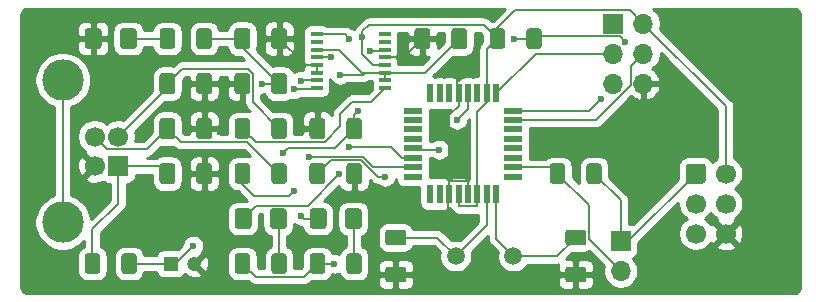
<source format=gtl>
%TF.GenerationSoftware,KiCad,Pcbnew,(5.1.10-0-10_14)*%
%TF.CreationDate,2021-11-02T10:24:53+01:00*%
%TF.ProjectId,UPDI_programmer,55504449-5f70-4726-9f67-72616d6d6572,rev?*%
%TF.SameCoordinates,Original*%
%TF.FileFunction,Copper,L1,Top*%
%TF.FilePolarity,Positive*%
%FSLAX46Y46*%
G04 Gerber Fmt 4.6, Leading zero omitted, Abs format (unit mm)*
G04 Created by KiCad (PCBNEW (5.1.10-0-10_14)) date 2021-11-02 10:24:53*
%MOMM*%
%LPD*%
G01*
G04 APERTURE LIST*
%TA.AperFunction,ComponentPad*%
%ADD10C,3.500000*%
%TD*%
%TA.AperFunction,ComponentPad*%
%ADD11C,1.700000*%
%TD*%
%TA.AperFunction,ComponentPad*%
%ADD12R,1.700000X1.700000*%
%TD*%
%TA.AperFunction,ComponentPad*%
%ADD13O,1.700000X1.700000*%
%TD*%
%TA.AperFunction,ComponentPad*%
%ADD14C,1.500000*%
%TD*%
%TA.AperFunction,SMDPad,CuDef*%
%ADD15R,1.000000X0.400000*%
%TD*%
%TA.AperFunction,SMDPad,CuDef*%
%ADD16R,1.600000X0.550000*%
%TD*%
%TA.AperFunction,SMDPad,CuDef*%
%ADD17R,0.550000X1.600000*%
%TD*%
%TA.AperFunction,ComponentPad*%
%ADD18C,1.200000*%
%TD*%
%TA.AperFunction,ComponentPad*%
%ADD19R,1.200000X1.200000*%
%TD*%
%TA.AperFunction,ViaPad*%
%ADD20C,0.600000*%
%TD*%
%TA.AperFunction,Conductor*%
%ADD21C,0.152400*%
%TD*%
%TA.AperFunction,Conductor*%
%ADD22C,0.254000*%
%TD*%
%TA.AperFunction,Conductor*%
%ADD23C,0.100000*%
%TD*%
G04 APERTURE END LIST*
D10*
%TO.P,J3,5*%
%TO.N,Net-(J3-Pad5)*%
X103240000Y-61945000D03*
X103240000Y-73985000D03*
D11*
%TO.P,J3,4*%
%TO.N,GND*%
X105950000Y-69215000D03*
%TO.P,J3,3*%
%TO.N,Net-(C2-Pad1)*%
X105950000Y-66715000D03*
%TO.P,J3,2*%
%TO.N,Net-(C1-Pad1)*%
X107950000Y-66715000D03*
D12*
%TO.P,J3,1*%
%TO.N,Net-(C3-Pad1)*%
X107950000Y-69215000D03*
%TD*%
D13*
%TO.P,J2,6*%
%TO.N,GND*%
X152400000Y-62230000D03*
%TO.P,J2,5*%
%TO.N,~RESET*%
X149860000Y-62230000D03*
%TO.P,J2,4*%
%TO.N,MOSI*%
X152400000Y-59690000D03*
%TO.P,J2,3*%
%TO.N,SCK*%
X149860000Y-59690000D03*
%TO.P,J2,2*%
%TO.N,VCC*%
X152400000Y-57150000D03*
D12*
%TO.P,J2,1*%
%TO.N,MISO*%
X149860000Y-57150000D03*
%TD*%
D14*
%TO.P,Y1,2*%
%TO.N,Net-(C11-Pad1)*%
X141405000Y-76835000D03*
%TO.P,Y1,1*%
%TO.N,Net-(C10-Pad2)*%
X136525000Y-76835000D03*
%TD*%
D15*
%TO.P,U1,16*%
%TO.N,Net-(U1-Pad16)*%
X130535000Y-58050000D03*
%TO.P,U1,15*%
%TO.N,Net-(U1-Pad15)*%
X130535000Y-58700000D03*
%TO.P,U1,14*%
%TO.N,~RXLED*%
X130535000Y-59350000D03*
%TO.P,U1,13*%
%TO.N,GND*%
X130535000Y-60000000D03*
%TO.P,U1,12*%
%TO.N,VCC*%
X130535000Y-60650000D03*
%TO.P,U1,11*%
%TO.N,Net-(C9-Pad2)*%
X130535000Y-61300000D03*
%TO.P,U1,10*%
X130535000Y-61950000D03*
%TO.P,U1,9*%
%TO.N,USBD-*%
X130535000Y-62600000D03*
%TO.P,U1,8*%
%TO.N,USBD+*%
X124735000Y-62600000D03*
%TO.P,U1,7*%
%TO.N,~TXLED*%
X124735000Y-61950000D03*
%TO.P,U1,6*%
%TO.N,GND*%
X124735000Y-61300000D03*
%TO.P,U1,5*%
X124735000Y-60650000D03*
%TO.P,U1,4*%
%TO.N,TxD*%
X124735000Y-60000000D03*
%TO.P,U1,3*%
%TO.N,Net-(C9-Pad2)*%
X124735000Y-59350000D03*
%TO.P,U1,2*%
%TO.N,Net-(U1-Pad2)*%
X124735000Y-58700000D03*
%TO.P,U1,1*%
%TO.N,RxD*%
X124735000Y-58050000D03*
%TD*%
D16*
%TO.P,U2,32*%
%TO.N,Net-(U2-Pad32)*%
X132910000Y-70110000D03*
%TO.P,U2,31*%
%TO.N,TxD*%
X132910000Y-69310000D03*
%TO.P,U2,30*%
%TO.N,RxD*%
X132910000Y-68510000D03*
%TO.P,U2,29*%
%TO.N,~RESET*%
X132910000Y-67710000D03*
%TO.P,U2,28*%
%TO.N,Net-(U2-Pad28)*%
X132910000Y-66910000D03*
%TO.P,U2,27*%
%TO.N,Net-(U2-Pad27)*%
X132910000Y-66110000D03*
%TO.P,U2,26*%
%TO.N,Net-(U2-Pad26)*%
X132910000Y-65310000D03*
%TO.P,U2,25*%
%TO.N,Net-(U2-Pad25)*%
X132910000Y-64510000D03*
D17*
%TO.P,U2,24*%
%TO.N,Net-(U2-Pad24)*%
X134360000Y-63060000D03*
%TO.P,U2,23*%
%TO.N,Net-(U2-Pad23)*%
X135160000Y-63060000D03*
%TO.P,U2,22*%
%TO.N,Net-(U2-Pad22)*%
X135960000Y-63060000D03*
%TO.P,U2,21*%
%TO.N,GND*%
X136760000Y-63060000D03*
%TO.P,U2,20*%
%TO.N,Net-(C8-Pad1)*%
X137560000Y-63060000D03*
%TO.P,U2,19*%
%TO.N,Net-(U2-Pad19)*%
X138360000Y-63060000D03*
%TO.P,U2,18*%
%TO.N,VCC*%
X139160000Y-63060000D03*
%TO.P,U2,17*%
%TO.N,SCK*%
X139960000Y-63060000D03*
D16*
%TO.P,U2,16*%
%TO.N,MISO*%
X141410000Y-64510000D03*
%TO.P,U2,15*%
%TO.N,MOSI*%
X141410000Y-65310000D03*
%TO.P,U2,14*%
%TO.N,Net-(U2-Pad14)*%
X141410000Y-66110000D03*
%TO.P,U2,13*%
%TO.N,Net-(U2-Pad13)*%
X141410000Y-66910000D03*
%TO.P,U2,12*%
%TO.N,Net-(U2-Pad12)*%
X141410000Y-67710000D03*
%TO.P,U2,11*%
%TO.N,Net-(U2-Pad11)*%
X141410000Y-68510000D03*
%TO.P,U2,10*%
%TO.N,UPDI*%
X141410000Y-69310000D03*
%TO.P,U2,9*%
%TO.N,Net-(U2-Pad9)*%
X141410000Y-70110000D03*
D17*
%TO.P,U2,8*%
%TO.N,Net-(C11-Pad1)*%
X139960000Y-71560000D03*
%TO.P,U2,7*%
%TO.N,Net-(C10-Pad2)*%
X139160000Y-71560000D03*
%TO.P,U2,6*%
%TO.N,VCC*%
X138360000Y-71560000D03*
%TO.P,U2,5*%
%TO.N,GND*%
X137560000Y-71560000D03*
%TO.P,U2,4*%
%TO.N,VCC*%
X136760000Y-71560000D03*
%TO.P,U2,3*%
%TO.N,GND*%
X135960000Y-71560000D03*
%TO.P,U2,2*%
%TO.N,Net-(U2-Pad2)*%
X135160000Y-71560000D03*
%TO.P,U2,1*%
%TO.N,Net-(U2-Pad1)*%
X134360000Y-71560000D03*
%TD*%
%TO.P,R5,2*%
%TO.N,Net-(D2-Pad2)*%
%TA.AperFunction,SMDPad,CuDef*%
G36*
G01*
X127265000Y-78095000D02*
X127265000Y-76845000D01*
G75*
G02*
X127515000Y-76595000I250000J0D01*
G01*
X128315000Y-76595000D01*
G75*
G02*
X128565000Y-76845000I0J-250000D01*
G01*
X128565000Y-78095000D01*
G75*
G02*
X128315000Y-78345000I-250000J0D01*
G01*
X127515000Y-78345000D01*
G75*
G02*
X127265000Y-78095000I0J250000D01*
G01*
G37*
%TD.AperFunction*%
%TO.P,R5,1*%
%TO.N,Net-(C9-Pad2)*%
%TA.AperFunction,SMDPad,CuDef*%
G36*
G01*
X124165000Y-78095000D02*
X124165000Y-76845000D01*
G75*
G02*
X124415000Y-76595000I250000J0D01*
G01*
X125215000Y-76595000D01*
G75*
G02*
X125465000Y-76845000I0J-250000D01*
G01*
X125465000Y-78095000D01*
G75*
G02*
X125215000Y-78345000I-250000J0D01*
G01*
X124415000Y-78345000D01*
G75*
G02*
X124165000Y-78095000I0J250000D01*
G01*
G37*
%TD.AperFunction*%
%TD*%
%TO.P,R1,2*%
%TO.N,VCC*%
%TA.AperFunction,SMDPad,CuDef*%
G36*
G01*
X114565000Y-59045000D02*
X114565000Y-57795000D01*
G75*
G02*
X114815000Y-57545000I250000J0D01*
G01*
X115615000Y-57545000D01*
G75*
G02*
X115865000Y-57795000I0J-250000D01*
G01*
X115865000Y-59045000D01*
G75*
G02*
X115615000Y-59295000I-250000J0D01*
G01*
X114815000Y-59295000D01*
G75*
G02*
X114565000Y-59045000I0J250000D01*
G01*
G37*
%TD.AperFunction*%
%TO.P,R1,1*%
%TO.N,Net-(D3-Pad2)*%
%TA.AperFunction,SMDPad,CuDef*%
G36*
G01*
X111465000Y-59045000D02*
X111465000Y-57795000D01*
G75*
G02*
X111715000Y-57545000I250000J0D01*
G01*
X112515000Y-57545000D01*
G75*
G02*
X112765000Y-57795000I0J-250000D01*
G01*
X112765000Y-59045000D01*
G75*
G02*
X112515000Y-59295000I-250000J0D01*
G01*
X111715000Y-59295000D01*
G75*
G02*
X111465000Y-59045000I0J250000D01*
G01*
G37*
%TD.AperFunction*%
%TD*%
%TO.P,R4,2*%
%TO.N,Net-(D1-Pad2)*%
%TA.AperFunction,SMDPad,CuDef*%
G36*
G01*
X120915000Y-78095000D02*
X120915000Y-76845000D01*
G75*
G02*
X121165000Y-76595000I250000J0D01*
G01*
X121965000Y-76595000D01*
G75*
G02*
X122215000Y-76845000I0J-250000D01*
G01*
X122215000Y-78095000D01*
G75*
G02*
X121965000Y-78345000I-250000J0D01*
G01*
X121165000Y-78345000D01*
G75*
G02*
X120915000Y-78095000I0J250000D01*
G01*
G37*
%TD.AperFunction*%
%TO.P,R4,1*%
%TO.N,Net-(C9-Pad2)*%
%TA.AperFunction,SMDPad,CuDef*%
G36*
G01*
X117815000Y-78095000D02*
X117815000Y-76845000D01*
G75*
G02*
X118065000Y-76595000I250000J0D01*
G01*
X118865000Y-76595000D01*
G75*
G02*
X119115000Y-76845000I0J-250000D01*
G01*
X119115000Y-78095000D01*
G75*
G02*
X118865000Y-78345000I-250000J0D01*
G01*
X118065000Y-78345000D01*
G75*
G02*
X117815000Y-78095000I0J250000D01*
G01*
G37*
%TD.AperFunction*%
%TD*%
%TO.P,R6,2*%
%TO.N,~RESET*%
%TA.AperFunction,SMDPad,CuDef*%
G36*
G01*
X142505000Y-59045000D02*
X142505000Y-57795000D01*
G75*
G02*
X142755000Y-57545000I250000J0D01*
G01*
X143555000Y-57545000D01*
G75*
G02*
X143805000Y-57795000I0J-250000D01*
G01*
X143805000Y-59045000D01*
G75*
G02*
X143555000Y-59295000I-250000J0D01*
G01*
X142755000Y-59295000D01*
G75*
G02*
X142505000Y-59045000I0J250000D01*
G01*
G37*
%TD.AperFunction*%
%TO.P,R6,1*%
%TO.N,VCC*%
%TA.AperFunction,SMDPad,CuDef*%
G36*
G01*
X139405000Y-59045000D02*
X139405000Y-57795000D01*
G75*
G02*
X139655000Y-57545000I250000J0D01*
G01*
X140455000Y-57545000D01*
G75*
G02*
X140705000Y-57795000I0J-250000D01*
G01*
X140705000Y-59045000D01*
G75*
G02*
X140455000Y-59295000I-250000J0D01*
G01*
X139655000Y-59295000D01*
G75*
G02*
X139405000Y-59045000I0J250000D01*
G01*
G37*
%TD.AperFunction*%
%TD*%
%TO.P,R2,2*%
%TO.N,Net-(C1-Pad1)*%
%TA.AperFunction,SMDPad,CuDef*%
G36*
G01*
X120915000Y-66665000D02*
X120915000Y-65415000D01*
G75*
G02*
X121165000Y-65165000I250000J0D01*
G01*
X121965000Y-65165000D01*
G75*
G02*
X122215000Y-65415000I0J-250000D01*
G01*
X122215000Y-66665000D01*
G75*
G02*
X121965000Y-66915000I-250000J0D01*
G01*
X121165000Y-66915000D01*
G75*
G02*
X120915000Y-66665000I0J250000D01*
G01*
G37*
%TD.AperFunction*%
%TO.P,R2,1*%
%TO.N,USBD-*%
%TA.AperFunction,SMDPad,CuDef*%
G36*
G01*
X117815000Y-66665000D02*
X117815000Y-65415000D01*
G75*
G02*
X118065000Y-65165000I250000J0D01*
G01*
X118865000Y-65165000D01*
G75*
G02*
X119115000Y-65415000I0J-250000D01*
G01*
X119115000Y-66665000D01*
G75*
G02*
X118865000Y-66915000I-250000J0D01*
G01*
X118065000Y-66915000D01*
G75*
G02*
X117815000Y-66665000I0J250000D01*
G01*
G37*
%TD.AperFunction*%
%TD*%
%TO.P,R3,2*%
%TO.N,Net-(C2-Pad1)*%
%TA.AperFunction,SMDPad,CuDef*%
G36*
G01*
X120915000Y-70475000D02*
X120915000Y-69225000D01*
G75*
G02*
X121165000Y-68975000I250000J0D01*
G01*
X121965000Y-68975000D01*
G75*
G02*
X122215000Y-69225000I0J-250000D01*
G01*
X122215000Y-70475000D01*
G75*
G02*
X121965000Y-70725000I-250000J0D01*
G01*
X121165000Y-70725000D01*
G75*
G02*
X120915000Y-70475000I0J250000D01*
G01*
G37*
%TD.AperFunction*%
%TO.P,R3,1*%
%TO.N,USBD+*%
%TA.AperFunction,SMDPad,CuDef*%
G36*
G01*
X117815000Y-70475000D02*
X117815000Y-69225000D01*
G75*
G02*
X118065000Y-68975000I250000J0D01*
G01*
X118865000Y-68975000D01*
G75*
G02*
X119115000Y-69225000I0J-250000D01*
G01*
X119115000Y-70475000D01*
G75*
G02*
X118865000Y-70725000I-250000J0D01*
G01*
X118065000Y-70725000D01*
G75*
G02*
X117815000Y-70475000I0J250000D01*
G01*
G37*
%TD.AperFunction*%
%TD*%
%TO.P,R7,2*%
%TO.N,Net-(J1-Pad1)*%
%TA.AperFunction,SMDPad,CuDef*%
G36*
G01*
X147585000Y-70475000D02*
X147585000Y-69225000D01*
G75*
G02*
X147835000Y-68975000I250000J0D01*
G01*
X148635000Y-68975000D01*
G75*
G02*
X148885000Y-69225000I0J-250000D01*
G01*
X148885000Y-70475000D01*
G75*
G02*
X148635000Y-70725000I-250000J0D01*
G01*
X147835000Y-70725000D01*
G75*
G02*
X147585000Y-70475000I0J250000D01*
G01*
G37*
%TD.AperFunction*%
%TO.P,R7,1*%
%TO.N,UPDI*%
%TA.AperFunction,SMDPad,CuDef*%
G36*
G01*
X144485000Y-70475000D02*
X144485000Y-69225000D01*
G75*
G02*
X144735000Y-68975000I250000J0D01*
G01*
X145535000Y-68975000D01*
G75*
G02*
X145785000Y-69225000I0J-250000D01*
G01*
X145785000Y-70475000D01*
G75*
G02*
X145535000Y-70725000I-250000J0D01*
G01*
X144735000Y-70725000D01*
G75*
G02*
X144485000Y-70475000I0J250000D01*
G01*
G37*
%TD.AperFunction*%
%TD*%
D13*
%TO.P,JP1,2*%
%TO.N,UPDI*%
X150495000Y-78105000D03*
D12*
%TO.P,JP1,1*%
%TO.N,Net-(J1-Pad1)*%
X150495000Y-75565000D03*
%TD*%
D11*
%TO.P,J1,6*%
%TO.N,GND*%
X159385000Y-74930000D03*
%TO.P,J1,4*%
%TO.N,Net-(J1-Pad4)*%
X159385000Y-72390000D03*
%TO.P,J1,2*%
%TO.N,VCC*%
X159385000Y-69850000D03*
%TO.P,J1,5*%
%TO.N,Net-(J1-Pad5)*%
X156845000Y-74930000D03*
%TO.P,J1,3*%
%TO.N,Net-(J1-Pad3)*%
X156845000Y-72390000D03*
%TO.P,J1,1*%
%TO.N,Net-(J1-Pad1)*%
%TA.AperFunction,ComponentPad*%
G36*
G01*
X155995000Y-70450000D02*
X155995000Y-69250000D01*
G75*
G02*
X156245000Y-69000000I250000J0D01*
G01*
X157445000Y-69000000D01*
G75*
G02*
X157695000Y-69250000I0J-250000D01*
G01*
X157695000Y-70450000D01*
G75*
G02*
X157445000Y-70700000I-250000J0D01*
G01*
X156245000Y-70700000D01*
G75*
G02*
X155995000Y-70450000I0J250000D01*
G01*
G37*
%TD.AperFunction*%
%TD*%
%TO.P,FB1,2*%
%TO.N,Net-(C3-Pad1)*%
%TA.AperFunction,SMDPad,CuDef*%
G36*
G01*
X106415000Y-76845000D02*
X106415000Y-78095000D01*
G75*
G02*
X106165000Y-78345000I-250000J0D01*
G01*
X105365000Y-78345000D01*
G75*
G02*
X105115000Y-78095000I0J250000D01*
G01*
X105115000Y-76845000D01*
G75*
G02*
X105365000Y-76595000I250000J0D01*
G01*
X106165000Y-76595000D01*
G75*
G02*
X106415000Y-76845000I0J-250000D01*
G01*
G37*
%TD.AperFunction*%
%TO.P,FB1,1*%
%TO.N,VCC*%
%TA.AperFunction,SMDPad,CuDef*%
G36*
G01*
X109515000Y-76845000D02*
X109515000Y-78095000D01*
G75*
G02*
X109265000Y-78345000I-250000J0D01*
G01*
X108465000Y-78345000D01*
G75*
G02*
X108215000Y-78095000I0J250000D01*
G01*
X108215000Y-76845000D01*
G75*
G02*
X108465000Y-76595000I250000J0D01*
G01*
X109265000Y-76595000D01*
G75*
G02*
X109515000Y-76845000I0J-250000D01*
G01*
G37*
%TD.AperFunction*%
%TD*%
%TO.P,D3,2*%
%TO.N,Net-(D3-Pad2)*%
%TA.AperFunction,SMDPad,CuDef*%
G36*
G01*
X108090000Y-59045000D02*
X108090000Y-57795000D01*
G75*
G02*
X108340000Y-57545000I250000J0D01*
G01*
X109265000Y-57545000D01*
G75*
G02*
X109515000Y-57795000I0J-250000D01*
G01*
X109515000Y-59045000D01*
G75*
G02*
X109265000Y-59295000I-250000J0D01*
G01*
X108340000Y-59295000D01*
G75*
G02*
X108090000Y-59045000I0J250000D01*
G01*
G37*
%TD.AperFunction*%
%TO.P,D3,1*%
%TO.N,GND*%
%TA.AperFunction,SMDPad,CuDef*%
G36*
G01*
X105115000Y-59045000D02*
X105115000Y-57795000D01*
G75*
G02*
X105365000Y-57545000I250000J0D01*
G01*
X106290000Y-57545000D01*
G75*
G02*
X106540000Y-57795000I0J-250000D01*
G01*
X106540000Y-59045000D01*
G75*
G02*
X106290000Y-59295000I-250000J0D01*
G01*
X105365000Y-59295000D01*
G75*
G02*
X105115000Y-59045000I0J250000D01*
G01*
G37*
%TD.AperFunction*%
%TD*%
%TO.P,D2,2*%
%TO.N,Net-(D2-Pad2)*%
%TA.AperFunction,SMDPad,CuDef*%
G36*
G01*
X127140000Y-74285000D02*
X127140000Y-73035000D01*
G75*
G02*
X127390000Y-72785000I250000J0D01*
G01*
X128315000Y-72785000D01*
G75*
G02*
X128565000Y-73035000I0J-250000D01*
G01*
X128565000Y-74285000D01*
G75*
G02*
X128315000Y-74535000I-250000J0D01*
G01*
X127390000Y-74535000D01*
G75*
G02*
X127140000Y-74285000I0J250000D01*
G01*
G37*
%TD.AperFunction*%
%TO.P,D2,1*%
%TO.N,~TXLED*%
%TA.AperFunction,SMDPad,CuDef*%
G36*
G01*
X124165000Y-74285000D02*
X124165000Y-73035000D01*
G75*
G02*
X124415000Y-72785000I250000J0D01*
G01*
X125340000Y-72785000D01*
G75*
G02*
X125590000Y-73035000I0J-250000D01*
G01*
X125590000Y-74285000D01*
G75*
G02*
X125340000Y-74535000I-250000J0D01*
G01*
X124415000Y-74535000D01*
G75*
G02*
X124165000Y-74285000I0J250000D01*
G01*
G37*
%TD.AperFunction*%
%TD*%
%TO.P,D1,2*%
%TO.N,Net-(D1-Pad2)*%
%TA.AperFunction,SMDPad,CuDef*%
G36*
G01*
X120790000Y-74285000D02*
X120790000Y-73035000D01*
G75*
G02*
X121040000Y-72785000I250000J0D01*
G01*
X121965000Y-72785000D01*
G75*
G02*
X122215000Y-73035000I0J-250000D01*
G01*
X122215000Y-74285000D01*
G75*
G02*
X121965000Y-74535000I-250000J0D01*
G01*
X121040000Y-74535000D01*
G75*
G02*
X120790000Y-74285000I0J250000D01*
G01*
G37*
%TD.AperFunction*%
%TO.P,D1,1*%
%TO.N,~RXLED*%
%TA.AperFunction,SMDPad,CuDef*%
G36*
G01*
X117815000Y-74285000D02*
X117815000Y-73035000D01*
G75*
G02*
X118065000Y-72785000I250000J0D01*
G01*
X118990000Y-72785000D01*
G75*
G02*
X119240000Y-73035000I0J-250000D01*
G01*
X119240000Y-74285000D01*
G75*
G02*
X118990000Y-74535000I-250000J0D01*
G01*
X118065000Y-74535000D01*
G75*
G02*
X117815000Y-74285000I0J250000D01*
G01*
G37*
%TD.AperFunction*%
%TD*%
%TO.P,C9,2*%
%TO.N,Net-(C9-Pad2)*%
%TA.AperFunction,SMDPad,CuDef*%
G36*
G01*
X136155000Y-59070001D02*
X136155000Y-57769999D01*
G75*
G02*
X136404999Y-57520000I249999J0D01*
G01*
X137230001Y-57520000D01*
G75*
G02*
X137480000Y-57769999I0J-249999D01*
G01*
X137480000Y-59070001D01*
G75*
G02*
X137230001Y-59320000I-249999J0D01*
G01*
X136404999Y-59320000D01*
G75*
G02*
X136155000Y-59070001I0J249999D01*
G01*
G37*
%TD.AperFunction*%
%TO.P,C9,1*%
%TO.N,GND*%
%TA.AperFunction,SMDPad,CuDef*%
G36*
G01*
X133030000Y-59070001D02*
X133030000Y-57769999D01*
G75*
G02*
X133279999Y-57520000I249999J0D01*
G01*
X134105001Y-57520000D01*
G75*
G02*
X134355000Y-57769999I0J-249999D01*
G01*
X134355000Y-59070001D01*
G75*
G02*
X134105001Y-59320000I-249999J0D01*
G01*
X133279999Y-59320000D01*
G75*
G02*
X133030000Y-59070001I0J249999D01*
G01*
G37*
%TD.AperFunction*%
%TD*%
D18*
%TO.P,C4,2*%
%TO.N,GND*%
X114395000Y-77470000D03*
D19*
%TO.P,C4,1*%
%TO.N,VCC*%
X112395000Y-77470000D03*
%TD*%
%TO.P,C6,2*%
%TO.N,VCC*%
%TA.AperFunction,SMDPad,CuDef*%
G36*
G01*
X120915000Y-62880001D02*
X120915000Y-61579999D01*
G75*
G02*
X121164999Y-61330000I249999J0D01*
G01*
X121990001Y-61330000D01*
G75*
G02*
X122240000Y-61579999I0J-249999D01*
G01*
X122240000Y-62880001D01*
G75*
G02*
X121990001Y-63130000I-249999J0D01*
G01*
X121164999Y-63130000D01*
G75*
G02*
X120915000Y-62880001I0J249999D01*
G01*
G37*
%TD.AperFunction*%
%TO.P,C6,1*%
%TO.N,GND*%
%TA.AperFunction,SMDPad,CuDef*%
G36*
G01*
X117790000Y-62880001D02*
X117790000Y-61579999D01*
G75*
G02*
X118039999Y-61330000I249999J0D01*
G01*
X118865001Y-61330000D01*
G75*
G02*
X119115000Y-61579999I0J-249999D01*
G01*
X119115000Y-62880001D01*
G75*
G02*
X118865001Y-63130000I-249999J0D01*
G01*
X118039999Y-63130000D01*
G75*
G02*
X117790000Y-62880001I0J249999D01*
G01*
G37*
%TD.AperFunction*%
%TD*%
%TO.P,C1,2*%
%TO.N,GND*%
%TA.AperFunction,SMDPad,CuDef*%
G36*
G01*
X114565000Y-62880001D02*
X114565000Y-61579999D01*
G75*
G02*
X114814999Y-61330000I249999J0D01*
G01*
X115640001Y-61330000D01*
G75*
G02*
X115890000Y-61579999I0J-249999D01*
G01*
X115890000Y-62880001D01*
G75*
G02*
X115640001Y-63130000I-249999J0D01*
G01*
X114814999Y-63130000D01*
G75*
G02*
X114565000Y-62880001I0J249999D01*
G01*
G37*
%TD.AperFunction*%
%TO.P,C1,1*%
%TO.N,Net-(C1-Pad1)*%
%TA.AperFunction,SMDPad,CuDef*%
G36*
G01*
X111440000Y-62880001D02*
X111440000Y-61579999D01*
G75*
G02*
X111689999Y-61330000I249999J0D01*
G01*
X112515001Y-61330000D01*
G75*
G02*
X112765000Y-61579999I0J-249999D01*
G01*
X112765000Y-62880001D01*
G75*
G02*
X112515001Y-63130000I-249999J0D01*
G01*
X111689999Y-63130000D01*
G75*
G02*
X111440000Y-62880001I0J249999D01*
G01*
G37*
%TD.AperFunction*%
%TD*%
%TO.P,C2,2*%
%TO.N,GND*%
%TA.AperFunction,SMDPad,CuDef*%
G36*
G01*
X114565000Y-66690001D02*
X114565000Y-65389999D01*
G75*
G02*
X114814999Y-65140000I249999J0D01*
G01*
X115640001Y-65140000D01*
G75*
G02*
X115890000Y-65389999I0J-249999D01*
G01*
X115890000Y-66690001D01*
G75*
G02*
X115640001Y-66940000I-249999J0D01*
G01*
X114814999Y-66940000D01*
G75*
G02*
X114565000Y-66690001I0J249999D01*
G01*
G37*
%TD.AperFunction*%
%TO.P,C2,1*%
%TO.N,Net-(C2-Pad1)*%
%TA.AperFunction,SMDPad,CuDef*%
G36*
G01*
X111440000Y-66690001D02*
X111440000Y-65389999D01*
G75*
G02*
X111689999Y-65140000I249999J0D01*
G01*
X112515001Y-65140000D01*
G75*
G02*
X112765000Y-65389999I0J-249999D01*
G01*
X112765000Y-66690001D01*
G75*
G02*
X112515001Y-66940000I-249999J0D01*
G01*
X111689999Y-66940000D01*
G75*
G02*
X111440000Y-66690001I0J249999D01*
G01*
G37*
%TD.AperFunction*%
%TD*%
%TO.P,C3,2*%
%TO.N,GND*%
%TA.AperFunction,SMDPad,CuDef*%
G36*
G01*
X114565000Y-70500001D02*
X114565000Y-69199999D01*
G75*
G02*
X114814999Y-68950000I249999J0D01*
G01*
X115640001Y-68950000D01*
G75*
G02*
X115890000Y-69199999I0J-249999D01*
G01*
X115890000Y-70500001D01*
G75*
G02*
X115640001Y-70750000I-249999J0D01*
G01*
X114814999Y-70750000D01*
G75*
G02*
X114565000Y-70500001I0J249999D01*
G01*
G37*
%TD.AperFunction*%
%TO.P,C3,1*%
%TO.N,Net-(C3-Pad1)*%
%TA.AperFunction,SMDPad,CuDef*%
G36*
G01*
X111440000Y-70500001D02*
X111440000Y-69199999D01*
G75*
G02*
X111689999Y-68950000I249999J0D01*
G01*
X112515001Y-68950000D01*
G75*
G02*
X112765000Y-69199999I0J-249999D01*
G01*
X112765000Y-70500001D01*
G75*
G02*
X112515001Y-70750000I-249999J0D01*
G01*
X111689999Y-70750000D01*
G75*
G02*
X111440000Y-70500001I0J249999D01*
G01*
G37*
%TD.AperFunction*%
%TD*%
%TO.P,C11,2*%
%TO.N,GND*%
%TA.AperFunction,SMDPad,CuDef*%
G36*
G01*
X146034999Y-77735000D02*
X147335001Y-77735000D01*
G75*
G02*
X147585000Y-77984999I0J-249999D01*
G01*
X147585000Y-78810001D01*
G75*
G02*
X147335001Y-79060000I-249999J0D01*
G01*
X146034999Y-79060000D01*
G75*
G02*
X145785000Y-78810001I0J249999D01*
G01*
X145785000Y-77984999D01*
G75*
G02*
X146034999Y-77735000I249999J0D01*
G01*
G37*
%TD.AperFunction*%
%TO.P,C11,1*%
%TO.N,Net-(C11-Pad1)*%
%TA.AperFunction,SMDPad,CuDef*%
G36*
G01*
X146034999Y-74610000D02*
X147335001Y-74610000D01*
G75*
G02*
X147585000Y-74859999I0J-249999D01*
G01*
X147585000Y-75685001D01*
G75*
G02*
X147335001Y-75935000I-249999J0D01*
G01*
X146034999Y-75935000D01*
G75*
G02*
X145785000Y-75685001I0J249999D01*
G01*
X145785000Y-74859999D01*
G75*
G02*
X146034999Y-74610000I249999J0D01*
G01*
G37*
%TD.AperFunction*%
%TD*%
%TO.P,C10,2*%
%TO.N,Net-(C10-Pad2)*%
%TA.AperFunction,SMDPad,CuDef*%
G36*
G01*
X132095001Y-75935000D02*
X130794999Y-75935000D01*
G75*
G02*
X130545000Y-75685001I0J249999D01*
G01*
X130545000Y-74859999D01*
G75*
G02*
X130794999Y-74610000I249999J0D01*
G01*
X132095001Y-74610000D01*
G75*
G02*
X132345000Y-74859999I0J-249999D01*
G01*
X132345000Y-75685001D01*
G75*
G02*
X132095001Y-75935000I-249999J0D01*
G01*
G37*
%TD.AperFunction*%
%TO.P,C10,1*%
%TO.N,GND*%
%TA.AperFunction,SMDPad,CuDef*%
G36*
G01*
X132095001Y-79060000D02*
X130794999Y-79060000D01*
G75*
G02*
X130545000Y-78810001I0J249999D01*
G01*
X130545000Y-77984999D01*
G75*
G02*
X130794999Y-77735000I249999J0D01*
G01*
X132095001Y-77735000D01*
G75*
G02*
X132345000Y-77984999I0J-249999D01*
G01*
X132345000Y-78810001D01*
G75*
G02*
X132095001Y-79060000I-249999J0D01*
G01*
G37*
%TD.AperFunction*%
%TD*%
%TO.P,C8,2*%
%TO.N,GND*%
%TA.AperFunction,SMDPad,CuDef*%
G36*
G01*
X127265000Y-70500001D02*
X127265000Y-69199999D01*
G75*
G02*
X127514999Y-68950000I249999J0D01*
G01*
X128340001Y-68950000D01*
G75*
G02*
X128590000Y-69199999I0J-249999D01*
G01*
X128590000Y-70500001D01*
G75*
G02*
X128340001Y-70750000I-249999J0D01*
G01*
X127514999Y-70750000D01*
G75*
G02*
X127265000Y-70500001I0J249999D01*
G01*
G37*
%TD.AperFunction*%
%TO.P,C8,1*%
%TO.N,Net-(C8-Pad1)*%
%TA.AperFunction,SMDPad,CuDef*%
G36*
G01*
X124140000Y-70500001D02*
X124140000Y-69199999D01*
G75*
G02*
X124389999Y-68950000I249999J0D01*
G01*
X125215001Y-68950000D01*
G75*
G02*
X125465000Y-69199999I0J-249999D01*
G01*
X125465000Y-70500001D01*
G75*
G02*
X125215001Y-70750000I-249999J0D01*
G01*
X124389999Y-70750000D01*
G75*
G02*
X124140000Y-70500001I0J249999D01*
G01*
G37*
%TD.AperFunction*%
%TD*%
%TO.P,C7,2*%
%TO.N,VCC*%
%TA.AperFunction,SMDPad,CuDef*%
G36*
G01*
X127265000Y-66690001D02*
X127265000Y-65389999D01*
G75*
G02*
X127514999Y-65140000I249999J0D01*
G01*
X128340001Y-65140000D01*
G75*
G02*
X128590000Y-65389999I0J-249999D01*
G01*
X128590000Y-66690001D01*
G75*
G02*
X128340001Y-66940000I-249999J0D01*
G01*
X127514999Y-66940000D01*
G75*
G02*
X127265000Y-66690001I0J249999D01*
G01*
G37*
%TD.AperFunction*%
%TO.P,C7,1*%
%TO.N,GND*%
%TA.AperFunction,SMDPad,CuDef*%
G36*
G01*
X124140000Y-66690001D02*
X124140000Y-65389999D01*
G75*
G02*
X124389999Y-65140000I249999J0D01*
G01*
X125215001Y-65140000D01*
G75*
G02*
X125465000Y-65389999I0J-249999D01*
G01*
X125465000Y-66690001D01*
G75*
G02*
X125215001Y-66940000I-249999J0D01*
G01*
X124389999Y-66940000D01*
G75*
G02*
X124140000Y-66690001I0J249999D01*
G01*
G37*
%TD.AperFunction*%
%TD*%
%TO.P,C5,2*%
%TO.N,GND*%
%TA.AperFunction,SMDPad,CuDef*%
G36*
G01*
X120915000Y-59070001D02*
X120915000Y-57769999D01*
G75*
G02*
X121164999Y-57520000I249999J0D01*
G01*
X121990001Y-57520000D01*
G75*
G02*
X122240000Y-57769999I0J-249999D01*
G01*
X122240000Y-59070001D01*
G75*
G02*
X121990001Y-59320000I-249999J0D01*
G01*
X121164999Y-59320000D01*
G75*
G02*
X120915000Y-59070001I0J249999D01*
G01*
G37*
%TD.AperFunction*%
%TO.P,C5,1*%
%TO.N,VCC*%
%TA.AperFunction,SMDPad,CuDef*%
G36*
G01*
X117790000Y-59070001D02*
X117790000Y-57769999D01*
G75*
G02*
X118039999Y-57520000I249999J0D01*
G01*
X118865001Y-57520000D01*
G75*
G02*
X119115000Y-57769999I0J-249999D01*
G01*
X119115000Y-59070001D01*
G75*
G02*
X118865001Y-59320000I-249999J0D01*
G01*
X118039999Y-59320000D01*
G75*
G02*
X117790000Y-59070001I0J249999D01*
G01*
G37*
%TD.AperFunction*%
%TD*%
D20*
%TO.N,GND*%
X134874000Y-77470000D03*
X135890000Y-73406000D03*
X135128000Y-58674000D03*
X136652000Y-61214000D03*
X116586000Y-66294000D03*
X124714000Y-64262000D03*
%TO.N,VCC*%
X114300000Y-75946000D03*
X128270000Y-64516000D03*
X128619299Y-58261299D03*
X120142000Y-62230000D03*
X121920000Y-68072000D03*
%TO.N,Net-(C8-Pad1)*%
X130556000Y-70104000D03*
X136626710Y-65284287D03*
%TO.N,~RXLED*%
X129286000Y-59436000D03*
X126663526Y-69894536D03*
%TO.N,~TXLED*%
X123444000Y-73406000D03*
X123444000Y-61976000D03*
%TO.N,~RESET*%
X150876000Y-58674000D03*
X141478000Y-58420000D03*
X135128000Y-67818000D03*
%TO.N,MISO*%
X148844000Y-63500000D03*
%TO.N,USBD+*%
X122815390Y-62710877D03*
X122815390Y-71343711D03*
%TO.N,TxD*%
X125987078Y-59978610D03*
X124072610Y-68425520D03*
%TO.N,RxD*%
X127508000Y-58420000D03*
X127508000Y-67564000D03*
%TO.N,Net-(C9-Pad2)*%
X126238000Y-77470000D03*
X126746000Y-61468000D03*
%TD*%
D21*
%TO.N,GND*%
X133946500Y-78397500D02*
X134874000Y-77470000D01*
X131445000Y-78397500D02*
X133946500Y-78397500D01*
X135890000Y-71630000D02*
X135960000Y-71560000D01*
X135890000Y-73406000D02*
X135890000Y-71630000D01*
X137560000Y-70531400D02*
X137560000Y-71560000D01*
X135998101Y-70493299D02*
X137521899Y-70493299D01*
X135960000Y-70531400D02*
X135998101Y-70493299D01*
X137521899Y-70493299D02*
X137560000Y-70531400D01*
X135960000Y-71560000D02*
X135960000Y-70531400D01*
X123807500Y-60650000D02*
X124735000Y-60650000D01*
X121577500Y-58420000D02*
X123807500Y-60650000D01*
X124735000Y-60650000D02*
X124735000Y-61300000D01*
X132112500Y-60000000D02*
X133692500Y-58420000D01*
X130535000Y-60000000D02*
X132112500Y-60000000D01*
X134874000Y-58420000D02*
X135128000Y-58674000D01*
X133692500Y-58420000D02*
X134874000Y-58420000D01*
X136652000Y-62952000D02*
X136760000Y-63060000D01*
X136652000Y-61214000D02*
X136652000Y-62952000D01*
X136760000Y-63060000D02*
X136760000Y-64088600D01*
X135960000Y-64888600D02*
X135960000Y-70531400D01*
X136760000Y-64088600D02*
X135960000Y-64888600D01*
X116332000Y-66040000D02*
X116586000Y-66294000D01*
X115227500Y-66040000D02*
X116332000Y-66040000D01*
X124802500Y-64350500D02*
X124714000Y-64262000D01*
X124802500Y-66040000D02*
X124802500Y-64350500D01*
%TO.N,VCC*%
X108865000Y-77470000D02*
X112395000Y-77470000D01*
X112776000Y-77470000D02*
X114300000Y-75946000D01*
X112395000Y-77470000D02*
X112776000Y-77470000D01*
X159385000Y-64135000D02*
X159385000Y-69850000D01*
X152400000Y-57150000D02*
X159385000Y-64135000D01*
X151283299Y-56033299D02*
X152400000Y-57150000D01*
X141566701Y-56033299D02*
X151283299Y-56033299D01*
X140055000Y-57545000D02*
X141566701Y-56033299D01*
X140055000Y-58420000D02*
X140055000Y-57545000D01*
X129182710Y-57253290D02*
X128619299Y-57816701D01*
X128619299Y-57816701D02*
X128619299Y-59756017D01*
X138888290Y-57253290D02*
X129182710Y-57253290D01*
X128619299Y-59756017D02*
X129513282Y-60650000D01*
X140055000Y-58420000D02*
X138888290Y-57253290D01*
X129513282Y-60650000D02*
X130535000Y-60650000D01*
X115215000Y-58420000D02*
X118452500Y-58420000D01*
X118452500Y-59105000D02*
X121577500Y-62230000D01*
X118452500Y-58420000D02*
X118452500Y-59105000D01*
X127927500Y-64858500D02*
X128270000Y-64516000D01*
X127927500Y-66040000D02*
X127927500Y-64858500D01*
X139160000Y-63815062D02*
X139160000Y-63060000D01*
X138360000Y-64615062D02*
X139160000Y-63815062D01*
X138360000Y-71560000D02*
X138360000Y-64615062D01*
X139160000Y-59315000D02*
X140055000Y-58420000D01*
X139160000Y-63060000D02*
X139160000Y-59315000D01*
X121577500Y-62230000D02*
X120142000Y-62230000D01*
X127927500Y-66040000D02*
X126295499Y-67672001D01*
X126295499Y-67672001D02*
X122319999Y-67672001D01*
X122319999Y-67672001D02*
X121920000Y-68072000D01*
X138360000Y-72588600D02*
X138360000Y-71560000D01*
X138321899Y-72626701D02*
X138360000Y-72588600D01*
X136798101Y-72626701D02*
X138321899Y-72626701D01*
X136760000Y-72588600D02*
X136798101Y-72626701D01*
X136760000Y-71560000D02*
X136760000Y-72588600D01*
%TO.N,Net-(C3-Pad1)*%
X107950000Y-69215000D02*
X107950000Y-72390000D01*
X105765000Y-74575000D02*
X105765000Y-77470000D01*
X107950000Y-72390000D02*
X105765000Y-74575000D01*
X111467500Y-69215000D02*
X112102500Y-69850000D01*
X107950000Y-69215000D02*
X111467500Y-69215000D01*
%TO.N,Net-(C8-Pad1)*%
X128538248Y-68721390D02*
X129920858Y-70104000D01*
X124802500Y-69850000D02*
X125931110Y-68721390D01*
X125931110Y-68721390D02*
X128538248Y-68721390D01*
X129920858Y-70104000D02*
X130556000Y-70104000D01*
X137560000Y-63060000D02*
X137560000Y-64350997D01*
X137560000Y-64350997D02*
X136626710Y-65284287D01*
%TO.N,Net-(D1-Pad2)*%
X121565000Y-73722500D02*
X121502500Y-73660000D01*
X121565000Y-77470000D02*
X121565000Y-73722500D01*
%TO.N,~RXLED*%
X130449000Y-59436000D02*
X130535000Y-59350000D01*
X129286000Y-59436000D02*
X130449000Y-59436000D01*
X119631110Y-72556390D02*
X124001672Y-72556390D01*
X124001672Y-72556390D02*
X126663526Y-69894536D01*
X118527500Y-73660000D02*
X119631110Y-72556390D01*
%TO.N,Net-(D2-Pad2)*%
X127915000Y-73722500D02*
X127852500Y-73660000D01*
X127915000Y-77470000D02*
X127915000Y-73722500D01*
%TO.N,~TXLED*%
X123698000Y-73660000D02*
X123444000Y-73406000D01*
X124877500Y-73660000D02*
X123698000Y-73660000D01*
X123470000Y-61950000D02*
X123444000Y-61976000D01*
X124735000Y-61950000D02*
X123470000Y-61950000D01*
%TO.N,Net-(D3-Pad2)*%
X108802500Y-58420000D02*
X112115000Y-58420000D01*
%TO.N,Net-(J1-Pad1)*%
X151130000Y-75565000D02*
X156845000Y-69850000D01*
X150495000Y-75565000D02*
X151130000Y-75565000D01*
X150495000Y-72110000D02*
X150495000Y-75565000D01*
X148235000Y-69850000D02*
X150495000Y-72110000D01*
%TO.N,~RESET*%
X143346399Y-58228601D02*
X143155000Y-58420000D01*
X150430601Y-58228601D02*
X143346399Y-58228601D01*
X150876000Y-58674000D02*
X150430601Y-58228601D01*
X143155000Y-58420000D02*
X141478000Y-58420000D01*
X133018000Y-67818000D02*
X132910000Y-67710000D01*
X135128000Y-67818000D02*
X133018000Y-67818000D01*
%TO.N,MOSI*%
X151321399Y-60768601D02*
X152400000Y-59690000D01*
X151321399Y-62364931D02*
X151321399Y-60768601D01*
X148376330Y-65310000D02*
X151321399Y-62364931D01*
X141410000Y-65310000D02*
X148376330Y-65310000D01*
%TO.N,SCK*%
X143330000Y-59690000D02*
X139960000Y-63060000D01*
X149860000Y-59690000D02*
X143330000Y-59690000D01*
%TO.N,MISO*%
X147834000Y-64510000D02*
X148844000Y-63500000D01*
X141410000Y-64510000D02*
X147834000Y-64510000D01*
%TO.N,Net-(J3-Pad5)*%
X103240000Y-61945000D02*
X103240000Y-73985000D01*
%TO.N,UPDI*%
X147813610Y-75423610D02*
X150495000Y-78105000D01*
X147813610Y-72528610D02*
X147813610Y-75423610D01*
X144595000Y-69310000D02*
X145135000Y-69850000D01*
X141410000Y-69310000D02*
X144595000Y-69310000D01*
X145135000Y-69850000D02*
X147813610Y-72528610D01*
%TO.N,USBD+*%
X119483710Y-71743710D02*
X122415391Y-71743710D01*
X118465000Y-70725000D02*
X119483710Y-71743710D01*
X122415391Y-71743710D02*
X122815390Y-71343711D01*
X118465000Y-69850000D02*
X118465000Y-70725000D01*
X124735000Y-62600000D02*
X124624123Y-62710877D01*
X124624123Y-62710877D02*
X122815390Y-62710877D01*
%TO.N,USBD-*%
X119568610Y-67143610D02*
X122163248Y-67143610D01*
X118465000Y-66040000D02*
X119568610Y-67143610D01*
X122188248Y-67168610D02*
X125413248Y-67168610D01*
X125413248Y-67168610D02*
X126746000Y-65835858D01*
X122163248Y-67143610D02*
X122188248Y-67168610D01*
X126746000Y-65835858D02*
X126746000Y-64770000D01*
X126746000Y-64770000D02*
X127762000Y-63754000D01*
X129381000Y-63754000D02*
X130535000Y-62600000D01*
X127762000Y-63754000D02*
X129381000Y-63754000D01*
%TO.N,TxD*%
X124735000Y-60000000D02*
X125965688Y-60000000D01*
X125965688Y-60000000D02*
X125987078Y-59978610D01*
X129557924Y-69310000D02*
X128664504Y-68416579D01*
X128664504Y-68416579D02*
X124647236Y-68416579D01*
X124638295Y-68425520D02*
X124072610Y-68425520D01*
X132910000Y-69310000D02*
X129557924Y-69310000D01*
X124647236Y-68416579D02*
X124638295Y-68425520D01*
%TO.N,RxD*%
X127138000Y-58050000D02*
X127508000Y-58420000D01*
X124735000Y-58050000D02*
X127138000Y-58050000D01*
X131957600Y-68510000D02*
X132910000Y-68510000D01*
X131011600Y-67564000D02*
X131957600Y-68510000D01*
X127508000Y-67564000D02*
X131011600Y-67564000D01*
%TO.N,Net-(C1-Pad1)*%
X112102500Y-62562500D02*
X112102500Y-62230000D01*
X107950000Y-66715000D02*
X112102500Y-62562500D01*
X119343610Y-61381752D02*
X118921858Y-60960000D01*
X119343610Y-63818610D02*
X119343610Y-61381752D01*
X121565000Y-66040000D02*
X119343610Y-63818610D01*
X113372500Y-60960000D02*
X112102500Y-62230000D01*
X118921858Y-60960000D02*
X113372500Y-60960000D01*
%TO.N,Net-(C2-Pad1)*%
X110348899Y-67793601D02*
X112102500Y-66040000D01*
X107028601Y-67793601D02*
X110348899Y-67793601D01*
X105950000Y-66715000D02*
X107028601Y-67793601D01*
X118883610Y-67168610D02*
X121565000Y-69850000D01*
X112102500Y-66040000D02*
X113231110Y-67168610D01*
X113231110Y-67168610D02*
X118883610Y-67168610D01*
%TO.N,Net-(C9-Pad2)*%
X123711390Y-78573610D02*
X124815000Y-77470000D01*
X119568610Y-78573610D02*
X123711390Y-78573610D01*
X118465000Y-77470000D02*
X119568610Y-78573610D01*
X124735000Y-59350000D02*
X126660000Y-59350000D01*
X126660000Y-59350000D02*
X128610000Y-61300000D01*
X130535000Y-61300000D02*
X130535000Y-61950000D01*
X133937500Y-61300000D02*
X136817500Y-58420000D01*
X130535000Y-61300000D02*
X133937500Y-61300000D01*
X124815000Y-77470000D02*
X126238000Y-77470000D01*
X128696000Y-61468000D02*
X128864000Y-61300000D01*
X126746000Y-61468000D02*
X128696000Y-61468000D01*
X128864000Y-61300000D02*
X130535000Y-61300000D01*
X128610000Y-61300000D02*
X128864000Y-61300000D01*
%TO.N,Net-(C10-Pad2)*%
X134962500Y-75272500D02*
X136525000Y-76835000D01*
X131445000Y-75272500D02*
X134962500Y-75272500D01*
X139160000Y-74200000D02*
X139160000Y-71560000D01*
X136525000Y-76835000D02*
X139160000Y-74200000D01*
%TO.N,Net-(C11-Pad1)*%
X139960000Y-75390000D02*
X141405000Y-76835000D01*
X139960000Y-71560000D02*
X139960000Y-75390000D01*
X145122500Y-76835000D02*
X146685000Y-75272500D01*
X141405000Y-76835000D02*
X145122500Y-76835000D01*
%TD*%
D22*
%TO.N,GND*%
X139687285Y-56906928D02*
X139655000Y-56906928D01*
X139557334Y-56916547D01*
X139415892Y-56775105D01*
X139393617Y-56747963D01*
X139285323Y-56659088D01*
X139161771Y-56593048D01*
X139027710Y-56552381D01*
X138923226Y-56542090D01*
X138923216Y-56542090D01*
X138888290Y-56538650D01*
X138853364Y-56542090D01*
X129217627Y-56542090D01*
X129182709Y-56538651D01*
X129147791Y-56542090D01*
X129147774Y-56542090D01*
X129043290Y-56552381D01*
X128909229Y-56593048D01*
X128785677Y-56659088D01*
X128785675Y-56659089D01*
X128785676Y-56659089D01*
X128704518Y-56725693D01*
X128704514Y-56725697D01*
X128677383Y-56747963D01*
X128655117Y-56775095D01*
X128141109Y-57289104D01*
X128113972Y-57311375D01*
X128025097Y-57419669D01*
X127959057Y-57543221D01*
X127945158Y-57589040D01*
X127780729Y-57520932D01*
X127600089Y-57485000D01*
X127570616Y-57485000D01*
X127535033Y-57455798D01*
X127411481Y-57389758D01*
X127277420Y-57349091D01*
X127172936Y-57338800D01*
X127172926Y-57338800D01*
X127138000Y-57335360D01*
X127103074Y-57338800D01*
X125613056Y-57338800D01*
X125589494Y-57319463D01*
X125479180Y-57260498D01*
X125359482Y-57224188D01*
X125235000Y-57211928D01*
X124235000Y-57211928D01*
X124110518Y-57224188D01*
X123990820Y-57260498D01*
X123880506Y-57319463D01*
X123783815Y-57398815D01*
X123704463Y-57495506D01*
X123645498Y-57605820D01*
X123609188Y-57725518D01*
X123596928Y-57850000D01*
X123596928Y-58250000D01*
X123609188Y-58374482D01*
X123609345Y-58375000D01*
X123609188Y-58375518D01*
X123596928Y-58500000D01*
X123596928Y-58900000D01*
X123609188Y-59024482D01*
X123609345Y-59025000D01*
X123609188Y-59025518D01*
X123596928Y-59150000D01*
X123596928Y-59550000D01*
X123609188Y-59674482D01*
X123609345Y-59675000D01*
X123609188Y-59675518D01*
X123596928Y-59800000D01*
X123596928Y-60200000D01*
X123609188Y-60324482D01*
X123610134Y-60327602D01*
X123600000Y-60418250D01*
X123667968Y-60486218D01*
X123704463Y-60554494D01*
X123783529Y-60650836D01*
X123711445Y-60735272D01*
X123666905Y-60814845D01*
X123600000Y-60881750D01*
X123610425Y-60975000D01*
X123601590Y-61054029D01*
X123536089Y-61041000D01*
X123351911Y-61041000D01*
X123171271Y-61076932D01*
X123001111Y-61147414D01*
X122847972Y-61249738D01*
X122821432Y-61276278D01*
X122810472Y-61240149D01*
X122728405Y-61086613D01*
X122617962Y-60952038D01*
X122483387Y-60841595D01*
X122329851Y-60759528D01*
X122163255Y-60708992D01*
X121990001Y-60691928D01*
X121164999Y-60691928D01*
X121055956Y-60702668D01*
X119703548Y-59350261D01*
X119712727Y-59320000D01*
X120276928Y-59320000D01*
X120289188Y-59444482D01*
X120325498Y-59564180D01*
X120384463Y-59674494D01*
X120463815Y-59771185D01*
X120560506Y-59850537D01*
X120670820Y-59909502D01*
X120790518Y-59945812D01*
X120915000Y-59958072D01*
X121291750Y-59955000D01*
X121450500Y-59796250D01*
X121450500Y-58547000D01*
X121704500Y-58547000D01*
X121704500Y-59796250D01*
X121863250Y-59955000D01*
X122240000Y-59958072D01*
X122364482Y-59945812D01*
X122484180Y-59909502D01*
X122594494Y-59850537D01*
X122691185Y-59771185D01*
X122770537Y-59674494D01*
X122829502Y-59564180D01*
X122865812Y-59444482D01*
X122878072Y-59320000D01*
X122875000Y-58705750D01*
X122716250Y-58547000D01*
X121704500Y-58547000D01*
X121450500Y-58547000D01*
X120438750Y-58547000D01*
X120280000Y-58705750D01*
X120276928Y-59320000D01*
X119712727Y-59320000D01*
X119736008Y-59243255D01*
X119753072Y-59070001D01*
X119753072Y-57769999D01*
X119736008Y-57596745D01*
X119712728Y-57520000D01*
X120276928Y-57520000D01*
X120280000Y-58134250D01*
X120438750Y-58293000D01*
X121450500Y-58293000D01*
X121450500Y-57043750D01*
X121704500Y-57043750D01*
X121704500Y-58293000D01*
X122716250Y-58293000D01*
X122875000Y-58134250D01*
X122878072Y-57520000D01*
X122865812Y-57395518D01*
X122829502Y-57275820D01*
X122770537Y-57165506D01*
X122691185Y-57068815D01*
X122594494Y-56989463D01*
X122484180Y-56930498D01*
X122364482Y-56894188D01*
X122240000Y-56881928D01*
X121863250Y-56885000D01*
X121704500Y-57043750D01*
X121450500Y-57043750D01*
X121291750Y-56885000D01*
X120915000Y-56881928D01*
X120790518Y-56894188D01*
X120670820Y-56930498D01*
X120560506Y-56989463D01*
X120463815Y-57068815D01*
X120384463Y-57165506D01*
X120325498Y-57275820D01*
X120289188Y-57395518D01*
X120276928Y-57520000D01*
X119712728Y-57520000D01*
X119685472Y-57430149D01*
X119603405Y-57276613D01*
X119492962Y-57142038D01*
X119358387Y-57031595D01*
X119204851Y-56949528D01*
X119038255Y-56898992D01*
X118865001Y-56881928D01*
X118039999Y-56881928D01*
X117866745Y-56898992D01*
X117700149Y-56949528D01*
X117546613Y-57031595D01*
X117412038Y-57142038D01*
X117301595Y-57276613D01*
X117219528Y-57430149D01*
X117168992Y-57596745D01*
X117157956Y-57708800D01*
X116494582Y-57708800D01*
X116486008Y-57621746D01*
X116435472Y-57455150D01*
X116353405Y-57301614D01*
X116242962Y-57167038D01*
X116108386Y-57056595D01*
X115954850Y-56974528D01*
X115788254Y-56923992D01*
X115615000Y-56906928D01*
X114815000Y-56906928D01*
X114641746Y-56923992D01*
X114475150Y-56974528D01*
X114321614Y-57056595D01*
X114187038Y-57167038D01*
X114076595Y-57301614D01*
X113994528Y-57455150D01*
X113943992Y-57621746D01*
X113926928Y-57795000D01*
X113926928Y-59045000D01*
X113943992Y-59218254D01*
X113994528Y-59384850D01*
X114076595Y-59538386D01*
X114187038Y-59672962D01*
X114321614Y-59783405D01*
X114475150Y-59865472D01*
X114641746Y-59916008D01*
X114815000Y-59933072D01*
X115615000Y-59933072D01*
X115788254Y-59916008D01*
X115954850Y-59865472D01*
X116108386Y-59783405D01*
X116242962Y-59672962D01*
X116353405Y-59538386D01*
X116435472Y-59384850D01*
X116486008Y-59218254D01*
X116494582Y-59131200D01*
X117157956Y-59131200D01*
X117168992Y-59243255D01*
X117219528Y-59409851D01*
X117301595Y-59563387D01*
X117412038Y-59697962D01*
X117546613Y-59808405D01*
X117700149Y-59890472D01*
X117866745Y-59941008D01*
X118039999Y-59958072D01*
X118299785Y-59958072D01*
X118590513Y-60248800D01*
X113407425Y-60248800D01*
X113372499Y-60245360D01*
X113337573Y-60248800D01*
X113337564Y-60248800D01*
X113233080Y-60259091D01*
X113099019Y-60299758D01*
X113032959Y-60335068D01*
X112975467Y-60365798D01*
X112894308Y-60432403D01*
X112894304Y-60432407D01*
X112867173Y-60454673D01*
X112844907Y-60481804D01*
X112624044Y-60702668D01*
X112515001Y-60691928D01*
X111689999Y-60691928D01*
X111516745Y-60708992D01*
X111350149Y-60759528D01*
X111196613Y-60841595D01*
X111062038Y-60952038D01*
X110951595Y-61086613D01*
X110869528Y-61240149D01*
X110818992Y-61406745D01*
X110801928Y-61579999D01*
X110801928Y-62857284D01*
X108373972Y-65285241D01*
X108096260Y-65230000D01*
X107803740Y-65230000D01*
X107516842Y-65287068D01*
X107246589Y-65399010D01*
X107003368Y-65561525D01*
X106950000Y-65614893D01*
X106896632Y-65561525D01*
X106653411Y-65399010D01*
X106383158Y-65287068D01*
X106096260Y-65230000D01*
X105803740Y-65230000D01*
X105516842Y-65287068D01*
X105246589Y-65399010D01*
X105003368Y-65561525D01*
X104796525Y-65768368D01*
X104634010Y-66011589D01*
X104522068Y-66281842D01*
X104465000Y-66568740D01*
X104465000Y-66861260D01*
X104522068Y-67148158D01*
X104634010Y-67418411D01*
X104796525Y-67661632D01*
X105003368Y-67868475D01*
X105166410Y-67977416D01*
X105101208Y-68186603D01*
X105950000Y-69035395D01*
X105964143Y-69021253D01*
X106143748Y-69200858D01*
X106129605Y-69215000D01*
X106143748Y-69229143D01*
X105964143Y-69408748D01*
X105950000Y-69394605D01*
X105101208Y-70243397D01*
X105178843Y-70492472D01*
X105442883Y-70618371D01*
X105726411Y-70690339D01*
X106018531Y-70705611D01*
X106308019Y-70663599D01*
X106583747Y-70565919D01*
X106659850Y-70525241D01*
X106745506Y-70595537D01*
X106855820Y-70654502D01*
X106975518Y-70690812D01*
X107100000Y-70703072D01*
X107238800Y-70703072D01*
X107238801Y-72095410D01*
X105618217Y-73715996D01*
X105533346Y-73289321D01*
X105353560Y-72855279D01*
X105092550Y-72464651D01*
X104760349Y-72132450D01*
X104369721Y-71871440D01*
X103951200Y-71698083D01*
X103951200Y-69283531D01*
X104459389Y-69283531D01*
X104501401Y-69573019D01*
X104599081Y-69848747D01*
X104672528Y-69986157D01*
X104921603Y-70063792D01*
X105770395Y-69215000D01*
X104921603Y-68366208D01*
X104672528Y-68443843D01*
X104546629Y-68707883D01*
X104474661Y-68991411D01*
X104459389Y-69283531D01*
X103951200Y-69283531D01*
X103951200Y-64231917D01*
X104369721Y-64058560D01*
X104760349Y-63797550D01*
X105092550Y-63465349D01*
X105353560Y-63074721D01*
X105533346Y-62640679D01*
X105625000Y-62179902D01*
X105625000Y-61710098D01*
X105533346Y-61249321D01*
X105353560Y-60815279D01*
X105092550Y-60424651D01*
X104760349Y-60092450D01*
X104369721Y-59831440D01*
X103935679Y-59651654D01*
X103474902Y-59560000D01*
X103005098Y-59560000D01*
X102544321Y-59651654D01*
X102110279Y-59831440D01*
X101719651Y-60092450D01*
X101387450Y-60424651D01*
X101126440Y-60815279D01*
X100946654Y-61249321D01*
X100855000Y-61710098D01*
X100855000Y-62179902D01*
X100946654Y-62640679D01*
X101126440Y-63074721D01*
X101387450Y-63465349D01*
X101719651Y-63797550D01*
X102110279Y-64058560D01*
X102528800Y-64231917D01*
X102528801Y-71698083D01*
X102110279Y-71871440D01*
X101719651Y-72132450D01*
X101387450Y-72464651D01*
X101126440Y-72855279D01*
X100946654Y-73289321D01*
X100855000Y-73750098D01*
X100855000Y-74219902D01*
X100946654Y-74680679D01*
X101126440Y-75114721D01*
X101387450Y-75505349D01*
X101719651Y-75837550D01*
X102110279Y-76098560D01*
X102544321Y-76278346D01*
X103005098Y-76370000D01*
X103474902Y-76370000D01*
X103935679Y-76278346D01*
X104369721Y-76098560D01*
X104760349Y-75837550D01*
X105053800Y-75544099D01*
X105053800Y-76015837D01*
X105025150Y-76024528D01*
X104871614Y-76106595D01*
X104737038Y-76217038D01*
X104626595Y-76351614D01*
X104544528Y-76505150D01*
X104493992Y-76671746D01*
X104476928Y-76845000D01*
X104476928Y-78095000D01*
X104493992Y-78268254D01*
X104544528Y-78434850D01*
X104626595Y-78588386D01*
X104737038Y-78722962D01*
X104871614Y-78833405D01*
X105025150Y-78915472D01*
X105191746Y-78966008D01*
X105365000Y-78983072D01*
X106165000Y-78983072D01*
X106338254Y-78966008D01*
X106504850Y-78915472D01*
X106658386Y-78833405D01*
X106792962Y-78722962D01*
X106903405Y-78588386D01*
X106985472Y-78434850D01*
X107036008Y-78268254D01*
X107053072Y-78095000D01*
X107053072Y-76845000D01*
X107576928Y-76845000D01*
X107576928Y-78095000D01*
X107593992Y-78268254D01*
X107644528Y-78434850D01*
X107726595Y-78588386D01*
X107837038Y-78722962D01*
X107971614Y-78833405D01*
X108125150Y-78915472D01*
X108291746Y-78966008D01*
X108465000Y-78983072D01*
X109265000Y-78983072D01*
X109438254Y-78966008D01*
X109604850Y-78915472D01*
X109758386Y-78833405D01*
X109892962Y-78722962D01*
X110003405Y-78588386D01*
X110085472Y-78434850D01*
X110136008Y-78268254D01*
X110144582Y-78181200D01*
X111167880Y-78181200D01*
X111169188Y-78194482D01*
X111205498Y-78314180D01*
X111264463Y-78424494D01*
X111343815Y-78521185D01*
X111440506Y-78600537D01*
X111550820Y-78659502D01*
X111670518Y-78695812D01*
X111795000Y-78708072D01*
X112995000Y-78708072D01*
X113119482Y-78695812D01*
X113239180Y-78659502D01*
X113349494Y-78600537D01*
X113446185Y-78521185D01*
X113525537Y-78424494D01*
X113549858Y-78378994D01*
X113607736Y-78436872D01*
X113724842Y-78319766D01*
X113772148Y-78543348D01*
X113993516Y-78644237D01*
X114230313Y-78700000D01*
X114473438Y-78708495D01*
X114713549Y-78669395D01*
X114941418Y-78584202D01*
X115017852Y-78543348D01*
X115065159Y-78319764D01*
X114395000Y-77649605D01*
X114380858Y-77663748D01*
X114201253Y-77484143D01*
X114215395Y-77470000D01*
X114574605Y-77470000D01*
X115244764Y-78140159D01*
X115468348Y-78092852D01*
X115569237Y-77871484D01*
X115625000Y-77634687D01*
X115633495Y-77391562D01*
X115594395Y-77151451D01*
X115509202Y-76923582D01*
X115468348Y-76847148D01*
X115244764Y-76799841D01*
X114574605Y-77470000D01*
X114215395Y-77470000D01*
X114201253Y-77455858D01*
X114380858Y-77276253D01*
X114395000Y-77290395D01*
X115065159Y-76620236D01*
X115043236Y-76516624D01*
X115128586Y-76388889D01*
X115199068Y-76218729D01*
X115235000Y-76038089D01*
X115235000Y-75853911D01*
X115199068Y-75673271D01*
X115128586Y-75503111D01*
X115026262Y-75349972D01*
X114896028Y-75219738D01*
X114742889Y-75117414D01*
X114572729Y-75046932D01*
X114392089Y-75011000D01*
X114207911Y-75011000D01*
X114027271Y-75046932D01*
X113857111Y-75117414D01*
X113703972Y-75219738D01*
X113573738Y-75349972D01*
X113471414Y-75503111D01*
X113400932Y-75673271D01*
X113365000Y-75853911D01*
X113365000Y-75875212D01*
X113007093Y-76233119D01*
X112995000Y-76231928D01*
X111795000Y-76231928D01*
X111670518Y-76244188D01*
X111550820Y-76280498D01*
X111440506Y-76339463D01*
X111343815Y-76418815D01*
X111264463Y-76515506D01*
X111205498Y-76625820D01*
X111169188Y-76745518D01*
X111167880Y-76758800D01*
X110144582Y-76758800D01*
X110136008Y-76671746D01*
X110085472Y-76505150D01*
X110003405Y-76351614D01*
X109892962Y-76217038D01*
X109758386Y-76106595D01*
X109604850Y-76024528D01*
X109438254Y-75973992D01*
X109265000Y-75956928D01*
X108465000Y-75956928D01*
X108291746Y-75973992D01*
X108125150Y-76024528D01*
X107971614Y-76106595D01*
X107837038Y-76217038D01*
X107726595Y-76351614D01*
X107644528Y-76505150D01*
X107593992Y-76671746D01*
X107576928Y-76845000D01*
X107053072Y-76845000D01*
X107036008Y-76671746D01*
X106985472Y-76505150D01*
X106903405Y-76351614D01*
X106792962Y-76217038D01*
X106658386Y-76106595D01*
X106504850Y-76024528D01*
X106476200Y-76015837D01*
X106476200Y-74869587D01*
X108428196Y-72917593D01*
X108455327Y-72895327D01*
X108477593Y-72868196D01*
X108477598Y-72868191D01*
X108544202Y-72787033D01*
X108610242Y-72663482D01*
X108650909Y-72529420D01*
X108653124Y-72506932D01*
X108661200Y-72424936D01*
X108661200Y-72424929D01*
X108664640Y-72390000D01*
X108661200Y-72355072D01*
X108661200Y-70703072D01*
X108800000Y-70703072D01*
X108924482Y-70690812D01*
X109044180Y-70654502D01*
X109154494Y-70595537D01*
X109251185Y-70516185D01*
X109330537Y-70419494D01*
X109389502Y-70309180D01*
X109425812Y-70189482D01*
X109438072Y-70065000D01*
X109438072Y-69926200D01*
X110801928Y-69926200D01*
X110801928Y-70500001D01*
X110818992Y-70673255D01*
X110869528Y-70839851D01*
X110951595Y-70993387D01*
X111062038Y-71127962D01*
X111196613Y-71238405D01*
X111350149Y-71320472D01*
X111516745Y-71371008D01*
X111689999Y-71388072D01*
X112515001Y-71388072D01*
X112688255Y-71371008D01*
X112854851Y-71320472D01*
X113008387Y-71238405D01*
X113142962Y-71127962D01*
X113253405Y-70993387D01*
X113335472Y-70839851D01*
X113362727Y-70750000D01*
X113926928Y-70750000D01*
X113939188Y-70874482D01*
X113975498Y-70994180D01*
X114034463Y-71104494D01*
X114113815Y-71201185D01*
X114210506Y-71280537D01*
X114320820Y-71339502D01*
X114440518Y-71375812D01*
X114565000Y-71388072D01*
X114941750Y-71385000D01*
X115100500Y-71226250D01*
X115100500Y-69977000D01*
X115354500Y-69977000D01*
X115354500Y-71226250D01*
X115513250Y-71385000D01*
X115890000Y-71388072D01*
X116014482Y-71375812D01*
X116134180Y-71339502D01*
X116244494Y-71280537D01*
X116341185Y-71201185D01*
X116420537Y-71104494D01*
X116479502Y-70994180D01*
X116515812Y-70874482D01*
X116528072Y-70750000D01*
X116525000Y-70135750D01*
X116366250Y-69977000D01*
X115354500Y-69977000D01*
X115100500Y-69977000D01*
X114088750Y-69977000D01*
X113930000Y-70135750D01*
X113926928Y-70750000D01*
X113362727Y-70750000D01*
X113386008Y-70673255D01*
X113403072Y-70500001D01*
X113403072Y-69199999D01*
X113386008Y-69026745D01*
X113362728Y-68950000D01*
X113926928Y-68950000D01*
X113930000Y-69564250D01*
X114088750Y-69723000D01*
X115100500Y-69723000D01*
X115100500Y-68473750D01*
X115354500Y-68473750D01*
X115354500Y-69723000D01*
X116366250Y-69723000D01*
X116525000Y-69564250D01*
X116528072Y-68950000D01*
X116515812Y-68825518D01*
X116479502Y-68705820D01*
X116420537Y-68595506D01*
X116341185Y-68498815D01*
X116244494Y-68419463D01*
X116134180Y-68360498D01*
X116014482Y-68324188D01*
X115890000Y-68311928D01*
X115513250Y-68315000D01*
X115354500Y-68473750D01*
X115100500Y-68473750D01*
X114941750Y-68315000D01*
X114565000Y-68311928D01*
X114440518Y-68324188D01*
X114320820Y-68360498D01*
X114210506Y-68419463D01*
X114113815Y-68498815D01*
X114034463Y-68595506D01*
X113975498Y-68705820D01*
X113939188Y-68825518D01*
X113926928Y-68950000D01*
X113362728Y-68950000D01*
X113335472Y-68860149D01*
X113253405Y-68706613D01*
X113142962Y-68572038D01*
X113008387Y-68461595D01*
X112854851Y-68379528D01*
X112688255Y-68328992D01*
X112515001Y-68311928D01*
X111689999Y-68311928D01*
X111516745Y-68328992D01*
X111350149Y-68379528D01*
X111196613Y-68461595D01*
X111145186Y-68503800D01*
X110393998Y-68503800D01*
X110488319Y-68494510D01*
X110622380Y-68453843D01*
X110745932Y-68387803D01*
X110854226Y-68298928D01*
X110876501Y-68271786D01*
X111580956Y-67567332D01*
X111689999Y-67578072D01*
X112515001Y-67578072D01*
X112624043Y-67567332D01*
X112703517Y-67646806D01*
X112725783Y-67673937D01*
X112752914Y-67696203D01*
X112752919Y-67696208D01*
X112834077Y-67762812D01*
X112957628Y-67828852D01*
X113043201Y-67854810D01*
X113091690Y-67869519D01*
X113196174Y-67879810D01*
X113196181Y-67879810D01*
X113231110Y-67883250D01*
X113266038Y-67879810D01*
X118589023Y-67879810D01*
X119074069Y-68364856D01*
X119038254Y-68353992D01*
X118865000Y-68336928D01*
X118065000Y-68336928D01*
X117891746Y-68353992D01*
X117725150Y-68404528D01*
X117571614Y-68486595D01*
X117437038Y-68597038D01*
X117326595Y-68731614D01*
X117244528Y-68885150D01*
X117193992Y-69051746D01*
X117176928Y-69225000D01*
X117176928Y-70475000D01*
X117193992Y-70648254D01*
X117244528Y-70814850D01*
X117326595Y-70968386D01*
X117437038Y-71102962D01*
X117571614Y-71213405D01*
X117725150Y-71295472D01*
X117891746Y-71346008D01*
X118065000Y-71363072D01*
X118097285Y-71363072D01*
X118881139Y-72146928D01*
X118065000Y-72146928D01*
X117891746Y-72163992D01*
X117725150Y-72214528D01*
X117571614Y-72296595D01*
X117437038Y-72407038D01*
X117326595Y-72541614D01*
X117244528Y-72695150D01*
X117193992Y-72861746D01*
X117176928Y-73035000D01*
X117176928Y-74285000D01*
X117193992Y-74458254D01*
X117244528Y-74624850D01*
X117326595Y-74778386D01*
X117437038Y-74912962D01*
X117571614Y-75023405D01*
X117725150Y-75105472D01*
X117891746Y-75156008D01*
X118065000Y-75173072D01*
X118990000Y-75173072D01*
X119163254Y-75156008D01*
X119329850Y-75105472D01*
X119483386Y-75023405D01*
X119617962Y-74912962D01*
X119728405Y-74778386D01*
X119810472Y-74624850D01*
X119861008Y-74458254D01*
X119878072Y-74285000D01*
X119878072Y-73315217D01*
X119925699Y-73267590D01*
X120151928Y-73267590D01*
X120151928Y-74285000D01*
X120168992Y-74458254D01*
X120219528Y-74624850D01*
X120301595Y-74778386D01*
X120412038Y-74912962D01*
X120546614Y-75023405D01*
X120700150Y-75105472D01*
X120853801Y-75152081D01*
X120853800Y-76015837D01*
X120825150Y-76024528D01*
X120671614Y-76106595D01*
X120537038Y-76217038D01*
X120426595Y-76351614D01*
X120344528Y-76505150D01*
X120293992Y-76671746D01*
X120276928Y-76845000D01*
X120276928Y-77862410D01*
X119863199Y-77862410D01*
X119753072Y-77752284D01*
X119753072Y-76845000D01*
X119736008Y-76671746D01*
X119685472Y-76505150D01*
X119603405Y-76351614D01*
X119492962Y-76217038D01*
X119358386Y-76106595D01*
X119204850Y-76024528D01*
X119038254Y-75973992D01*
X118865000Y-75956928D01*
X118065000Y-75956928D01*
X117891746Y-75973992D01*
X117725150Y-76024528D01*
X117571614Y-76106595D01*
X117437038Y-76217038D01*
X117326595Y-76351614D01*
X117244528Y-76505150D01*
X117193992Y-76671746D01*
X117176928Y-76845000D01*
X117176928Y-78095000D01*
X117193992Y-78268254D01*
X117244528Y-78434850D01*
X117326595Y-78588386D01*
X117437038Y-78722962D01*
X117571614Y-78833405D01*
X117725150Y-78915472D01*
X117891746Y-78966008D01*
X118065000Y-78983072D01*
X118865000Y-78983072D01*
X118962664Y-78973453D01*
X119041017Y-79051806D01*
X119063283Y-79078937D01*
X119090414Y-79101203D01*
X119090418Y-79101207D01*
X119171577Y-79167812D01*
X119295129Y-79233852D01*
X119429190Y-79274519D01*
X119533674Y-79284810D01*
X119533683Y-79284810D01*
X119568609Y-79288250D01*
X119603535Y-79284810D01*
X123676464Y-79284810D01*
X123711390Y-79288250D01*
X123746316Y-79284810D01*
X123746326Y-79284810D01*
X123850810Y-79274519D01*
X123984871Y-79233852D01*
X124108423Y-79167812D01*
X124216717Y-79078937D01*
X124232258Y-79060000D01*
X129906928Y-79060000D01*
X129919188Y-79184482D01*
X129955498Y-79304180D01*
X130014463Y-79414494D01*
X130093815Y-79511185D01*
X130190506Y-79590537D01*
X130300820Y-79649502D01*
X130420518Y-79685812D01*
X130545000Y-79698072D01*
X131159250Y-79695000D01*
X131318000Y-79536250D01*
X131318000Y-78524500D01*
X131572000Y-78524500D01*
X131572000Y-79536250D01*
X131730750Y-79695000D01*
X132345000Y-79698072D01*
X132469482Y-79685812D01*
X132589180Y-79649502D01*
X132699494Y-79590537D01*
X132796185Y-79511185D01*
X132875537Y-79414494D01*
X132934502Y-79304180D01*
X132970812Y-79184482D01*
X132983072Y-79060000D01*
X145146928Y-79060000D01*
X145159188Y-79184482D01*
X145195498Y-79304180D01*
X145254463Y-79414494D01*
X145333815Y-79511185D01*
X145430506Y-79590537D01*
X145540820Y-79649502D01*
X145660518Y-79685812D01*
X145785000Y-79698072D01*
X146399250Y-79695000D01*
X146558000Y-79536250D01*
X146558000Y-78524500D01*
X146812000Y-78524500D01*
X146812000Y-79536250D01*
X146970750Y-79695000D01*
X147585000Y-79698072D01*
X147709482Y-79685812D01*
X147829180Y-79649502D01*
X147939494Y-79590537D01*
X148036185Y-79511185D01*
X148115537Y-79414494D01*
X148174502Y-79304180D01*
X148210812Y-79184482D01*
X148223072Y-79060000D01*
X148220000Y-78683250D01*
X148061250Y-78524500D01*
X146812000Y-78524500D01*
X146558000Y-78524500D01*
X145308750Y-78524500D01*
X145150000Y-78683250D01*
X145146928Y-79060000D01*
X132983072Y-79060000D01*
X132980000Y-78683250D01*
X132821250Y-78524500D01*
X131572000Y-78524500D01*
X131318000Y-78524500D01*
X130068750Y-78524500D01*
X129910000Y-78683250D01*
X129906928Y-79060000D01*
X124232258Y-79060000D01*
X124238991Y-79051796D01*
X124317334Y-78973453D01*
X124415000Y-78983072D01*
X125215000Y-78983072D01*
X125388254Y-78966008D01*
X125554850Y-78915472D01*
X125708386Y-78833405D01*
X125842962Y-78722962D01*
X125953405Y-78588386D01*
X126035472Y-78434850D01*
X126050296Y-78385981D01*
X126145911Y-78405000D01*
X126330089Y-78405000D01*
X126510729Y-78369068D01*
X126656285Y-78308777D01*
X126694528Y-78434850D01*
X126776595Y-78588386D01*
X126887038Y-78722962D01*
X127021614Y-78833405D01*
X127175150Y-78915472D01*
X127341746Y-78966008D01*
X127515000Y-78983072D01*
X128315000Y-78983072D01*
X128488254Y-78966008D01*
X128654850Y-78915472D01*
X128808386Y-78833405D01*
X128942962Y-78722962D01*
X129053405Y-78588386D01*
X129135472Y-78434850D01*
X129186008Y-78268254D01*
X129203072Y-78095000D01*
X129203072Y-77735000D01*
X129906928Y-77735000D01*
X129910000Y-78111750D01*
X130068750Y-78270500D01*
X131318000Y-78270500D01*
X131318000Y-77258750D01*
X131572000Y-77258750D01*
X131572000Y-78270500D01*
X132821250Y-78270500D01*
X132980000Y-78111750D01*
X132983072Y-77735000D01*
X132970812Y-77610518D01*
X132934502Y-77490820D01*
X132875537Y-77380506D01*
X132796185Y-77283815D01*
X132699494Y-77204463D01*
X132589180Y-77145498D01*
X132469482Y-77109188D01*
X132345000Y-77096928D01*
X131730750Y-77100000D01*
X131572000Y-77258750D01*
X131318000Y-77258750D01*
X131159250Y-77100000D01*
X130545000Y-77096928D01*
X130420518Y-77109188D01*
X130300820Y-77145498D01*
X130190506Y-77204463D01*
X130093815Y-77283815D01*
X130014463Y-77380506D01*
X129955498Y-77490820D01*
X129919188Y-77610518D01*
X129906928Y-77735000D01*
X129203072Y-77735000D01*
X129203072Y-76845000D01*
X129186008Y-76671746D01*
X129135472Y-76505150D01*
X129053405Y-76351614D01*
X128942962Y-76217038D01*
X128808386Y-76106595D01*
X128654850Y-76024528D01*
X128626200Y-76015837D01*
X128626200Y-75114163D01*
X128654850Y-75105472D01*
X128808386Y-75023405D01*
X128942962Y-74912962D01*
X129053405Y-74778386D01*
X129135472Y-74624850D01*
X129186008Y-74458254D01*
X129203072Y-74285000D01*
X129203072Y-73035000D01*
X129186008Y-72861746D01*
X129135472Y-72695150D01*
X129053405Y-72541614D01*
X128942962Y-72407038D01*
X128808386Y-72296595D01*
X128654850Y-72214528D01*
X128488254Y-72163992D01*
X128315000Y-72146928D01*
X127390000Y-72146928D01*
X127216746Y-72163992D01*
X127050150Y-72214528D01*
X126896614Y-72296595D01*
X126762038Y-72407038D01*
X126651595Y-72541614D01*
X126569528Y-72695150D01*
X126518992Y-72861746D01*
X126501928Y-73035000D01*
X126501928Y-74285000D01*
X126518992Y-74458254D01*
X126569528Y-74624850D01*
X126651595Y-74778386D01*
X126762038Y-74912962D01*
X126896614Y-75023405D01*
X127050150Y-75105472D01*
X127203801Y-75152081D01*
X127203800Y-76015837D01*
X127175150Y-76024528D01*
X127021614Y-76106595D01*
X126887038Y-76217038D01*
X126776595Y-76351614D01*
X126694528Y-76505150D01*
X126656285Y-76631223D01*
X126510729Y-76570932D01*
X126330089Y-76535000D01*
X126145911Y-76535000D01*
X126050296Y-76554019D01*
X126035472Y-76505150D01*
X125953405Y-76351614D01*
X125842962Y-76217038D01*
X125708386Y-76106595D01*
X125554850Y-76024528D01*
X125388254Y-75973992D01*
X125215000Y-75956928D01*
X124415000Y-75956928D01*
X124241746Y-75973992D01*
X124075150Y-76024528D01*
X123921614Y-76106595D01*
X123787038Y-76217038D01*
X123676595Y-76351614D01*
X123594528Y-76505150D01*
X123543992Y-76671746D01*
X123526928Y-76845000D01*
X123526928Y-77752284D01*
X123416803Y-77862410D01*
X122853072Y-77862410D01*
X122853072Y-76845000D01*
X122836008Y-76671746D01*
X122785472Y-76505150D01*
X122703405Y-76351614D01*
X122592962Y-76217038D01*
X122458386Y-76106595D01*
X122304850Y-76024528D01*
X122276200Y-76015837D01*
X122276200Y-75114163D01*
X122304850Y-75105472D01*
X122458386Y-75023405D01*
X122592962Y-74912962D01*
X122703405Y-74778386D01*
X122785472Y-74624850D01*
X122836008Y-74458254D01*
X122853072Y-74285000D01*
X122853072Y-74135670D01*
X123001111Y-74234586D01*
X123171271Y-74305068D01*
X123351911Y-74341000D01*
X123492949Y-74341000D01*
X123533660Y-74353350D01*
X123543992Y-74458254D01*
X123594528Y-74624850D01*
X123676595Y-74778386D01*
X123787038Y-74912962D01*
X123921614Y-75023405D01*
X124075150Y-75105472D01*
X124241746Y-75156008D01*
X124415000Y-75173072D01*
X125340000Y-75173072D01*
X125513254Y-75156008D01*
X125679850Y-75105472D01*
X125833386Y-75023405D01*
X125967962Y-74912962D01*
X126078405Y-74778386D01*
X126160472Y-74624850D01*
X126211008Y-74458254D01*
X126228072Y-74285000D01*
X126228072Y-73035000D01*
X126211008Y-72861746D01*
X126160472Y-72695150D01*
X126078405Y-72541614D01*
X125967962Y-72407038D01*
X125833386Y-72296595D01*
X125679850Y-72214528D01*
X125513254Y-72163992D01*
X125410025Y-72153825D01*
X126650867Y-70912983D01*
X126675498Y-70994180D01*
X126734463Y-71104494D01*
X126813815Y-71201185D01*
X126910506Y-71280537D01*
X127020820Y-71339502D01*
X127140518Y-71375812D01*
X127265000Y-71388072D01*
X127641750Y-71385000D01*
X127800500Y-71226250D01*
X127800500Y-69977000D01*
X127780500Y-69977000D01*
X127780500Y-69723000D01*
X127800500Y-69723000D01*
X127800500Y-69703000D01*
X128054500Y-69703000D01*
X128054500Y-69723000D01*
X128074500Y-69723000D01*
X128074500Y-69977000D01*
X128054500Y-69977000D01*
X128054500Y-71226250D01*
X128213250Y-71385000D01*
X128590000Y-71388072D01*
X128714482Y-71375812D01*
X128834180Y-71339502D01*
X128944494Y-71280537D01*
X129041185Y-71201185D01*
X129120537Y-71104494D01*
X129179502Y-70994180D01*
X129215812Y-70874482D01*
X129228072Y-70750000D01*
X129226398Y-70415328D01*
X129393261Y-70582191D01*
X129415531Y-70609327D01*
X129523825Y-70698202D01*
X129647377Y-70764242D01*
X129781438Y-70804909D01*
X129885922Y-70815200D01*
X129885929Y-70815200D01*
X129920858Y-70818640D01*
X129945885Y-70816175D01*
X129959972Y-70830262D01*
X130113111Y-70932586D01*
X130283271Y-71003068D01*
X130463911Y-71039000D01*
X130648089Y-71039000D01*
X130828729Y-71003068D01*
X130998889Y-70932586D01*
X131152028Y-70830262D01*
X131282262Y-70700028D01*
X131384586Y-70546889D01*
X131455068Y-70376729D01*
X131471928Y-70291969D01*
X131471928Y-70385000D01*
X131484188Y-70509482D01*
X131520498Y-70629180D01*
X131579463Y-70739494D01*
X131658815Y-70836185D01*
X131755506Y-70915537D01*
X131865820Y-70974502D01*
X131985518Y-71010812D01*
X132110000Y-71023072D01*
X133446928Y-71023072D01*
X133446928Y-72360000D01*
X133459188Y-72484482D01*
X133495498Y-72604180D01*
X133554463Y-72714494D01*
X133633815Y-72811185D01*
X133730506Y-72890537D01*
X133840820Y-72949502D01*
X133960518Y-72985812D01*
X134085000Y-72998072D01*
X134635000Y-72998072D01*
X134759482Y-72985812D01*
X134760000Y-72985655D01*
X134760518Y-72985812D01*
X134885000Y-72998072D01*
X135435000Y-72998072D01*
X135559482Y-72985812D01*
X135560620Y-72985467D01*
X135674250Y-72995000D01*
X135766333Y-72902917D01*
X135789494Y-72890537D01*
X135886185Y-72811185D01*
X135960000Y-72721241D01*
X136033815Y-72811185D01*
X136102828Y-72867822D01*
X136165798Y-72985632D01*
X136218822Y-73050242D01*
X136254674Y-73093927D01*
X136275598Y-73111099D01*
X136292774Y-73132028D01*
X136401068Y-73220903D01*
X136524620Y-73286943D01*
X136658681Y-73327610D01*
X136763165Y-73337901D01*
X136763173Y-73337901D01*
X136798101Y-73341341D01*
X136833029Y-73337901D01*
X138286973Y-73337901D01*
X138321899Y-73341341D01*
X138356825Y-73337901D01*
X138356835Y-73337901D01*
X138448800Y-73328843D01*
X138448800Y-73905411D01*
X136863929Y-75490284D01*
X136661411Y-75450000D01*
X136388589Y-75450000D01*
X136186071Y-75490284D01*
X135490102Y-74794314D01*
X135467827Y-74767173D01*
X135359533Y-74678298D01*
X135235981Y-74612258D01*
X135101920Y-74571591D01*
X134997436Y-74561300D01*
X134997426Y-74561300D01*
X134962500Y-74557860D01*
X134927574Y-74561300D01*
X132927955Y-74561300D01*
X132915472Y-74520149D01*
X132833405Y-74366613D01*
X132722962Y-74232038D01*
X132588387Y-74121595D01*
X132434851Y-74039528D01*
X132268255Y-73988992D01*
X132095001Y-73971928D01*
X130794999Y-73971928D01*
X130621745Y-73988992D01*
X130455149Y-74039528D01*
X130301613Y-74121595D01*
X130167038Y-74232038D01*
X130056595Y-74366613D01*
X129974528Y-74520149D01*
X129923992Y-74686745D01*
X129906928Y-74859999D01*
X129906928Y-75685001D01*
X129923992Y-75858255D01*
X129974528Y-76024851D01*
X130056595Y-76178387D01*
X130167038Y-76312962D01*
X130301613Y-76423405D01*
X130455149Y-76505472D01*
X130621745Y-76556008D01*
X130794999Y-76573072D01*
X132095001Y-76573072D01*
X132268255Y-76556008D01*
X132434851Y-76505472D01*
X132588387Y-76423405D01*
X132722962Y-76312962D01*
X132833405Y-76178387D01*
X132915472Y-76024851D01*
X132927955Y-75983700D01*
X134667913Y-75983700D01*
X135180284Y-76496071D01*
X135140000Y-76698589D01*
X135140000Y-76971411D01*
X135193225Y-77238989D01*
X135297629Y-77491043D01*
X135449201Y-77717886D01*
X135642114Y-77910799D01*
X135868957Y-78062371D01*
X136121011Y-78166775D01*
X136388589Y-78220000D01*
X136661411Y-78220000D01*
X136928989Y-78166775D01*
X137181043Y-78062371D01*
X137407886Y-77910799D01*
X137600799Y-77717886D01*
X137752371Y-77491043D01*
X137856775Y-77238989D01*
X137910000Y-76971411D01*
X137910000Y-76698589D01*
X137869716Y-76496071D01*
X139248801Y-75116988D01*
X139248801Y-75355064D01*
X139245360Y-75390000D01*
X139248801Y-75424936D01*
X139259092Y-75529420D01*
X139290637Y-75633411D01*
X139299759Y-75663481D01*
X139365798Y-75787032D01*
X139424250Y-75858255D01*
X139454674Y-75895327D01*
X139481810Y-75917597D01*
X140060284Y-76496071D01*
X140020000Y-76698589D01*
X140020000Y-76971411D01*
X140073225Y-77238989D01*
X140177629Y-77491043D01*
X140329201Y-77717886D01*
X140522114Y-77910799D01*
X140748957Y-78062371D01*
X141001011Y-78166775D01*
X141268589Y-78220000D01*
X141541411Y-78220000D01*
X141808989Y-78166775D01*
X142061043Y-78062371D01*
X142287886Y-77910799D01*
X142480799Y-77717886D01*
X142595516Y-77546200D01*
X145087574Y-77546200D01*
X145122500Y-77549640D01*
X145157426Y-77546200D01*
X145157436Y-77546200D01*
X145179354Y-77544041D01*
X145159188Y-77610518D01*
X145146928Y-77735000D01*
X145150000Y-78111750D01*
X145308750Y-78270500D01*
X146558000Y-78270500D01*
X146558000Y-77258750D01*
X146812000Y-77258750D01*
X146812000Y-78270500D01*
X148061250Y-78270500D01*
X148220000Y-78111750D01*
X148223072Y-77735000D01*
X148210812Y-77610518D01*
X148174502Y-77490820D01*
X148115537Y-77380506D01*
X148036185Y-77283815D01*
X147939494Y-77204463D01*
X147829180Y-77145498D01*
X147709482Y-77109188D01*
X147585000Y-77096928D01*
X146970750Y-77100000D01*
X146812000Y-77258750D01*
X146558000Y-77258750D01*
X146399250Y-77100000D01*
X145865954Y-77097333D01*
X146390216Y-76573072D01*
X147335001Y-76573072D01*
X147508255Y-76556008D01*
X147674851Y-76505472D01*
X147814852Y-76430639D01*
X149065241Y-77681028D01*
X149010000Y-77958740D01*
X149010000Y-78251260D01*
X149067068Y-78538158D01*
X149179010Y-78808411D01*
X149341525Y-79051632D01*
X149548368Y-79258475D01*
X149791589Y-79420990D01*
X150061842Y-79532932D01*
X150348740Y-79590000D01*
X150641260Y-79590000D01*
X150928158Y-79532932D01*
X151198411Y-79420990D01*
X151441632Y-79258475D01*
X151648475Y-79051632D01*
X151810990Y-78808411D01*
X151922932Y-78538158D01*
X151980000Y-78251260D01*
X151980000Y-77958740D01*
X151922932Y-77671842D01*
X151810990Y-77401589D01*
X151648475Y-77158368D01*
X151516620Y-77026513D01*
X151589180Y-77004502D01*
X151699494Y-76945537D01*
X151796185Y-76866185D01*
X151875537Y-76769494D01*
X151934502Y-76659180D01*
X151970812Y-76539482D01*
X151983072Y-76415000D01*
X151983072Y-75717715D01*
X155360000Y-72340788D01*
X155360000Y-72536260D01*
X155417068Y-72823158D01*
X155529010Y-73093411D01*
X155691525Y-73336632D01*
X155898368Y-73543475D01*
X156072760Y-73660000D01*
X155898368Y-73776525D01*
X155691525Y-73983368D01*
X155529010Y-74226589D01*
X155417068Y-74496842D01*
X155360000Y-74783740D01*
X155360000Y-75076260D01*
X155417068Y-75363158D01*
X155529010Y-75633411D01*
X155691525Y-75876632D01*
X155898368Y-76083475D01*
X156141589Y-76245990D01*
X156411842Y-76357932D01*
X156698740Y-76415000D01*
X156991260Y-76415000D01*
X157278158Y-76357932D01*
X157548411Y-76245990D01*
X157791632Y-76083475D01*
X157916710Y-75958397D01*
X158536208Y-75958397D01*
X158613843Y-76207472D01*
X158877883Y-76333371D01*
X159161411Y-76405339D01*
X159453531Y-76420611D01*
X159743019Y-76378599D01*
X160018747Y-76280919D01*
X160156157Y-76207472D01*
X160233792Y-75958397D01*
X159385000Y-75109605D01*
X158536208Y-75958397D01*
X157916710Y-75958397D01*
X157998475Y-75876632D01*
X158114311Y-75703271D01*
X158356603Y-75778792D01*
X159205395Y-74930000D01*
X159564605Y-74930000D01*
X160413397Y-75778792D01*
X160662472Y-75701157D01*
X160788371Y-75437117D01*
X160860339Y-75153589D01*
X160875611Y-74861469D01*
X160833599Y-74571981D01*
X160735919Y-74296253D01*
X160662472Y-74158843D01*
X160413397Y-74081208D01*
X159564605Y-74930000D01*
X159205395Y-74930000D01*
X158356603Y-74081208D01*
X158114311Y-74156729D01*
X157998475Y-73983368D01*
X157791632Y-73776525D01*
X157617240Y-73660000D01*
X157791632Y-73543475D01*
X157998475Y-73336632D01*
X158115000Y-73162240D01*
X158231525Y-73336632D01*
X158438368Y-73543475D01*
X158611729Y-73659311D01*
X158536208Y-73901603D01*
X159385000Y-74750395D01*
X160233792Y-73901603D01*
X160158271Y-73659311D01*
X160331632Y-73543475D01*
X160538475Y-73336632D01*
X160700990Y-73093411D01*
X160812932Y-72823158D01*
X160870000Y-72536260D01*
X160870000Y-72243740D01*
X160812932Y-71956842D01*
X160700990Y-71686589D01*
X160538475Y-71443368D01*
X160331632Y-71236525D01*
X160157240Y-71120000D01*
X160331632Y-71003475D01*
X160538475Y-70796632D01*
X160700990Y-70553411D01*
X160812932Y-70283158D01*
X160870000Y-69996260D01*
X160870000Y-69703740D01*
X160812932Y-69416842D01*
X160700990Y-69146589D01*
X160538475Y-68903368D01*
X160331632Y-68696525D01*
X160096200Y-68539214D01*
X160096200Y-64169928D01*
X160099640Y-64135000D01*
X160096200Y-64100071D01*
X160096200Y-64100064D01*
X160085909Y-63995580D01*
X160069925Y-63942889D01*
X160045242Y-63861518D01*
X159979202Y-63737967D01*
X159912598Y-63656809D01*
X159912588Y-63656799D01*
X159890326Y-63629673D01*
X159863201Y-63607412D01*
X153829759Y-57573972D01*
X153885000Y-57296260D01*
X153885000Y-57003740D01*
X153827932Y-56716842D01*
X153715990Y-56446589D01*
X153553475Y-56203368D01*
X153346632Y-55996525D01*
X153209655Y-55905000D01*
X165067721Y-55905000D01*
X165217869Y-55919722D01*
X165331246Y-55953953D01*
X165435819Y-56009555D01*
X165527596Y-56084407D01*
X165603091Y-56175664D01*
X165659419Y-56279844D01*
X165694440Y-56392976D01*
X165710001Y-56541031D01*
X165710000Y-79342721D01*
X165695278Y-79492869D01*
X165661047Y-79606246D01*
X165605446Y-79710817D01*
X165530594Y-79802595D01*
X165439335Y-79878091D01*
X165335160Y-79934419D01*
X165222024Y-79969440D01*
X165073979Y-79985000D01*
X100362279Y-79985000D01*
X100212131Y-79970278D01*
X100098754Y-79936047D01*
X99994183Y-79880446D01*
X99902405Y-79805594D01*
X99826909Y-79714335D01*
X99770581Y-79610160D01*
X99735560Y-79497024D01*
X99720000Y-79348979D01*
X99720000Y-59295000D01*
X104476928Y-59295000D01*
X104489188Y-59419482D01*
X104525498Y-59539180D01*
X104584463Y-59649494D01*
X104663815Y-59746185D01*
X104760506Y-59825537D01*
X104870820Y-59884502D01*
X104990518Y-59920812D01*
X105115000Y-59933072D01*
X105541750Y-59930000D01*
X105700500Y-59771250D01*
X105700500Y-58547000D01*
X105954500Y-58547000D01*
X105954500Y-59771250D01*
X106113250Y-59930000D01*
X106540000Y-59933072D01*
X106664482Y-59920812D01*
X106784180Y-59884502D01*
X106894494Y-59825537D01*
X106991185Y-59746185D01*
X107070537Y-59649494D01*
X107129502Y-59539180D01*
X107165812Y-59419482D01*
X107178072Y-59295000D01*
X107175000Y-58705750D01*
X107016250Y-58547000D01*
X105954500Y-58547000D01*
X105700500Y-58547000D01*
X104638750Y-58547000D01*
X104480000Y-58705750D01*
X104476928Y-59295000D01*
X99720000Y-59295000D01*
X99720000Y-57545000D01*
X104476928Y-57545000D01*
X104480000Y-58134250D01*
X104638750Y-58293000D01*
X105700500Y-58293000D01*
X105700500Y-57068750D01*
X105954500Y-57068750D01*
X105954500Y-58293000D01*
X107016250Y-58293000D01*
X107175000Y-58134250D01*
X107176768Y-57795000D01*
X107451928Y-57795000D01*
X107451928Y-59045000D01*
X107468992Y-59218254D01*
X107519528Y-59384850D01*
X107601595Y-59538386D01*
X107712038Y-59672962D01*
X107846614Y-59783405D01*
X108000150Y-59865472D01*
X108166746Y-59916008D01*
X108340000Y-59933072D01*
X109265000Y-59933072D01*
X109438254Y-59916008D01*
X109604850Y-59865472D01*
X109758386Y-59783405D01*
X109892962Y-59672962D01*
X110003405Y-59538386D01*
X110085472Y-59384850D01*
X110136008Y-59218254D01*
X110144582Y-59131200D01*
X110835418Y-59131200D01*
X110843992Y-59218254D01*
X110894528Y-59384850D01*
X110976595Y-59538386D01*
X111087038Y-59672962D01*
X111221614Y-59783405D01*
X111375150Y-59865472D01*
X111541746Y-59916008D01*
X111715000Y-59933072D01*
X112515000Y-59933072D01*
X112688254Y-59916008D01*
X112854850Y-59865472D01*
X113008386Y-59783405D01*
X113142962Y-59672962D01*
X113253405Y-59538386D01*
X113335472Y-59384850D01*
X113386008Y-59218254D01*
X113403072Y-59045000D01*
X113403072Y-57795000D01*
X113386008Y-57621746D01*
X113335472Y-57455150D01*
X113253405Y-57301614D01*
X113142962Y-57167038D01*
X113008386Y-57056595D01*
X112854850Y-56974528D01*
X112688254Y-56923992D01*
X112515000Y-56906928D01*
X111715000Y-56906928D01*
X111541746Y-56923992D01*
X111375150Y-56974528D01*
X111221614Y-57056595D01*
X111087038Y-57167038D01*
X110976595Y-57301614D01*
X110894528Y-57455150D01*
X110843992Y-57621746D01*
X110835418Y-57708800D01*
X110144582Y-57708800D01*
X110136008Y-57621746D01*
X110085472Y-57455150D01*
X110003405Y-57301614D01*
X109892962Y-57167038D01*
X109758386Y-57056595D01*
X109604850Y-56974528D01*
X109438254Y-56923992D01*
X109265000Y-56906928D01*
X108340000Y-56906928D01*
X108166746Y-56923992D01*
X108000150Y-56974528D01*
X107846614Y-57056595D01*
X107712038Y-57167038D01*
X107601595Y-57301614D01*
X107519528Y-57455150D01*
X107468992Y-57621746D01*
X107451928Y-57795000D01*
X107176768Y-57795000D01*
X107178072Y-57545000D01*
X107165812Y-57420518D01*
X107129502Y-57300820D01*
X107070537Y-57190506D01*
X106991185Y-57093815D01*
X106894494Y-57014463D01*
X106784180Y-56955498D01*
X106664482Y-56919188D01*
X106540000Y-56906928D01*
X106113250Y-56910000D01*
X105954500Y-57068750D01*
X105700500Y-57068750D01*
X105541750Y-56910000D01*
X105115000Y-56906928D01*
X104990518Y-56919188D01*
X104870820Y-56955498D01*
X104760506Y-57014463D01*
X104663815Y-57093815D01*
X104584463Y-57190506D01*
X104525498Y-57300820D01*
X104489188Y-57420518D01*
X104476928Y-57545000D01*
X99720000Y-57545000D01*
X99720000Y-56547279D01*
X99734722Y-56397131D01*
X99768953Y-56283754D01*
X99824555Y-56179181D01*
X99899407Y-56087404D01*
X99990664Y-56011909D01*
X100094844Y-55955581D01*
X100207976Y-55920560D01*
X100356022Y-55905000D01*
X140689212Y-55905000D01*
X139687285Y-56906928D01*
%TA.AperFunction,Conductor*%
D23*
G36*
X139687285Y-56906928D02*
G01*
X139655000Y-56906928D01*
X139557334Y-56916547D01*
X139415892Y-56775105D01*
X139393617Y-56747963D01*
X139285323Y-56659088D01*
X139161771Y-56593048D01*
X139027710Y-56552381D01*
X138923226Y-56542090D01*
X138923216Y-56542090D01*
X138888290Y-56538650D01*
X138853364Y-56542090D01*
X129217627Y-56542090D01*
X129182709Y-56538651D01*
X129147791Y-56542090D01*
X129147774Y-56542090D01*
X129043290Y-56552381D01*
X128909229Y-56593048D01*
X128785677Y-56659088D01*
X128785675Y-56659089D01*
X128785676Y-56659089D01*
X128704518Y-56725693D01*
X128704514Y-56725697D01*
X128677383Y-56747963D01*
X128655117Y-56775095D01*
X128141109Y-57289104D01*
X128113972Y-57311375D01*
X128025097Y-57419669D01*
X127959057Y-57543221D01*
X127945158Y-57589040D01*
X127780729Y-57520932D01*
X127600089Y-57485000D01*
X127570616Y-57485000D01*
X127535033Y-57455798D01*
X127411481Y-57389758D01*
X127277420Y-57349091D01*
X127172936Y-57338800D01*
X127172926Y-57338800D01*
X127138000Y-57335360D01*
X127103074Y-57338800D01*
X125613056Y-57338800D01*
X125589494Y-57319463D01*
X125479180Y-57260498D01*
X125359482Y-57224188D01*
X125235000Y-57211928D01*
X124235000Y-57211928D01*
X124110518Y-57224188D01*
X123990820Y-57260498D01*
X123880506Y-57319463D01*
X123783815Y-57398815D01*
X123704463Y-57495506D01*
X123645498Y-57605820D01*
X123609188Y-57725518D01*
X123596928Y-57850000D01*
X123596928Y-58250000D01*
X123609188Y-58374482D01*
X123609345Y-58375000D01*
X123609188Y-58375518D01*
X123596928Y-58500000D01*
X123596928Y-58900000D01*
X123609188Y-59024482D01*
X123609345Y-59025000D01*
X123609188Y-59025518D01*
X123596928Y-59150000D01*
X123596928Y-59550000D01*
X123609188Y-59674482D01*
X123609345Y-59675000D01*
X123609188Y-59675518D01*
X123596928Y-59800000D01*
X123596928Y-60200000D01*
X123609188Y-60324482D01*
X123610134Y-60327602D01*
X123600000Y-60418250D01*
X123667968Y-60486218D01*
X123704463Y-60554494D01*
X123783529Y-60650836D01*
X123711445Y-60735272D01*
X123666905Y-60814845D01*
X123600000Y-60881750D01*
X123610425Y-60975000D01*
X123601590Y-61054029D01*
X123536089Y-61041000D01*
X123351911Y-61041000D01*
X123171271Y-61076932D01*
X123001111Y-61147414D01*
X122847972Y-61249738D01*
X122821432Y-61276278D01*
X122810472Y-61240149D01*
X122728405Y-61086613D01*
X122617962Y-60952038D01*
X122483387Y-60841595D01*
X122329851Y-60759528D01*
X122163255Y-60708992D01*
X121990001Y-60691928D01*
X121164999Y-60691928D01*
X121055956Y-60702668D01*
X119703548Y-59350261D01*
X119712727Y-59320000D01*
X120276928Y-59320000D01*
X120289188Y-59444482D01*
X120325498Y-59564180D01*
X120384463Y-59674494D01*
X120463815Y-59771185D01*
X120560506Y-59850537D01*
X120670820Y-59909502D01*
X120790518Y-59945812D01*
X120915000Y-59958072D01*
X121291750Y-59955000D01*
X121450500Y-59796250D01*
X121450500Y-58547000D01*
X121704500Y-58547000D01*
X121704500Y-59796250D01*
X121863250Y-59955000D01*
X122240000Y-59958072D01*
X122364482Y-59945812D01*
X122484180Y-59909502D01*
X122594494Y-59850537D01*
X122691185Y-59771185D01*
X122770537Y-59674494D01*
X122829502Y-59564180D01*
X122865812Y-59444482D01*
X122878072Y-59320000D01*
X122875000Y-58705750D01*
X122716250Y-58547000D01*
X121704500Y-58547000D01*
X121450500Y-58547000D01*
X120438750Y-58547000D01*
X120280000Y-58705750D01*
X120276928Y-59320000D01*
X119712727Y-59320000D01*
X119736008Y-59243255D01*
X119753072Y-59070001D01*
X119753072Y-57769999D01*
X119736008Y-57596745D01*
X119712728Y-57520000D01*
X120276928Y-57520000D01*
X120280000Y-58134250D01*
X120438750Y-58293000D01*
X121450500Y-58293000D01*
X121450500Y-57043750D01*
X121704500Y-57043750D01*
X121704500Y-58293000D01*
X122716250Y-58293000D01*
X122875000Y-58134250D01*
X122878072Y-57520000D01*
X122865812Y-57395518D01*
X122829502Y-57275820D01*
X122770537Y-57165506D01*
X122691185Y-57068815D01*
X122594494Y-56989463D01*
X122484180Y-56930498D01*
X122364482Y-56894188D01*
X122240000Y-56881928D01*
X121863250Y-56885000D01*
X121704500Y-57043750D01*
X121450500Y-57043750D01*
X121291750Y-56885000D01*
X120915000Y-56881928D01*
X120790518Y-56894188D01*
X120670820Y-56930498D01*
X120560506Y-56989463D01*
X120463815Y-57068815D01*
X120384463Y-57165506D01*
X120325498Y-57275820D01*
X120289188Y-57395518D01*
X120276928Y-57520000D01*
X119712728Y-57520000D01*
X119685472Y-57430149D01*
X119603405Y-57276613D01*
X119492962Y-57142038D01*
X119358387Y-57031595D01*
X119204851Y-56949528D01*
X119038255Y-56898992D01*
X118865001Y-56881928D01*
X118039999Y-56881928D01*
X117866745Y-56898992D01*
X117700149Y-56949528D01*
X117546613Y-57031595D01*
X117412038Y-57142038D01*
X117301595Y-57276613D01*
X117219528Y-57430149D01*
X117168992Y-57596745D01*
X117157956Y-57708800D01*
X116494582Y-57708800D01*
X116486008Y-57621746D01*
X116435472Y-57455150D01*
X116353405Y-57301614D01*
X116242962Y-57167038D01*
X116108386Y-57056595D01*
X115954850Y-56974528D01*
X115788254Y-56923992D01*
X115615000Y-56906928D01*
X114815000Y-56906928D01*
X114641746Y-56923992D01*
X114475150Y-56974528D01*
X114321614Y-57056595D01*
X114187038Y-57167038D01*
X114076595Y-57301614D01*
X113994528Y-57455150D01*
X113943992Y-57621746D01*
X113926928Y-57795000D01*
X113926928Y-59045000D01*
X113943992Y-59218254D01*
X113994528Y-59384850D01*
X114076595Y-59538386D01*
X114187038Y-59672962D01*
X114321614Y-59783405D01*
X114475150Y-59865472D01*
X114641746Y-59916008D01*
X114815000Y-59933072D01*
X115615000Y-59933072D01*
X115788254Y-59916008D01*
X115954850Y-59865472D01*
X116108386Y-59783405D01*
X116242962Y-59672962D01*
X116353405Y-59538386D01*
X116435472Y-59384850D01*
X116486008Y-59218254D01*
X116494582Y-59131200D01*
X117157956Y-59131200D01*
X117168992Y-59243255D01*
X117219528Y-59409851D01*
X117301595Y-59563387D01*
X117412038Y-59697962D01*
X117546613Y-59808405D01*
X117700149Y-59890472D01*
X117866745Y-59941008D01*
X118039999Y-59958072D01*
X118299785Y-59958072D01*
X118590513Y-60248800D01*
X113407425Y-60248800D01*
X113372499Y-60245360D01*
X113337573Y-60248800D01*
X113337564Y-60248800D01*
X113233080Y-60259091D01*
X113099019Y-60299758D01*
X113032959Y-60335068D01*
X112975467Y-60365798D01*
X112894308Y-60432403D01*
X112894304Y-60432407D01*
X112867173Y-60454673D01*
X112844907Y-60481804D01*
X112624044Y-60702668D01*
X112515001Y-60691928D01*
X111689999Y-60691928D01*
X111516745Y-60708992D01*
X111350149Y-60759528D01*
X111196613Y-60841595D01*
X111062038Y-60952038D01*
X110951595Y-61086613D01*
X110869528Y-61240149D01*
X110818992Y-61406745D01*
X110801928Y-61579999D01*
X110801928Y-62857284D01*
X108373972Y-65285241D01*
X108096260Y-65230000D01*
X107803740Y-65230000D01*
X107516842Y-65287068D01*
X107246589Y-65399010D01*
X107003368Y-65561525D01*
X106950000Y-65614893D01*
X106896632Y-65561525D01*
X106653411Y-65399010D01*
X106383158Y-65287068D01*
X106096260Y-65230000D01*
X105803740Y-65230000D01*
X105516842Y-65287068D01*
X105246589Y-65399010D01*
X105003368Y-65561525D01*
X104796525Y-65768368D01*
X104634010Y-66011589D01*
X104522068Y-66281842D01*
X104465000Y-66568740D01*
X104465000Y-66861260D01*
X104522068Y-67148158D01*
X104634010Y-67418411D01*
X104796525Y-67661632D01*
X105003368Y-67868475D01*
X105166410Y-67977416D01*
X105101208Y-68186603D01*
X105950000Y-69035395D01*
X105964143Y-69021253D01*
X106143748Y-69200858D01*
X106129605Y-69215000D01*
X106143748Y-69229143D01*
X105964143Y-69408748D01*
X105950000Y-69394605D01*
X105101208Y-70243397D01*
X105178843Y-70492472D01*
X105442883Y-70618371D01*
X105726411Y-70690339D01*
X106018531Y-70705611D01*
X106308019Y-70663599D01*
X106583747Y-70565919D01*
X106659850Y-70525241D01*
X106745506Y-70595537D01*
X106855820Y-70654502D01*
X106975518Y-70690812D01*
X107100000Y-70703072D01*
X107238800Y-70703072D01*
X107238801Y-72095410D01*
X105618217Y-73715996D01*
X105533346Y-73289321D01*
X105353560Y-72855279D01*
X105092550Y-72464651D01*
X104760349Y-72132450D01*
X104369721Y-71871440D01*
X103951200Y-71698083D01*
X103951200Y-69283531D01*
X104459389Y-69283531D01*
X104501401Y-69573019D01*
X104599081Y-69848747D01*
X104672528Y-69986157D01*
X104921603Y-70063792D01*
X105770395Y-69215000D01*
X104921603Y-68366208D01*
X104672528Y-68443843D01*
X104546629Y-68707883D01*
X104474661Y-68991411D01*
X104459389Y-69283531D01*
X103951200Y-69283531D01*
X103951200Y-64231917D01*
X104369721Y-64058560D01*
X104760349Y-63797550D01*
X105092550Y-63465349D01*
X105353560Y-63074721D01*
X105533346Y-62640679D01*
X105625000Y-62179902D01*
X105625000Y-61710098D01*
X105533346Y-61249321D01*
X105353560Y-60815279D01*
X105092550Y-60424651D01*
X104760349Y-60092450D01*
X104369721Y-59831440D01*
X103935679Y-59651654D01*
X103474902Y-59560000D01*
X103005098Y-59560000D01*
X102544321Y-59651654D01*
X102110279Y-59831440D01*
X101719651Y-60092450D01*
X101387450Y-60424651D01*
X101126440Y-60815279D01*
X100946654Y-61249321D01*
X100855000Y-61710098D01*
X100855000Y-62179902D01*
X100946654Y-62640679D01*
X101126440Y-63074721D01*
X101387450Y-63465349D01*
X101719651Y-63797550D01*
X102110279Y-64058560D01*
X102528800Y-64231917D01*
X102528801Y-71698083D01*
X102110279Y-71871440D01*
X101719651Y-72132450D01*
X101387450Y-72464651D01*
X101126440Y-72855279D01*
X100946654Y-73289321D01*
X100855000Y-73750098D01*
X100855000Y-74219902D01*
X100946654Y-74680679D01*
X101126440Y-75114721D01*
X101387450Y-75505349D01*
X101719651Y-75837550D01*
X102110279Y-76098560D01*
X102544321Y-76278346D01*
X103005098Y-76370000D01*
X103474902Y-76370000D01*
X103935679Y-76278346D01*
X104369721Y-76098560D01*
X104760349Y-75837550D01*
X105053800Y-75544099D01*
X105053800Y-76015837D01*
X105025150Y-76024528D01*
X104871614Y-76106595D01*
X104737038Y-76217038D01*
X104626595Y-76351614D01*
X104544528Y-76505150D01*
X104493992Y-76671746D01*
X104476928Y-76845000D01*
X104476928Y-78095000D01*
X104493992Y-78268254D01*
X104544528Y-78434850D01*
X104626595Y-78588386D01*
X104737038Y-78722962D01*
X104871614Y-78833405D01*
X105025150Y-78915472D01*
X105191746Y-78966008D01*
X105365000Y-78983072D01*
X106165000Y-78983072D01*
X106338254Y-78966008D01*
X106504850Y-78915472D01*
X106658386Y-78833405D01*
X106792962Y-78722962D01*
X106903405Y-78588386D01*
X106985472Y-78434850D01*
X107036008Y-78268254D01*
X107053072Y-78095000D01*
X107053072Y-76845000D01*
X107576928Y-76845000D01*
X107576928Y-78095000D01*
X107593992Y-78268254D01*
X107644528Y-78434850D01*
X107726595Y-78588386D01*
X107837038Y-78722962D01*
X107971614Y-78833405D01*
X108125150Y-78915472D01*
X108291746Y-78966008D01*
X108465000Y-78983072D01*
X109265000Y-78983072D01*
X109438254Y-78966008D01*
X109604850Y-78915472D01*
X109758386Y-78833405D01*
X109892962Y-78722962D01*
X110003405Y-78588386D01*
X110085472Y-78434850D01*
X110136008Y-78268254D01*
X110144582Y-78181200D01*
X111167880Y-78181200D01*
X111169188Y-78194482D01*
X111205498Y-78314180D01*
X111264463Y-78424494D01*
X111343815Y-78521185D01*
X111440506Y-78600537D01*
X111550820Y-78659502D01*
X111670518Y-78695812D01*
X111795000Y-78708072D01*
X112995000Y-78708072D01*
X113119482Y-78695812D01*
X113239180Y-78659502D01*
X113349494Y-78600537D01*
X113446185Y-78521185D01*
X113525537Y-78424494D01*
X113549858Y-78378994D01*
X113607736Y-78436872D01*
X113724842Y-78319766D01*
X113772148Y-78543348D01*
X113993516Y-78644237D01*
X114230313Y-78700000D01*
X114473438Y-78708495D01*
X114713549Y-78669395D01*
X114941418Y-78584202D01*
X115017852Y-78543348D01*
X115065159Y-78319764D01*
X114395000Y-77649605D01*
X114380858Y-77663748D01*
X114201253Y-77484143D01*
X114215395Y-77470000D01*
X114574605Y-77470000D01*
X115244764Y-78140159D01*
X115468348Y-78092852D01*
X115569237Y-77871484D01*
X115625000Y-77634687D01*
X115633495Y-77391562D01*
X115594395Y-77151451D01*
X115509202Y-76923582D01*
X115468348Y-76847148D01*
X115244764Y-76799841D01*
X114574605Y-77470000D01*
X114215395Y-77470000D01*
X114201253Y-77455858D01*
X114380858Y-77276253D01*
X114395000Y-77290395D01*
X115065159Y-76620236D01*
X115043236Y-76516624D01*
X115128586Y-76388889D01*
X115199068Y-76218729D01*
X115235000Y-76038089D01*
X115235000Y-75853911D01*
X115199068Y-75673271D01*
X115128586Y-75503111D01*
X115026262Y-75349972D01*
X114896028Y-75219738D01*
X114742889Y-75117414D01*
X114572729Y-75046932D01*
X114392089Y-75011000D01*
X114207911Y-75011000D01*
X114027271Y-75046932D01*
X113857111Y-75117414D01*
X113703972Y-75219738D01*
X113573738Y-75349972D01*
X113471414Y-75503111D01*
X113400932Y-75673271D01*
X113365000Y-75853911D01*
X113365000Y-75875212D01*
X113007093Y-76233119D01*
X112995000Y-76231928D01*
X111795000Y-76231928D01*
X111670518Y-76244188D01*
X111550820Y-76280498D01*
X111440506Y-76339463D01*
X111343815Y-76418815D01*
X111264463Y-76515506D01*
X111205498Y-76625820D01*
X111169188Y-76745518D01*
X111167880Y-76758800D01*
X110144582Y-76758800D01*
X110136008Y-76671746D01*
X110085472Y-76505150D01*
X110003405Y-76351614D01*
X109892962Y-76217038D01*
X109758386Y-76106595D01*
X109604850Y-76024528D01*
X109438254Y-75973992D01*
X109265000Y-75956928D01*
X108465000Y-75956928D01*
X108291746Y-75973992D01*
X108125150Y-76024528D01*
X107971614Y-76106595D01*
X107837038Y-76217038D01*
X107726595Y-76351614D01*
X107644528Y-76505150D01*
X107593992Y-76671746D01*
X107576928Y-76845000D01*
X107053072Y-76845000D01*
X107036008Y-76671746D01*
X106985472Y-76505150D01*
X106903405Y-76351614D01*
X106792962Y-76217038D01*
X106658386Y-76106595D01*
X106504850Y-76024528D01*
X106476200Y-76015837D01*
X106476200Y-74869587D01*
X108428196Y-72917593D01*
X108455327Y-72895327D01*
X108477593Y-72868196D01*
X108477598Y-72868191D01*
X108544202Y-72787033D01*
X108610242Y-72663482D01*
X108650909Y-72529420D01*
X108653124Y-72506932D01*
X108661200Y-72424936D01*
X108661200Y-72424929D01*
X108664640Y-72390000D01*
X108661200Y-72355072D01*
X108661200Y-70703072D01*
X108800000Y-70703072D01*
X108924482Y-70690812D01*
X109044180Y-70654502D01*
X109154494Y-70595537D01*
X109251185Y-70516185D01*
X109330537Y-70419494D01*
X109389502Y-70309180D01*
X109425812Y-70189482D01*
X109438072Y-70065000D01*
X109438072Y-69926200D01*
X110801928Y-69926200D01*
X110801928Y-70500001D01*
X110818992Y-70673255D01*
X110869528Y-70839851D01*
X110951595Y-70993387D01*
X111062038Y-71127962D01*
X111196613Y-71238405D01*
X111350149Y-71320472D01*
X111516745Y-71371008D01*
X111689999Y-71388072D01*
X112515001Y-71388072D01*
X112688255Y-71371008D01*
X112854851Y-71320472D01*
X113008387Y-71238405D01*
X113142962Y-71127962D01*
X113253405Y-70993387D01*
X113335472Y-70839851D01*
X113362727Y-70750000D01*
X113926928Y-70750000D01*
X113939188Y-70874482D01*
X113975498Y-70994180D01*
X114034463Y-71104494D01*
X114113815Y-71201185D01*
X114210506Y-71280537D01*
X114320820Y-71339502D01*
X114440518Y-71375812D01*
X114565000Y-71388072D01*
X114941750Y-71385000D01*
X115100500Y-71226250D01*
X115100500Y-69977000D01*
X115354500Y-69977000D01*
X115354500Y-71226250D01*
X115513250Y-71385000D01*
X115890000Y-71388072D01*
X116014482Y-71375812D01*
X116134180Y-71339502D01*
X116244494Y-71280537D01*
X116341185Y-71201185D01*
X116420537Y-71104494D01*
X116479502Y-70994180D01*
X116515812Y-70874482D01*
X116528072Y-70750000D01*
X116525000Y-70135750D01*
X116366250Y-69977000D01*
X115354500Y-69977000D01*
X115100500Y-69977000D01*
X114088750Y-69977000D01*
X113930000Y-70135750D01*
X113926928Y-70750000D01*
X113362727Y-70750000D01*
X113386008Y-70673255D01*
X113403072Y-70500001D01*
X113403072Y-69199999D01*
X113386008Y-69026745D01*
X113362728Y-68950000D01*
X113926928Y-68950000D01*
X113930000Y-69564250D01*
X114088750Y-69723000D01*
X115100500Y-69723000D01*
X115100500Y-68473750D01*
X115354500Y-68473750D01*
X115354500Y-69723000D01*
X116366250Y-69723000D01*
X116525000Y-69564250D01*
X116528072Y-68950000D01*
X116515812Y-68825518D01*
X116479502Y-68705820D01*
X116420537Y-68595506D01*
X116341185Y-68498815D01*
X116244494Y-68419463D01*
X116134180Y-68360498D01*
X116014482Y-68324188D01*
X115890000Y-68311928D01*
X115513250Y-68315000D01*
X115354500Y-68473750D01*
X115100500Y-68473750D01*
X114941750Y-68315000D01*
X114565000Y-68311928D01*
X114440518Y-68324188D01*
X114320820Y-68360498D01*
X114210506Y-68419463D01*
X114113815Y-68498815D01*
X114034463Y-68595506D01*
X113975498Y-68705820D01*
X113939188Y-68825518D01*
X113926928Y-68950000D01*
X113362728Y-68950000D01*
X113335472Y-68860149D01*
X113253405Y-68706613D01*
X113142962Y-68572038D01*
X113008387Y-68461595D01*
X112854851Y-68379528D01*
X112688255Y-68328992D01*
X112515001Y-68311928D01*
X111689999Y-68311928D01*
X111516745Y-68328992D01*
X111350149Y-68379528D01*
X111196613Y-68461595D01*
X111145186Y-68503800D01*
X110393998Y-68503800D01*
X110488319Y-68494510D01*
X110622380Y-68453843D01*
X110745932Y-68387803D01*
X110854226Y-68298928D01*
X110876501Y-68271786D01*
X111580956Y-67567332D01*
X111689999Y-67578072D01*
X112515001Y-67578072D01*
X112624043Y-67567332D01*
X112703517Y-67646806D01*
X112725783Y-67673937D01*
X112752914Y-67696203D01*
X112752919Y-67696208D01*
X112834077Y-67762812D01*
X112957628Y-67828852D01*
X113043201Y-67854810D01*
X113091690Y-67869519D01*
X113196174Y-67879810D01*
X113196181Y-67879810D01*
X113231110Y-67883250D01*
X113266038Y-67879810D01*
X118589023Y-67879810D01*
X119074069Y-68364856D01*
X119038254Y-68353992D01*
X118865000Y-68336928D01*
X118065000Y-68336928D01*
X117891746Y-68353992D01*
X117725150Y-68404528D01*
X117571614Y-68486595D01*
X117437038Y-68597038D01*
X117326595Y-68731614D01*
X117244528Y-68885150D01*
X117193992Y-69051746D01*
X117176928Y-69225000D01*
X117176928Y-70475000D01*
X117193992Y-70648254D01*
X117244528Y-70814850D01*
X117326595Y-70968386D01*
X117437038Y-71102962D01*
X117571614Y-71213405D01*
X117725150Y-71295472D01*
X117891746Y-71346008D01*
X118065000Y-71363072D01*
X118097285Y-71363072D01*
X118881139Y-72146928D01*
X118065000Y-72146928D01*
X117891746Y-72163992D01*
X117725150Y-72214528D01*
X117571614Y-72296595D01*
X117437038Y-72407038D01*
X117326595Y-72541614D01*
X117244528Y-72695150D01*
X117193992Y-72861746D01*
X117176928Y-73035000D01*
X117176928Y-74285000D01*
X117193992Y-74458254D01*
X117244528Y-74624850D01*
X117326595Y-74778386D01*
X117437038Y-74912962D01*
X117571614Y-75023405D01*
X117725150Y-75105472D01*
X117891746Y-75156008D01*
X118065000Y-75173072D01*
X118990000Y-75173072D01*
X119163254Y-75156008D01*
X119329850Y-75105472D01*
X119483386Y-75023405D01*
X119617962Y-74912962D01*
X119728405Y-74778386D01*
X119810472Y-74624850D01*
X119861008Y-74458254D01*
X119878072Y-74285000D01*
X119878072Y-73315217D01*
X119925699Y-73267590D01*
X120151928Y-73267590D01*
X120151928Y-74285000D01*
X120168992Y-74458254D01*
X120219528Y-74624850D01*
X120301595Y-74778386D01*
X120412038Y-74912962D01*
X120546614Y-75023405D01*
X120700150Y-75105472D01*
X120853801Y-75152081D01*
X120853800Y-76015837D01*
X120825150Y-76024528D01*
X120671614Y-76106595D01*
X120537038Y-76217038D01*
X120426595Y-76351614D01*
X120344528Y-76505150D01*
X120293992Y-76671746D01*
X120276928Y-76845000D01*
X120276928Y-77862410D01*
X119863199Y-77862410D01*
X119753072Y-77752284D01*
X119753072Y-76845000D01*
X119736008Y-76671746D01*
X119685472Y-76505150D01*
X119603405Y-76351614D01*
X119492962Y-76217038D01*
X119358386Y-76106595D01*
X119204850Y-76024528D01*
X119038254Y-75973992D01*
X118865000Y-75956928D01*
X118065000Y-75956928D01*
X117891746Y-75973992D01*
X117725150Y-76024528D01*
X117571614Y-76106595D01*
X117437038Y-76217038D01*
X117326595Y-76351614D01*
X117244528Y-76505150D01*
X117193992Y-76671746D01*
X117176928Y-76845000D01*
X117176928Y-78095000D01*
X117193992Y-78268254D01*
X117244528Y-78434850D01*
X117326595Y-78588386D01*
X117437038Y-78722962D01*
X117571614Y-78833405D01*
X117725150Y-78915472D01*
X117891746Y-78966008D01*
X118065000Y-78983072D01*
X118865000Y-78983072D01*
X118962664Y-78973453D01*
X119041017Y-79051806D01*
X119063283Y-79078937D01*
X119090414Y-79101203D01*
X119090418Y-79101207D01*
X119171577Y-79167812D01*
X119295129Y-79233852D01*
X119429190Y-79274519D01*
X119533674Y-79284810D01*
X119533683Y-79284810D01*
X119568609Y-79288250D01*
X119603535Y-79284810D01*
X123676464Y-79284810D01*
X123711390Y-79288250D01*
X123746316Y-79284810D01*
X123746326Y-79284810D01*
X123850810Y-79274519D01*
X123984871Y-79233852D01*
X124108423Y-79167812D01*
X124216717Y-79078937D01*
X124232258Y-79060000D01*
X129906928Y-79060000D01*
X129919188Y-79184482D01*
X129955498Y-79304180D01*
X130014463Y-79414494D01*
X130093815Y-79511185D01*
X130190506Y-79590537D01*
X130300820Y-79649502D01*
X130420518Y-79685812D01*
X130545000Y-79698072D01*
X131159250Y-79695000D01*
X131318000Y-79536250D01*
X131318000Y-78524500D01*
X131572000Y-78524500D01*
X131572000Y-79536250D01*
X131730750Y-79695000D01*
X132345000Y-79698072D01*
X132469482Y-79685812D01*
X132589180Y-79649502D01*
X132699494Y-79590537D01*
X132796185Y-79511185D01*
X132875537Y-79414494D01*
X132934502Y-79304180D01*
X132970812Y-79184482D01*
X132983072Y-79060000D01*
X145146928Y-79060000D01*
X145159188Y-79184482D01*
X145195498Y-79304180D01*
X145254463Y-79414494D01*
X145333815Y-79511185D01*
X145430506Y-79590537D01*
X145540820Y-79649502D01*
X145660518Y-79685812D01*
X145785000Y-79698072D01*
X146399250Y-79695000D01*
X146558000Y-79536250D01*
X146558000Y-78524500D01*
X146812000Y-78524500D01*
X146812000Y-79536250D01*
X146970750Y-79695000D01*
X147585000Y-79698072D01*
X147709482Y-79685812D01*
X147829180Y-79649502D01*
X147939494Y-79590537D01*
X148036185Y-79511185D01*
X148115537Y-79414494D01*
X148174502Y-79304180D01*
X148210812Y-79184482D01*
X148223072Y-79060000D01*
X148220000Y-78683250D01*
X148061250Y-78524500D01*
X146812000Y-78524500D01*
X146558000Y-78524500D01*
X145308750Y-78524500D01*
X145150000Y-78683250D01*
X145146928Y-79060000D01*
X132983072Y-79060000D01*
X132980000Y-78683250D01*
X132821250Y-78524500D01*
X131572000Y-78524500D01*
X131318000Y-78524500D01*
X130068750Y-78524500D01*
X129910000Y-78683250D01*
X129906928Y-79060000D01*
X124232258Y-79060000D01*
X124238991Y-79051796D01*
X124317334Y-78973453D01*
X124415000Y-78983072D01*
X125215000Y-78983072D01*
X125388254Y-78966008D01*
X125554850Y-78915472D01*
X125708386Y-78833405D01*
X125842962Y-78722962D01*
X125953405Y-78588386D01*
X126035472Y-78434850D01*
X126050296Y-78385981D01*
X126145911Y-78405000D01*
X126330089Y-78405000D01*
X126510729Y-78369068D01*
X126656285Y-78308777D01*
X126694528Y-78434850D01*
X126776595Y-78588386D01*
X126887038Y-78722962D01*
X127021614Y-78833405D01*
X127175150Y-78915472D01*
X127341746Y-78966008D01*
X127515000Y-78983072D01*
X128315000Y-78983072D01*
X128488254Y-78966008D01*
X128654850Y-78915472D01*
X128808386Y-78833405D01*
X128942962Y-78722962D01*
X129053405Y-78588386D01*
X129135472Y-78434850D01*
X129186008Y-78268254D01*
X129203072Y-78095000D01*
X129203072Y-77735000D01*
X129906928Y-77735000D01*
X129910000Y-78111750D01*
X130068750Y-78270500D01*
X131318000Y-78270500D01*
X131318000Y-77258750D01*
X131572000Y-77258750D01*
X131572000Y-78270500D01*
X132821250Y-78270500D01*
X132980000Y-78111750D01*
X132983072Y-77735000D01*
X132970812Y-77610518D01*
X132934502Y-77490820D01*
X132875537Y-77380506D01*
X132796185Y-77283815D01*
X132699494Y-77204463D01*
X132589180Y-77145498D01*
X132469482Y-77109188D01*
X132345000Y-77096928D01*
X131730750Y-77100000D01*
X131572000Y-77258750D01*
X131318000Y-77258750D01*
X131159250Y-77100000D01*
X130545000Y-77096928D01*
X130420518Y-77109188D01*
X130300820Y-77145498D01*
X130190506Y-77204463D01*
X130093815Y-77283815D01*
X130014463Y-77380506D01*
X129955498Y-77490820D01*
X129919188Y-77610518D01*
X129906928Y-77735000D01*
X129203072Y-77735000D01*
X129203072Y-76845000D01*
X129186008Y-76671746D01*
X129135472Y-76505150D01*
X129053405Y-76351614D01*
X128942962Y-76217038D01*
X128808386Y-76106595D01*
X128654850Y-76024528D01*
X128626200Y-76015837D01*
X128626200Y-75114163D01*
X128654850Y-75105472D01*
X128808386Y-75023405D01*
X128942962Y-74912962D01*
X129053405Y-74778386D01*
X129135472Y-74624850D01*
X129186008Y-74458254D01*
X129203072Y-74285000D01*
X129203072Y-73035000D01*
X129186008Y-72861746D01*
X129135472Y-72695150D01*
X129053405Y-72541614D01*
X128942962Y-72407038D01*
X128808386Y-72296595D01*
X128654850Y-72214528D01*
X128488254Y-72163992D01*
X128315000Y-72146928D01*
X127390000Y-72146928D01*
X127216746Y-72163992D01*
X127050150Y-72214528D01*
X126896614Y-72296595D01*
X126762038Y-72407038D01*
X126651595Y-72541614D01*
X126569528Y-72695150D01*
X126518992Y-72861746D01*
X126501928Y-73035000D01*
X126501928Y-74285000D01*
X126518992Y-74458254D01*
X126569528Y-74624850D01*
X126651595Y-74778386D01*
X126762038Y-74912962D01*
X126896614Y-75023405D01*
X127050150Y-75105472D01*
X127203801Y-75152081D01*
X127203800Y-76015837D01*
X127175150Y-76024528D01*
X127021614Y-76106595D01*
X126887038Y-76217038D01*
X126776595Y-76351614D01*
X126694528Y-76505150D01*
X126656285Y-76631223D01*
X126510729Y-76570932D01*
X126330089Y-76535000D01*
X126145911Y-76535000D01*
X126050296Y-76554019D01*
X126035472Y-76505150D01*
X125953405Y-76351614D01*
X125842962Y-76217038D01*
X125708386Y-76106595D01*
X125554850Y-76024528D01*
X125388254Y-75973992D01*
X125215000Y-75956928D01*
X124415000Y-75956928D01*
X124241746Y-75973992D01*
X124075150Y-76024528D01*
X123921614Y-76106595D01*
X123787038Y-76217038D01*
X123676595Y-76351614D01*
X123594528Y-76505150D01*
X123543992Y-76671746D01*
X123526928Y-76845000D01*
X123526928Y-77752284D01*
X123416803Y-77862410D01*
X122853072Y-77862410D01*
X122853072Y-76845000D01*
X122836008Y-76671746D01*
X122785472Y-76505150D01*
X122703405Y-76351614D01*
X122592962Y-76217038D01*
X122458386Y-76106595D01*
X122304850Y-76024528D01*
X122276200Y-76015837D01*
X122276200Y-75114163D01*
X122304850Y-75105472D01*
X122458386Y-75023405D01*
X122592962Y-74912962D01*
X122703405Y-74778386D01*
X122785472Y-74624850D01*
X122836008Y-74458254D01*
X122853072Y-74285000D01*
X122853072Y-74135670D01*
X123001111Y-74234586D01*
X123171271Y-74305068D01*
X123351911Y-74341000D01*
X123492949Y-74341000D01*
X123533660Y-74353350D01*
X123543992Y-74458254D01*
X123594528Y-74624850D01*
X123676595Y-74778386D01*
X123787038Y-74912962D01*
X123921614Y-75023405D01*
X124075150Y-75105472D01*
X124241746Y-75156008D01*
X124415000Y-75173072D01*
X125340000Y-75173072D01*
X125513254Y-75156008D01*
X125679850Y-75105472D01*
X125833386Y-75023405D01*
X125967962Y-74912962D01*
X126078405Y-74778386D01*
X126160472Y-74624850D01*
X126211008Y-74458254D01*
X126228072Y-74285000D01*
X126228072Y-73035000D01*
X126211008Y-72861746D01*
X126160472Y-72695150D01*
X126078405Y-72541614D01*
X125967962Y-72407038D01*
X125833386Y-72296595D01*
X125679850Y-72214528D01*
X125513254Y-72163992D01*
X125410025Y-72153825D01*
X126650867Y-70912983D01*
X126675498Y-70994180D01*
X126734463Y-71104494D01*
X126813815Y-71201185D01*
X126910506Y-71280537D01*
X127020820Y-71339502D01*
X127140518Y-71375812D01*
X127265000Y-71388072D01*
X127641750Y-71385000D01*
X127800500Y-71226250D01*
X127800500Y-69977000D01*
X127780500Y-69977000D01*
X127780500Y-69723000D01*
X127800500Y-69723000D01*
X127800500Y-69703000D01*
X128054500Y-69703000D01*
X128054500Y-69723000D01*
X128074500Y-69723000D01*
X128074500Y-69977000D01*
X128054500Y-69977000D01*
X128054500Y-71226250D01*
X128213250Y-71385000D01*
X128590000Y-71388072D01*
X128714482Y-71375812D01*
X128834180Y-71339502D01*
X128944494Y-71280537D01*
X129041185Y-71201185D01*
X129120537Y-71104494D01*
X129179502Y-70994180D01*
X129215812Y-70874482D01*
X129228072Y-70750000D01*
X129226398Y-70415328D01*
X129393261Y-70582191D01*
X129415531Y-70609327D01*
X129523825Y-70698202D01*
X129647377Y-70764242D01*
X129781438Y-70804909D01*
X129885922Y-70815200D01*
X129885929Y-70815200D01*
X129920858Y-70818640D01*
X129945885Y-70816175D01*
X129959972Y-70830262D01*
X130113111Y-70932586D01*
X130283271Y-71003068D01*
X130463911Y-71039000D01*
X130648089Y-71039000D01*
X130828729Y-71003068D01*
X130998889Y-70932586D01*
X131152028Y-70830262D01*
X131282262Y-70700028D01*
X131384586Y-70546889D01*
X131455068Y-70376729D01*
X131471928Y-70291969D01*
X131471928Y-70385000D01*
X131484188Y-70509482D01*
X131520498Y-70629180D01*
X131579463Y-70739494D01*
X131658815Y-70836185D01*
X131755506Y-70915537D01*
X131865820Y-70974502D01*
X131985518Y-71010812D01*
X132110000Y-71023072D01*
X133446928Y-71023072D01*
X133446928Y-72360000D01*
X133459188Y-72484482D01*
X133495498Y-72604180D01*
X133554463Y-72714494D01*
X133633815Y-72811185D01*
X133730506Y-72890537D01*
X133840820Y-72949502D01*
X133960518Y-72985812D01*
X134085000Y-72998072D01*
X134635000Y-72998072D01*
X134759482Y-72985812D01*
X134760000Y-72985655D01*
X134760518Y-72985812D01*
X134885000Y-72998072D01*
X135435000Y-72998072D01*
X135559482Y-72985812D01*
X135560620Y-72985467D01*
X135674250Y-72995000D01*
X135766333Y-72902917D01*
X135789494Y-72890537D01*
X135886185Y-72811185D01*
X135960000Y-72721241D01*
X136033815Y-72811185D01*
X136102828Y-72867822D01*
X136165798Y-72985632D01*
X136218822Y-73050242D01*
X136254674Y-73093927D01*
X136275598Y-73111099D01*
X136292774Y-73132028D01*
X136401068Y-73220903D01*
X136524620Y-73286943D01*
X136658681Y-73327610D01*
X136763165Y-73337901D01*
X136763173Y-73337901D01*
X136798101Y-73341341D01*
X136833029Y-73337901D01*
X138286973Y-73337901D01*
X138321899Y-73341341D01*
X138356825Y-73337901D01*
X138356835Y-73337901D01*
X138448800Y-73328843D01*
X138448800Y-73905411D01*
X136863929Y-75490284D01*
X136661411Y-75450000D01*
X136388589Y-75450000D01*
X136186071Y-75490284D01*
X135490102Y-74794314D01*
X135467827Y-74767173D01*
X135359533Y-74678298D01*
X135235981Y-74612258D01*
X135101920Y-74571591D01*
X134997436Y-74561300D01*
X134997426Y-74561300D01*
X134962500Y-74557860D01*
X134927574Y-74561300D01*
X132927955Y-74561300D01*
X132915472Y-74520149D01*
X132833405Y-74366613D01*
X132722962Y-74232038D01*
X132588387Y-74121595D01*
X132434851Y-74039528D01*
X132268255Y-73988992D01*
X132095001Y-73971928D01*
X130794999Y-73971928D01*
X130621745Y-73988992D01*
X130455149Y-74039528D01*
X130301613Y-74121595D01*
X130167038Y-74232038D01*
X130056595Y-74366613D01*
X129974528Y-74520149D01*
X129923992Y-74686745D01*
X129906928Y-74859999D01*
X129906928Y-75685001D01*
X129923992Y-75858255D01*
X129974528Y-76024851D01*
X130056595Y-76178387D01*
X130167038Y-76312962D01*
X130301613Y-76423405D01*
X130455149Y-76505472D01*
X130621745Y-76556008D01*
X130794999Y-76573072D01*
X132095001Y-76573072D01*
X132268255Y-76556008D01*
X132434851Y-76505472D01*
X132588387Y-76423405D01*
X132722962Y-76312962D01*
X132833405Y-76178387D01*
X132915472Y-76024851D01*
X132927955Y-75983700D01*
X134667913Y-75983700D01*
X135180284Y-76496071D01*
X135140000Y-76698589D01*
X135140000Y-76971411D01*
X135193225Y-77238989D01*
X135297629Y-77491043D01*
X135449201Y-77717886D01*
X135642114Y-77910799D01*
X135868957Y-78062371D01*
X136121011Y-78166775D01*
X136388589Y-78220000D01*
X136661411Y-78220000D01*
X136928989Y-78166775D01*
X137181043Y-78062371D01*
X137407886Y-77910799D01*
X137600799Y-77717886D01*
X137752371Y-77491043D01*
X137856775Y-77238989D01*
X137910000Y-76971411D01*
X137910000Y-76698589D01*
X137869716Y-76496071D01*
X139248801Y-75116988D01*
X139248801Y-75355064D01*
X139245360Y-75390000D01*
X139248801Y-75424936D01*
X139259092Y-75529420D01*
X139290637Y-75633411D01*
X139299759Y-75663481D01*
X139365798Y-75787032D01*
X139424250Y-75858255D01*
X139454674Y-75895327D01*
X139481810Y-75917597D01*
X140060284Y-76496071D01*
X140020000Y-76698589D01*
X140020000Y-76971411D01*
X140073225Y-77238989D01*
X140177629Y-77491043D01*
X140329201Y-77717886D01*
X140522114Y-77910799D01*
X140748957Y-78062371D01*
X141001011Y-78166775D01*
X141268589Y-78220000D01*
X141541411Y-78220000D01*
X141808989Y-78166775D01*
X142061043Y-78062371D01*
X142287886Y-77910799D01*
X142480799Y-77717886D01*
X142595516Y-77546200D01*
X145087574Y-77546200D01*
X145122500Y-77549640D01*
X145157426Y-77546200D01*
X145157436Y-77546200D01*
X145179354Y-77544041D01*
X145159188Y-77610518D01*
X145146928Y-77735000D01*
X145150000Y-78111750D01*
X145308750Y-78270500D01*
X146558000Y-78270500D01*
X146558000Y-77258750D01*
X146812000Y-77258750D01*
X146812000Y-78270500D01*
X148061250Y-78270500D01*
X148220000Y-78111750D01*
X148223072Y-77735000D01*
X148210812Y-77610518D01*
X148174502Y-77490820D01*
X148115537Y-77380506D01*
X148036185Y-77283815D01*
X147939494Y-77204463D01*
X147829180Y-77145498D01*
X147709482Y-77109188D01*
X147585000Y-77096928D01*
X146970750Y-77100000D01*
X146812000Y-77258750D01*
X146558000Y-77258750D01*
X146399250Y-77100000D01*
X145865954Y-77097333D01*
X146390216Y-76573072D01*
X147335001Y-76573072D01*
X147508255Y-76556008D01*
X147674851Y-76505472D01*
X147814852Y-76430639D01*
X149065241Y-77681028D01*
X149010000Y-77958740D01*
X149010000Y-78251260D01*
X149067068Y-78538158D01*
X149179010Y-78808411D01*
X149341525Y-79051632D01*
X149548368Y-79258475D01*
X149791589Y-79420990D01*
X150061842Y-79532932D01*
X150348740Y-79590000D01*
X150641260Y-79590000D01*
X150928158Y-79532932D01*
X151198411Y-79420990D01*
X151441632Y-79258475D01*
X151648475Y-79051632D01*
X151810990Y-78808411D01*
X151922932Y-78538158D01*
X151980000Y-78251260D01*
X151980000Y-77958740D01*
X151922932Y-77671842D01*
X151810990Y-77401589D01*
X151648475Y-77158368D01*
X151516620Y-77026513D01*
X151589180Y-77004502D01*
X151699494Y-76945537D01*
X151796185Y-76866185D01*
X151875537Y-76769494D01*
X151934502Y-76659180D01*
X151970812Y-76539482D01*
X151983072Y-76415000D01*
X151983072Y-75717715D01*
X155360000Y-72340788D01*
X155360000Y-72536260D01*
X155417068Y-72823158D01*
X155529010Y-73093411D01*
X155691525Y-73336632D01*
X155898368Y-73543475D01*
X156072760Y-73660000D01*
X155898368Y-73776525D01*
X155691525Y-73983368D01*
X155529010Y-74226589D01*
X155417068Y-74496842D01*
X155360000Y-74783740D01*
X155360000Y-75076260D01*
X155417068Y-75363158D01*
X155529010Y-75633411D01*
X155691525Y-75876632D01*
X155898368Y-76083475D01*
X156141589Y-76245990D01*
X156411842Y-76357932D01*
X156698740Y-76415000D01*
X156991260Y-76415000D01*
X157278158Y-76357932D01*
X157548411Y-76245990D01*
X157791632Y-76083475D01*
X157916710Y-75958397D01*
X158536208Y-75958397D01*
X158613843Y-76207472D01*
X158877883Y-76333371D01*
X159161411Y-76405339D01*
X159453531Y-76420611D01*
X159743019Y-76378599D01*
X160018747Y-76280919D01*
X160156157Y-76207472D01*
X160233792Y-75958397D01*
X159385000Y-75109605D01*
X158536208Y-75958397D01*
X157916710Y-75958397D01*
X157998475Y-75876632D01*
X158114311Y-75703271D01*
X158356603Y-75778792D01*
X159205395Y-74930000D01*
X159564605Y-74930000D01*
X160413397Y-75778792D01*
X160662472Y-75701157D01*
X160788371Y-75437117D01*
X160860339Y-75153589D01*
X160875611Y-74861469D01*
X160833599Y-74571981D01*
X160735919Y-74296253D01*
X160662472Y-74158843D01*
X160413397Y-74081208D01*
X159564605Y-74930000D01*
X159205395Y-74930000D01*
X158356603Y-74081208D01*
X158114311Y-74156729D01*
X157998475Y-73983368D01*
X157791632Y-73776525D01*
X157617240Y-73660000D01*
X157791632Y-73543475D01*
X157998475Y-73336632D01*
X158115000Y-73162240D01*
X158231525Y-73336632D01*
X158438368Y-73543475D01*
X158611729Y-73659311D01*
X158536208Y-73901603D01*
X159385000Y-74750395D01*
X160233792Y-73901603D01*
X160158271Y-73659311D01*
X160331632Y-73543475D01*
X160538475Y-73336632D01*
X160700990Y-73093411D01*
X160812932Y-72823158D01*
X160870000Y-72536260D01*
X160870000Y-72243740D01*
X160812932Y-71956842D01*
X160700990Y-71686589D01*
X160538475Y-71443368D01*
X160331632Y-71236525D01*
X160157240Y-71120000D01*
X160331632Y-71003475D01*
X160538475Y-70796632D01*
X160700990Y-70553411D01*
X160812932Y-70283158D01*
X160870000Y-69996260D01*
X160870000Y-69703740D01*
X160812932Y-69416842D01*
X160700990Y-69146589D01*
X160538475Y-68903368D01*
X160331632Y-68696525D01*
X160096200Y-68539214D01*
X160096200Y-64169928D01*
X160099640Y-64135000D01*
X160096200Y-64100071D01*
X160096200Y-64100064D01*
X160085909Y-63995580D01*
X160069925Y-63942889D01*
X160045242Y-63861518D01*
X159979202Y-63737967D01*
X159912598Y-63656809D01*
X159912588Y-63656799D01*
X159890326Y-63629673D01*
X159863201Y-63607412D01*
X153829759Y-57573972D01*
X153885000Y-57296260D01*
X153885000Y-57003740D01*
X153827932Y-56716842D01*
X153715990Y-56446589D01*
X153553475Y-56203368D01*
X153346632Y-55996525D01*
X153209655Y-55905000D01*
X165067721Y-55905000D01*
X165217869Y-55919722D01*
X165331246Y-55953953D01*
X165435819Y-56009555D01*
X165527596Y-56084407D01*
X165603091Y-56175664D01*
X165659419Y-56279844D01*
X165694440Y-56392976D01*
X165710001Y-56541031D01*
X165710000Y-79342721D01*
X165695278Y-79492869D01*
X165661047Y-79606246D01*
X165605446Y-79710817D01*
X165530594Y-79802595D01*
X165439335Y-79878091D01*
X165335160Y-79934419D01*
X165222024Y-79969440D01*
X165073979Y-79985000D01*
X100362279Y-79985000D01*
X100212131Y-79970278D01*
X100098754Y-79936047D01*
X99994183Y-79880446D01*
X99902405Y-79805594D01*
X99826909Y-79714335D01*
X99770581Y-79610160D01*
X99735560Y-79497024D01*
X99720000Y-79348979D01*
X99720000Y-59295000D01*
X104476928Y-59295000D01*
X104489188Y-59419482D01*
X104525498Y-59539180D01*
X104584463Y-59649494D01*
X104663815Y-59746185D01*
X104760506Y-59825537D01*
X104870820Y-59884502D01*
X104990518Y-59920812D01*
X105115000Y-59933072D01*
X105541750Y-59930000D01*
X105700500Y-59771250D01*
X105700500Y-58547000D01*
X105954500Y-58547000D01*
X105954500Y-59771250D01*
X106113250Y-59930000D01*
X106540000Y-59933072D01*
X106664482Y-59920812D01*
X106784180Y-59884502D01*
X106894494Y-59825537D01*
X106991185Y-59746185D01*
X107070537Y-59649494D01*
X107129502Y-59539180D01*
X107165812Y-59419482D01*
X107178072Y-59295000D01*
X107175000Y-58705750D01*
X107016250Y-58547000D01*
X105954500Y-58547000D01*
X105700500Y-58547000D01*
X104638750Y-58547000D01*
X104480000Y-58705750D01*
X104476928Y-59295000D01*
X99720000Y-59295000D01*
X99720000Y-57545000D01*
X104476928Y-57545000D01*
X104480000Y-58134250D01*
X104638750Y-58293000D01*
X105700500Y-58293000D01*
X105700500Y-57068750D01*
X105954500Y-57068750D01*
X105954500Y-58293000D01*
X107016250Y-58293000D01*
X107175000Y-58134250D01*
X107176768Y-57795000D01*
X107451928Y-57795000D01*
X107451928Y-59045000D01*
X107468992Y-59218254D01*
X107519528Y-59384850D01*
X107601595Y-59538386D01*
X107712038Y-59672962D01*
X107846614Y-59783405D01*
X108000150Y-59865472D01*
X108166746Y-59916008D01*
X108340000Y-59933072D01*
X109265000Y-59933072D01*
X109438254Y-59916008D01*
X109604850Y-59865472D01*
X109758386Y-59783405D01*
X109892962Y-59672962D01*
X110003405Y-59538386D01*
X110085472Y-59384850D01*
X110136008Y-59218254D01*
X110144582Y-59131200D01*
X110835418Y-59131200D01*
X110843992Y-59218254D01*
X110894528Y-59384850D01*
X110976595Y-59538386D01*
X111087038Y-59672962D01*
X111221614Y-59783405D01*
X111375150Y-59865472D01*
X111541746Y-59916008D01*
X111715000Y-59933072D01*
X112515000Y-59933072D01*
X112688254Y-59916008D01*
X112854850Y-59865472D01*
X113008386Y-59783405D01*
X113142962Y-59672962D01*
X113253405Y-59538386D01*
X113335472Y-59384850D01*
X113386008Y-59218254D01*
X113403072Y-59045000D01*
X113403072Y-57795000D01*
X113386008Y-57621746D01*
X113335472Y-57455150D01*
X113253405Y-57301614D01*
X113142962Y-57167038D01*
X113008386Y-57056595D01*
X112854850Y-56974528D01*
X112688254Y-56923992D01*
X112515000Y-56906928D01*
X111715000Y-56906928D01*
X111541746Y-56923992D01*
X111375150Y-56974528D01*
X111221614Y-57056595D01*
X111087038Y-57167038D01*
X110976595Y-57301614D01*
X110894528Y-57455150D01*
X110843992Y-57621746D01*
X110835418Y-57708800D01*
X110144582Y-57708800D01*
X110136008Y-57621746D01*
X110085472Y-57455150D01*
X110003405Y-57301614D01*
X109892962Y-57167038D01*
X109758386Y-57056595D01*
X109604850Y-56974528D01*
X109438254Y-56923992D01*
X109265000Y-56906928D01*
X108340000Y-56906928D01*
X108166746Y-56923992D01*
X108000150Y-56974528D01*
X107846614Y-57056595D01*
X107712038Y-57167038D01*
X107601595Y-57301614D01*
X107519528Y-57455150D01*
X107468992Y-57621746D01*
X107451928Y-57795000D01*
X107176768Y-57795000D01*
X107178072Y-57545000D01*
X107165812Y-57420518D01*
X107129502Y-57300820D01*
X107070537Y-57190506D01*
X106991185Y-57093815D01*
X106894494Y-57014463D01*
X106784180Y-56955498D01*
X106664482Y-56919188D01*
X106540000Y-56906928D01*
X106113250Y-56910000D01*
X105954500Y-57068750D01*
X105700500Y-57068750D01*
X105541750Y-56910000D01*
X105115000Y-56906928D01*
X104990518Y-56919188D01*
X104870820Y-56955498D01*
X104760506Y-57014463D01*
X104663815Y-57093815D01*
X104584463Y-57190506D01*
X104525498Y-57300820D01*
X104489188Y-57420518D01*
X104476928Y-57545000D01*
X99720000Y-57545000D01*
X99720000Y-56547279D01*
X99734722Y-56397131D01*
X99768953Y-56283754D01*
X99824555Y-56179181D01*
X99899407Y-56087404D01*
X99990664Y-56011909D01*
X100094844Y-55955581D01*
X100207976Y-55920560D01*
X100356022Y-55905000D01*
X140689212Y-55905000D01*
X139687285Y-56906928D01*
G37*
%TD.AperFunction*%
D22*
X158673800Y-64429589D02*
X158673801Y-68539214D01*
X158438368Y-68696525D01*
X158251285Y-68883608D01*
X158183405Y-68756614D01*
X158072962Y-68622038D01*
X157938386Y-68511595D01*
X157784850Y-68429528D01*
X157618254Y-68378992D01*
X157445000Y-68361928D01*
X156245000Y-68361928D01*
X156071746Y-68378992D01*
X155905150Y-68429528D01*
X155751614Y-68511595D01*
X155617038Y-68622038D01*
X155506595Y-68756614D01*
X155424528Y-68910150D01*
X155373992Y-69076746D01*
X155356928Y-69250000D01*
X155356928Y-70332283D01*
X151569642Y-74119571D01*
X151469482Y-74089188D01*
X151345000Y-74076928D01*
X151206200Y-74076928D01*
X151206200Y-72144928D01*
X151209640Y-72110000D01*
X151206200Y-72075071D01*
X151206200Y-72075064D01*
X151195909Y-71970580D01*
X151191742Y-71956842D01*
X151155242Y-71836518D01*
X151089202Y-71712967D01*
X151022598Y-71631809D01*
X151022588Y-71631799D01*
X151000326Y-71604673D01*
X150973201Y-71582412D01*
X149523072Y-70132284D01*
X149523072Y-69225000D01*
X149506008Y-69051746D01*
X149455472Y-68885150D01*
X149373405Y-68731614D01*
X149262962Y-68597038D01*
X149128386Y-68486595D01*
X148974850Y-68404528D01*
X148808254Y-68353992D01*
X148635000Y-68336928D01*
X147835000Y-68336928D01*
X147661746Y-68353992D01*
X147495150Y-68404528D01*
X147341614Y-68486595D01*
X147207038Y-68597038D01*
X147096595Y-68731614D01*
X147014528Y-68885150D01*
X146963992Y-69051746D01*
X146946928Y-69225000D01*
X146946928Y-70475000D01*
X146963992Y-70648254D01*
X146974856Y-70684068D01*
X146423072Y-70132284D01*
X146423072Y-69225000D01*
X146406008Y-69051746D01*
X146355472Y-68885150D01*
X146273405Y-68731614D01*
X146162962Y-68597038D01*
X146028386Y-68486595D01*
X145874850Y-68404528D01*
X145708254Y-68353992D01*
X145535000Y-68336928D01*
X144735000Y-68336928D01*
X144561746Y-68353992D01*
X144395150Y-68404528D01*
X144241614Y-68486595D01*
X144107038Y-68597038D01*
X144105592Y-68598800D01*
X142848072Y-68598800D01*
X142848072Y-68235000D01*
X142835812Y-68110518D01*
X142835655Y-68110000D01*
X142835812Y-68109482D01*
X142848072Y-67985000D01*
X142848072Y-67435000D01*
X142835812Y-67310518D01*
X142835655Y-67310000D01*
X142835812Y-67309482D01*
X142848072Y-67185000D01*
X142848072Y-66635000D01*
X142835812Y-66510518D01*
X142835655Y-66510000D01*
X142835812Y-66509482D01*
X142848072Y-66385000D01*
X142848072Y-66021200D01*
X148341404Y-66021200D01*
X148376330Y-66024640D01*
X148411256Y-66021200D01*
X148411266Y-66021200D01*
X148515750Y-66010909D01*
X148649811Y-65970242D01*
X148773363Y-65904202D01*
X148881657Y-65815327D01*
X148903932Y-65788185D01*
X151386265Y-63305853D01*
X151518645Y-63425178D01*
X151768748Y-63574157D01*
X152043109Y-63671481D01*
X152273000Y-63550814D01*
X152273000Y-62357000D01*
X152527000Y-62357000D01*
X152527000Y-63550814D01*
X152756891Y-63671481D01*
X153031252Y-63574157D01*
X153281355Y-63425178D01*
X153497588Y-63230269D01*
X153671641Y-62996920D01*
X153796825Y-62734099D01*
X153841476Y-62586890D01*
X153720155Y-62357000D01*
X152527000Y-62357000D01*
X152273000Y-62357000D01*
X152253000Y-62357000D01*
X152253000Y-62103000D01*
X152273000Y-62103000D01*
X152273000Y-62083000D01*
X152527000Y-62083000D01*
X152527000Y-62103000D01*
X153720155Y-62103000D01*
X153841476Y-61873110D01*
X153796825Y-61725901D01*
X153671641Y-61463080D01*
X153497588Y-61229731D01*
X153281355Y-61034822D01*
X153164466Y-60965195D01*
X153346632Y-60843475D01*
X153553475Y-60636632D01*
X153715990Y-60393411D01*
X153827932Y-60123158D01*
X153885000Y-59836260D01*
X153885000Y-59640788D01*
X158673800Y-64429589D01*
%TA.AperFunction,Conductor*%
D23*
G36*
X158673800Y-64429589D02*
G01*
X158673801Y-68539214D01*
X158438368Y-68696525D01*
X158251285Y-68883608D01*
X158183405Y-68756614D01*
X158072962Y-68622038D01*
X157938386Y-68511595D01*
X157784850Y-68429528D01*
X157618254Y-68378992D01*
X157445000Y-68361928D01*
X156245000Y-68361928D01*
X156071746Y-68378992D01*
X155905150Y-68429528D01*
X155751614Y-68511595D01*
X155617038Y-68622038D01*
X155506595Y-68756614D01*
X155424528Y-68910150D01*
X155373992Y-69076746D01*
X155356928Y-69250000D01*
X155356928Y-70332283D01*
X151569642Y-74119571D01*
X151469482Y-74089188D01*
X151345000Y-74076928D01*
X151206200Y-74076928D01*
X151206200Y-72144928D01*
X151209640Y-72110000D01*
X151206200Y-72075071D01*
X151206200Y-72075064D01*
X151195909Y-71970580D01*
X151191742Y-71956842D01*
X151155242Y-71836518D01*
X151089202Y-71712967D01*
X151022598Y-71631809D01*
X151022588Y-71631799D01*
X151000326Y-71604673D01*
X150973201Y-71582412D01*
X149523072Y-70132284D01*
X149523072Y-69225000D01*
X149506008Y-69051746D01*
X149455472Y-68885150D01*
X149373405Y-68731614D01*
X149262962Y-68597038D01*
X149128386Y-68486595D01*
X148974850Y-68404528D01*
X148808254Y-68353992D01*
X148635000Y-68336928D01*
X147835000Y-68336928D01*
X147661746Y-68353992D01*
X147495150Y-68404528D01*
X147341614Y-68486595D01*
X147207038Y-68597038D01*
X147096595Y-68731614D01*
X147014528Y-68885150D01*
X146963992Y-69051746D01*
X146946928Y-69225000D01*
X146946928Y-70475000D01*
X146963992Y-70648254D01*
X146974856Y-70684068D01*
X146423072Y-70132284D01*
X146423072Y-69225000D01*
X146406008Y-69051746D01*
X146355472Y-68885150D01*
X146273405Y-68731614D01*
X146162962Y-68597038D01*
X146028386Y-68486595D01*
X145874850Y-68404528D01*
X145708254Y-68353992D01*
X145535000Y-68336928D01*
X144735000Y-68336928D01*
X144561746Y-68353992D01*
X144395150Y-68404528D01*
X144241614Y-68486595D01*
X144107038Y-68597038D01*
X144105592Y-68598800D01*
X142848072Y-68598800D01*
X142848072Y-68235000D01*
X142835812Y-68110518D01*
X142835655Y-68110000D01*
X142835812Y-68109482D01*
X142848072Y-67985000D01*
X142848072Y-67435000D01*
X142835812Y-67310518D01*
X142835655Y-67310000D01*
X142835812Y-67309482D01*
X142848072Y-67185000D01*
X142848072Y-66635000D01*
X142835812Y-66510518D01*
X142835655Y-66510000D01*
X142835812Y-66509482D01*
X142848072Y-66385000D01*
X142848072Y-66021200D01*
X148341404Y-66021200D01*
X148376330Y-66024640D01*
X148411256Y-66021200D01*
X148411266Y-66021200D01*
X148515750Y-66010909D01*
X148649811Y-65970242D01*
X148773363Y-65904202D01*
X148881657Y-65815327D01*
X148903932Y-65788185D01*
X151386265Y-63305853D01*
X151518645Y-63425178D01*
X151768748Y-63574157D01*
X152043109Y-63671481D01*
X152273000Y-63550814D01*
X152273000Y-62357000D01*
X152527000Y-62357000D01*
X152527000Y-63550814D01*
X152756891Y-63671481D01*
X153031252Y-63574157D01*
X153281355Y-63425178D01*
X153497588Y-63230269D01*
X153671641Y-62996920D01*
X153796825Y-62734099D01*
X153841476Y-62586890D01*
X153720155Y-62357000D01*
X152527000Y-62357000D01*
X152273000Y-62357000D01*
X152253000Y-62357000D01*
X152253000Y-62103000D01*
X152273000Y-62103000D01*
X152273000Y-62083000D01*
X152527000Y-62083000D01*
X152527000Y-62103000D01*
X153720155Y-62103000D01*
X153841476Y-61873110D01*
X153796825Y-61725901D01*
X153671641Y-61463080D01*
X153497588Y-61229731D01*
X153281355Y-61034822D01*
X153164466Y-60965195D01*
X153346632Y-60843475D01*
X153553475Y-60636632D01*
X153715990Y-60393411D01*
X153827932Y-60123158D01*
X153885000Y-59836260D01*
X153885000Y-59640788D01*
X158673800Y-64429589D01*
G37*
%TD.AperFunction*%
D22*
X135560518Y-64485812D02*
X135685000Y-64498072D01*
X136120408Y-64498072D01*
X136030682Y-64558025D01*
X135900448Y-64688259D01*
X135798124Y-64841398D01*
X135727642Y-65011558D01*
X135691710Y-65192198D01*
X135691710Y-65376376D01*
X135727642Y-65557016D01*
X135798124Y-65727176D01*
X135900448Y-65880315D01*
X136030682Y-66010549D01*
X136183821Y-66112873D01*
X136353981Y-66183355D01*
X136534621Y-66219287D01*
X136718799Y-66219287D01*
X136899439Y-66183355D01*
X137069599Y-66112873D01*
X137222738Y-66010549D01*
X137352972Y-65880315D01*
X137455296Y-65727176D01*
X137525778Y-65557016D01*
X137561710Y-65376376D01*
X137561710Y-65355075D01*
X137648801Y-65267984D01*
X137648800Y-70296517D01*
X137633815Y-70308815D01*
X137560000Y-70398759D01*
X137486185Y-70308815D01*
X137389494Y-70229463D01*
X137366333Y-70217083D01*
X137274250Y-70125000D01*
X137160620Y-70134533D01*
X137159482Y-70134188D01*
X137035000Y-70121928D01*
X136485000Y-70121928D01*
X136360518Y-70134188D01*
X136359380Y-70134533D01*
X136245750Y-70125000D01*
X136153667Y-70217083D01*
X136130506Y-70229463D01*
X136033815Y-70308815D01*
X135960000Y-70398759D01*
X135886185Y-70308815D01*
X135789494Y-70229463D01*
X135766333Y-70217083D01*
X135674250Y-70125000D01*
X135560620Y-70134533D01*
X135559482Y-70134188D01*
X135435000Y-70121928D01*
X134885000Y-70121928D01*
X134760518Y-70134188D01*
X134760000Y-70134345D01*
X134759482Y-70134188D01*
X134635000Y-70121928D01*
X134348072Y-70121928D01*
X134348072Y-69835000D01*
X134335812Y-69710518D01*
X134335655Y-69710000D01*
X134335812Y-69709482D01*
X134348072Y-69585000D01*
X134348072Y-69035000D01*
X134335812Y-68910518D01*
X134335655Y-68910000D01*
X134335812Y-68909482D01*
X134348072Y-68785000D01*
X134348072Y-68529200D01*
X134516910Y-68529200D01*
X134531972Y-68544262D01*
X134685111Y-68646586D01*
X134855271Y-68717068D01*
X135035911Y-68753000D01*
X135220089Y-68753000D01*
X135400729Y-68717068D01*
X135570889Y-68646586D01*
X135724028Y-68544262D01*
X135854262Y-68414028D01*
X135956586Y-68260889D01*
X136027068Y-68090729D01*
X136063000Y-67910089D01*
X136063000Y-67725911D01*
X136027068Y-67545271D01*
X135956586Y-67375111D01*
X135854262Y-67221972D01*
X135724028Y-67091738D01*
X135570889Y-66989414D01*
X135400729Y-66918932D01*
X135220089Y-66883000D01*
X135035911Y-66883000D01*
X134855271Y-66918932D01*
X134685111Y-66989414D01*
X134531972Y-67091738D01*
X134516910Y-67106800D01*
X134348072Y-67106800D01*
X134348072Y-66635000D01*
X134335812Y-66510518D01*
X134335655Y-66510000D01*
X134335812Y-66509482D01*
X134348072Y-66385000D01*
X134348072Y-65835000D01*
X134335812Y-65710518D01*
X134335655Y-65710000D01*
X134335812Y-65709482D01*
X134348072Y-65585000D01*
X134348072Y-65035000D01*
X134335812Y-64910518D01*
X134335655Y-64910000D01*
X134335812Y-64909482D01*
X134348072Y-64785000D01*
X134348072Y-64498072D01*
X134635000Y-64498072D01*
X134759482Y-64485812D01*
X134760000Y-64485655D01*
X134760518Y-64485812D01*
X134885000Y-64498072D01*
X135435000Y-64498072D01*
X135559482Y-64485812D01*
X135560000Y-64485655D01*
X135560518Y-64485812D01*
%TA.AperFunction,Conductor*%
D23*
G36*
X135560518Y-64485812D02*
G01*
X135685000Y-64498072D01*
X136120408Y-64498072D01*
X136030682Y-64558025D01*
X135900448Y-64688259D01*
X135798124Y-64841398D01*
X135727642Y-65011558D01*
X135691710Y-65192198D01*
X135691710Y-65376376D01*
X135727642Y-65557016D01*
X135798124Y-65727176D01*
X135900448Y-65880315D01*
X136030682Y-66010549D01*
X136183821Y-66112873D01*
X136353981Y-66183355D01*
X136534621Y-66219287D01*
X136718799Y-66219287D01*
X136899439Y-66183355D01*
X137069599Y-66112873D01*
X137222738Y-66010549D01*
X137352972Y-65880315D01*
X137455296Y-65727176D01*
X137525778Y-65557016D01*
X137561710Y-65376376D01*
X137561710Y-65355075D01*
X137648801Y-65267984D01*
X137648800Y-70296517D01*
X137633815Y-70308815D01*
X137560000Y-70398759D01*
X137486185Y-70308815D01*
X137389494Y-70229463D01*
X137366333Y-70217083D01*
X137274250Y-70125000D01*
X137160620Y-70134533D01*
X137159482Y-70134188D01*
X137035000Y-70121928D01*
X136485000Y-70121928D01*
X136360518Y-70134188D01*
X136359380Y-70134533D01*
X136245750Y-70125000D01*
X136153667Y-70217083D01*
X136130506Y-70229463D01*
X136033815Y-70308815D01*
X135960000Y-70398759D01*
X135886185Y-70308815D01*
X135789494Y-70229463D01*
X135766333Y-70217083D01*
X135674250Y-70125000D01*
X135560620Y-70134533D01*
X135559482Y-70134188D01*
X135435000Y-70121928D01*
X134885000Y-70121928D01*
X134760518Y-70134188D01*
X134760000Y-70134345D01*
X134759482Y-70134188D01*
X134635000Y-70121928D01*
X134348072Y-70121928D01*
X134348072Y-69835000D01*
X134335812Y-69710518D01*
X134335655Y-69710000D01*
X134335812Y-69709482D01*
X134348072Y-69585000D01*
X134348072Y-69035000D01*
X134335812Y-68910518D01*
X134335655Y-68910000D01*
X134335812Y-68909482D01*
X134348072Y-68785000D01*
X134348072Y-68529200D01*
X134516910Y-68529200D01*
X134531972Y-68544262D01*
X134685111Y-68646586D01*
X134855271Y-68717068D01*
X135035911Y-68753000D01*
X135220089Y-68753000D01*
X135400729Y-68717068D01*
X135570889Y-68646586D01*
X135724028Y-68544262D01*
X135854262Y-68414028D01*
X135956586Y-68260889D01*
X136027068Y-68090729D01*
X136063000Y-67910089D01*
X136063000Y-67725911D01*
X136027068Y-67545271D01*
X135956586Y-67375111D01*
X135854262Y-67221972D01*
X135724028Y-67091738D01*
X135570889Y-66989414D01*
X135400729Y-66918932D01*
X135220089Y-66883000D01*
X135035911Y-66883000D01*
X134855271Y-66918932D01*
X134685111Y-66989414D01*
X134531972Y-67091738D01*
X134516910Y-67106800D01*
X134348072Y-67106800D01*
X134348072Y-66635000D01*
X134335812Y-66510518D01*
X134335655Y-66510000D01*
X134335812Y-66509482D01*
X134348072Y-66385000D01*
X134348072Y-65835000D01*
X134335812Y-65710518D01*
X134335655Y-65710000D01*
X134335812Y-65709482D01*
X134348072Y-65585000D01*
X134348072Y-65035000D01*
X134335812Y-64910518D01*
X134335655Y-64910000D01*
X134335812Y-64909482D01*
X134348072Y-64785000D01*
X134348072Y-64498072D01*
X134635000Y-64498072D01*
X134759482Y-64485812D01*
X134760000Y-64485655D01*
X134760518Y-64485812D01*
X134885000Y-64498072D01*
X135435000Y-64498072D01*
X135559482Y-64485812D01*
X135560000Y-64485655D01*
X135560518Y-64485812D01*
G37*
%TD.AperFunction*%
D22*
X113930000Y-61944250D02*
X114088750Y-62103000D01*
X115100500Y-62103000D01*
X115100500Y-62083000D01*
X115354500Y-62083000D01*
X115354500Y-62103000D01*
X116366250Y-62103000D01*
X116525000Y-61944250D01*
X116526366Y-61671200D01*
X117153634Y-61671200D01*
X117155000Y-61944250D01*
X117313750Y-62103000D01*
X118325500Y-62103000D01*
X118325500Y-62083000D01*
X118579500Y-62083000D01*
X118579500Y-62103000D01*
X118599500Y-62103000D01*
X118599500Y-62357000D01*
X118579500Y-62357000D01*
X118579500Y-63606250D01*
X118632410Y-63659160D01*
X118632410Y-63783684D01*
X118628970Y-63818610D01*
X118632410Y-63853536D01*
X118632410Y-63853545D01*
X118642701Y-63958029D01*
X118683368Y-64092090D01*
X118749408Y-64215642D01*
X118838283Y-64323936D01*
X118865421Y-64346208D01*
X119074069Y-64554856D01*
X119038254Y-64543992D01*
X118865000Y-64526928D01*
X118065000Y-64526928D01*
X117891746Y-64543992D01*
X117725150Y-64594528D01*
X117571614Y-64676595D01*
X117437038Y-64787038D01*
X117326595Y-64921614D01*
X117244528Y-65075150D01*
X117193992Y-65241746D01*
X117176928Y-65415000D01*
X117176928Y-66457410D01*
X116525658Y-66457410D01*
X116525000Y-66325750D01*
X116366250Y-66167000D01*
X115354500Y-66167000D01*
X115354500Y-66187000D01*
X115100500Y-66187000D01*
X115100500Y-66167000D01*
X114088750Y-66167000D01*
X113930000Y-66325750D01*
X113929342Y-66457410D01*
X113525699Y-66457410D01*
X113403072Y-66334784D01*
X113403072Y-65389999D01*
X113386008Y-65216745D01*
X113362728Y-65140000D01*
X113926928Y-65140000D01*
X113930000Y-65754250D01*
X114088750Y-65913000D01*
X115100500Y-65913000D01*
X115100500Y-64663750D01*
X115354500Y-64663750D01*
X115354500Y-65913000D01*
X116366250Y-65913000D01*
X116525000Y-65754250D01*
X116528072Y-65140000D01*
X116515812Y-65015518D01*
X116479502Y-64895820D01*
X116420537Y-64785506D01*
X116341185Y-64688815D01*
X116244494Y-64609463D01*
X116134180Y-64550498D01*
X116014482Y-64514188D01*
X115890000Y-64501928D01*
X115513250Y-64505000D01*
X115354500Y-64663750D01*
X115100500Y-64663750D01*
X114941750Y-64505000D01*
X114565000Y-64501928D01*
X114440518Y-64514188D01*
X114320820Y-64550498D01*
X114210506Y-64609463D01*
X114113815Y-64688815D01*
X114034463Y-64785506D01*
X113975498Y-64895820D01*
X113939188Y-65015518D01*
X113926928Y-65140000D01*
X113362728Y-65140000D01*
X113335472Y-65050149D01*
X113253405Y-64896613D01*
X113142962Y-64762038D01*
X113008387Y-64651595D01*
X112854851Y-64569528D01*
X112688255Y-64518992D01*
X112515001Y-64501928D01*
X111689999Y-64501928D01*
X111516745Y-64518992D01*
X111350149Y-64569528D01*
X111196613Y-64651595D01*
X111062038Y-64762038D01*
X110951595Y-64896613D01*
X110869528Y-65050149D01*
X110818992Y-65216745D01*
X110801928Y-65389999D01*
X110801928Y-66334784D01*
X110054312Y-67082401D01*
X109391012Y-67082401D01*
X109435000Y-66861260D01*
X109435000Y-66568740D01*
X109379759Y-66291028D01*
X111902716Y-63768072D01*
X112515001Y-63768072D01*
X112688255Y-63751008D01*
X112854851Y-63700472D01*
X113008387Y-63618405D01*
X113142962Y-63507962D01*
X113253405Y-63373387D01*
X113335472Y-63219851D01*
X113362727Y-63130000D01*
X113926928Y-63130000D01*
X113939188Y-63254482D01*
X113975498Y-63374180D01*
X114034463Y-63484494D01*
X114113815Y-63581185D01*
X114210506Y-63660537D01*
X114320820Y-63719502D01*
X114440518Y-63755812D01*
X114565000Y-63768072D01*
X114941750Y-63765000D01*
X115100500Y-63606250D01*
X115100500Y-62357000D01*
X115354500Y-62357000D01*
X115354500Y-63606250D01*
X115513250Y-63765000D01*
X115890000Y-63768072D01*
X116014482Y-63755812D01*
X116134180Y-63719502D01*
X116244494Y-63660537D01*
X116341185Y-63581185D01*
X116420537Y-63484494D01*
X116479502Y-63374180D01*
X116515812Y-63254482D01*
X116528072Y-63130000D01*
X117151928Y-63130000D01*
X117164188Y-63254482D01*
X117200498Y-63374180D01*
X117259463Y-63484494D01*
X117338815Y-63581185D01*
X117435506Y-63660537D01*
X117545820Y-63719502D01*
X117665518Y-63755812D01*
X117790000Y-63768072D01*
X118166750Y-63765000D01*
X118325500Y-63606250D01*
X118325500Y-62357000D01*
X117313750Y-62357000D01*
X117155000Y-62515750D01*
X117151928Y-63130000D01*
X116528072Y-63130000D01*
X116525000Y-62515750D01*
X116366250Y-62357000D01*
X115354500Y-62357000D01*
X115100500Y-62357000D01*
X114088750Y-62357000D01*
X113930000Y-62515750D01*
X113926928Y-63130000D01*
X113362727Y-63130000D01*
X113386008Y-63053255D01*
X113403072Y-62880001D01*
X113403072Y-61935216D01*
X113667089Y-61671200D01*
X113928634Y-61671200D01*
X113930000Y-61944250D01*
%TA.AperFunction,Conductor*%
D23*
G36*
X113930000Y-61944250D02*
G01*
X114088750Y-62103000D01*
X115100500Y-62103000D01*
X115100500Y-62083000D01*
X115354500Y-62083000D01*
X115354500Y-62103000D01*
X116366250Y-62103000D01*
X116525000Y-61944250D01*
X116526366Y-61671200D01*
X117153634Y-61671200D01*
X117155000Y-61944250D01*
X117313750Y-62103000D01*
X118325500Y-62103000D01*
X118325500Y-62083000D01*
X118579500Y-62083000D01*
X118579500Y-62103000D01*
X118599500Y-62103000D01*
X118599500Y-62357000D01*
X118579500Y-62357000D01*
X118579500Y-63606250D01*
X118632410Y-63659160D01*
X118632410Y-63783684D01*
X118628970Y-63818610D01*
X118632410Y-63853536D01*
X118632410Y-63853545D01*
X118642701Y-63958029D01*
X118683368Y-64092090D01*
X118749408Y-64215642D01*
X118838283Y-64323936D01*
X118865421Y-64346208D01*
X119074069Y-64554856D01*
X119038254Y-64543992D01*
X118865000Y-64526928D01*
X118065000Y-64526928D01*
X117891746Y-64543992D01*
X117725150Y-64594528D01*
X117571614Y-64676595D01*
X117437038Y-64787038D01*
X117326595Y-64921614D01*
X117244528Y-65075150D01*
X117193992Y-65241746D01*
X117176928Y-65415000D01*
X117176928Y-66457410D01*
X116525658Y-66457410D01*
X116525000Y-66325750D01*
X116366250Y-66167000D01*
X115354500Y-66167000D01*
X115354500Y-66187000D01*
X115100500Y-66187000D01*
X115100500Y-66167000D01*
X114088750Y-66167000D01*
X113930000Y-66325750D01*
X113929342Y-66457410D01*
X113525699Y-66457410D01*
X113403072Y-66334784D01*
X113403072Y-65389999D01*
X113386008Y-65216745D01*
X113362728Y-65140000D01*
X113926928Y-65140000D01*
X113930000Y-65754250D01*
X114088750Y-65913000D01*
X115100500Y-65913000D01*
X115100500Y-64663750D01*
X115354500Y-64663750D01*
X115354500Y-65913000D01*
X116366250Y-65913000D01*
X116525000Y-65754250D01*
X116528072Y-65140000D01*
X116515812Y-65015518D01*
X116479502Y-64895820D01*
X116420537Y-64785506D01*
X116341185Y-64688815D01*
X116244494Y-64609463D01*
X116134180Y-64550498D01*
X116014482Y-64514188D01*
X115890000Y-64501928D01*
X115513250Y-64505000D01*
X115354500Y-64663750D01*
X115100500Y-64663750D01*
X114941750Y-64505000D01*
X114565000Y-64501928D01*
X114440518Y-64514188D01*
X114320820Y-64550498D01*
X114210506Y-64609463D01*
X114113815Y-64688815D01*
X114034463Y-64785506D01*
X113975498Y-64895820D01*
X113939188Y-65015518D01*
X113926928Y-65140000D01*
X113362728Y-65140000D01*
X113335472Y-65050149D01*
X113253405Y-64896613D01*
X113142962Y-64762038D01*
X113008387Y-64651595D01*
X112854851Y-64569528D01*
X112688255Y-64518992D01*
X112515001Y-64501928D01*
X111689999Y-64501928D01*
X111516745Y-64518992D01*
X111350149Y-64569528D01*
X111196613Y-64651595D01*
X111062038Y-64762038D01*
X110951595Y-64896613D01*
X110869528Y-65050149D01*
X110818992Y-65216745D01*
X110801928Y-65389999D01*
X110801928Y-66334784D01*
X110054312Y-67082401D01*
X109391012Y-67082401D01*
X109435000Y-66861260D01*
X109435000Y-66568740D01*
X109379759Y-66291028D01*
X111902716Y-63768072D01*
X112515001Y-63768072D01*
X112688255Y-63751008D01*
X112854851Y-63700472D01*
X113008387Y-63618405D01*
X113142962Y-63507962D01*
X113253405Y-63373387D01*
X113335472Y-63219851D01*
X113362727Y-63130000D01*
X113926928Y-63130000D01*
X113939188Y-63254482D01*
X113975498Y-63374180D01*
X114034463Y-63484494D01*
X114113815Y-63581185D01*
X114210506Y-63660537D01*
X114320820Y-63719502D01*
X114440518Y-63755812D01*
X114565000Y-63768072D01*
X114941750Y-63765000D01*
X115100500Y-63606250D01*
X115100500Y-62357000D01*
X115354500Y-62357000D01*
X115354500Y-63606250D01*
X115513250Y-63765000D01*
X115890000Y-63768072D01*
X116014482Y-63755812D01*
X116134180Y-63719502D01*
X116244494Y-63660537D01*
X116341185Y-63581185D01*
X116420537Y-63484494D01*
X116479502Y-63374180D01*
X116515812Y-63254482D01*
X116528072Y-63130000D01*
X117151928Y-63130000D01*
X117164188Y-63254482D01*
X117200498Y-63374180D01*
X117259463Y-63484494D01*
X117338815Y-63581185D01*
X117435506Y-63660537D01*
X117545820Y-63719502D01*
X117665518Y-63755812D01*
X117790000Y-63768072D01*
X118166750Y-63765000D01*
X118325500Y-63606250D01*
X118325500Y-62357000D01*
X117313750Y-62357000D01*
X117155000Y-62515750D01*
X117151928Y-63130000D01*
X116528072Y-63130000D01*
X116525000Y-62515750D01*
X116366250Y-62357000D01*
X115354500Y-62357000D01*
X115100500Y-62357000D01*
X114088750Y-62357000D01*
X113930000Y-62515750D01*
X113926928Y-63130000D01*
X113362727Y-63130000D01*
X113386008Y-63053255D01*
X113403072Y-62880001D01*
X113403072Y-61935216D01*
X113667089Y-61671200D01*
X113928634Y-61671200D01*
X113930000Y-61944250D01*
G37*
%TD.AperFunction*%
D22*
X125917414Y-61910889D02*
X126019738Y-62064028D01*
X126149972Y-62194262D01*
X126303111Y-62296586D01*
X126473271Y-62367068D01*
X126653911Y-62403000D01*
X126838089Y-62403000D01*
X127018729Y-62367068D01*
X127188889Y-62296586D01*
X127342028Y-62194262D01*
X127357090Y-62179200D01*
X128661074Y-62179200D01*
X128696000Y-62182640D01*
X128730926Y-62179200D01*
X128730936Y-62179200D01*
X128835420Y-62168909D01*
X128969481Y-62128242D01*
X129093033Y-62062202D01*
X129155179Y-62011200D01*
X129396928Y-62011200D01*
X129396928Y-62150000D01*
X129409188Y-62274482D01*
X129409345Y-62275000D01*
X129409188Y-62275518D01*
X129396928Y-62400000D01*
X129396928Y-62732284D01*
X129086413Y-63042800D01*
X127796928Y-63042800D01*
X127762000Y-63039360D01*
X127727071Y-63042800D01*
X127727064Y-63042800D01*
X127622580Y-63053091D01*
X127488519Y-63093758D01*
X127364967Y-63159798D01*
X127256673Y-63248673D01*
X127234403Y-63275809D01*
X126267810Y-64242403D01*
X126240674Y-64264673D01*
X126218404Y-64291809D01*
X126218403Y-64291810D01*
X126151798Y-64372968D01*
X126108000Y-64454909D01*
X126085759Y-64496519D01*
X126045092Y-64630580D01*
X126041825Y-64663750D01*
X126031360Y-64770000D01*
X126034801Y-64804935D01*
X126034801Y-64858962D01*
X125995537Y-64785506D01*
X125916185Y-64688815D01*
X125819494Y-64609463D01*
X125709180Y-64550498D01*
X125589482Y-64514188D01*
X125465000Y-64501928D01*
X125088250Y-64505000D01*
X124929500Y-64663750D01*
X124929500Y-65913000D01*
X124949500Y-65913000D01*
X124949500Y-66167000D01*
X124929500Y-66167000D01*
X124929500Y-66187000D01*
X124675500Y-66187000D01*
X124675500Y-66167000D01*
X123663750Y-66167000D01*
X123505000Y-66325750D01*
X123504342Y-66457410D01*
X122853072Y-66457410D01*
X122853072Y-65415000D01*
X122836008Y-65241746D01*
X122805144Y-65140000D01*
X123501928Y-65140000D01*
X123505000Y-65754250D01*
X123663750Y-65913000D01*
X124675500Y-65913000D01*
X124675500Y-64663750D01*
X124516750Y-64505000D01*
X124140000Y-64501928D01*
X124015518Y-64514188D01*
X123895820Y-64550498D01*
X123785506Y-64609463D01*
X123688815Y-64688815D01*
X123609463Y-64785506D01*
X123550498Y-64895820D01*
X123514188Y-65015518D01*
X123501928Y-65140000D01*
X122805144Y-65140000D01*
X122785472Y-65075150D01*
X122703405Y-64921614D01*
X122592962Y-64787038D01*
X122458386Y-64676595D01*
X122304850Y-64594528D01*
X122138254Y-64543992D01*
X121965000Y-64526928D01*
X121165000Y-64526928D01*
X121067335Y-64536547D01*
X120054810Y-63524023D01*
X120054810Y-63165000D01*
X120234089Y-63165000D01*
X120322551Y-63147403D01*
X120344528Y-63219851D01*
X120426595Y-63373387D01*
X120537038Y-63507962D01*
X120671613Y-63618405D01*
X120825149Y-63700472D01*
X120991745Y-63751008D01*
X121164999Y-63768072D01*
X121990001Y-63768072D01*
X122163255Y-63751008D01*
X122329851Y-63700472D01*
X122483387Y-63618405D01*
X122510120Y-63596466D01*
X122542661Y-63609945D01*
X122723301Y-63645877D01*
X122907479Y-63645877D01*
X123088119Y-63609945D01*
X123258279Y-63539463D01*
X123411418Y-63437139D01*
X123426480Y-63422077D01*
X124098205Y-63422077D01*
X124110518Y-63425812D01*
X124235000Y-63438072D01*
X125235000Y-63438072D01*
X125359482Y-63425812D01*
X125479180Y-63389502D01*
X125589494Y-63330537D01*
X125686185Y-63251185D01*
X125765537Y-63154494D01*
X125824502Y-63044180D01*
X125860812Y-62924482D01*
X125873072Y-62800000D01*
X125873072Y-62400000D01*
X125860812Y-62275518D01*
X125860655Y-62275000D01*
X125860812Y-62274482D01*
X125873072Y-62150000D01*
X125873072Y-61803837D01*
X125917414Y-61910889D01*
%TA.AperFunction,Conductor*%
D23*
G36*
X125917414Y-61910889D02*
G01*
X126019738Y-62064028D01*
X126149972Y-62194262D01*
X126303111Y-62296586D01*
X126473271Y-62367068D01*
X126653911Y-62403000D01*
X126838089Y-62403000D01*
X127018729Y-62367068D01*
X127188889Y-62296586D01*
X127342028Y-62194262D01*
X127357090Y-62179200D01*
X128661074Y-62179200D01*
X128696000Y-62182640D01*
X128730926Y-62179200D01*
X128730936Y-62179200D01*
X128835420Y-62168909D01*
X128969481Y-62128242D01*
X129093033Y-62062202D01*
X129155179Y-62011200D01*
X129396928Y-62011200D01*
X129396928Y-62150000D01*
X129409188Y-62274482D01*
X129409345Y-62275000D01*
X129409188Y-62275518D01*
X129396928Y-62400000D01*
X129396928Y-62732284D01*
X129086413Y-63042800D01*
X127796928Y-63042800D01*
X127762000Y-63039360D01*
X127727071Y-63042800D01*
X127727064Y-63042800D01*
X127622580Y-63053091D01*
X127488519Y-63093758D01*
X127364967Y-63159798D01*
X127256673Y-63248673D01*
X127234403Y-63275809D01*
X126267810Y-64242403D01*
X126240674Y-64264673D01*
X126218404Y-64291809D01*
X126218403Y-64291810D01*
X126151798Y-64372968D01*
X126108000Y-64454909D01*
X126085759Y-64496519D01*
X126045092Y-64630580D01*
X126041825Y-64663750D01*
X126031360Y-64770000D01*
X126034801Y-64804935D01*
X126034801Y-64858962D01*
X125995537Y-64785506D01*
X125916185Y-64688815D01*
X125819494Y-64609463D01*
X125709180Y-64550498D01*
X125589482Y-64514188D01*
X125465000Y-64501928D01*
X125088250Y-64505000D01*
X124929500Y-64663750D01*
X124929500Y-65913000D01*
X124949500Y-65913000D01*
X124949500Y-66167000D01*
X124929500Y-66167000D01*
X124929500Y-66187000D01*
X124675500Y-66187000D01*
X124675500Y-66167000D01*
X123663750Y-66167000D01*
X123505000Y-66325750D01*
X123504342Y-66457410D01*
X122853072Y-66457410D01*
X122853072Y-65415000D01*
X122836008Y-65241746D01*
X122805144Y-65140000D01*
X123501928Y-65140000D01*
X123505000Y-65754250D01*
X123663750Y-65913000D01*
X124675500Y-65913000D01*
X124675500Y-64663750D01*
X124516750Y-64505000D01*
X124140000Y-64501928D01*
X124015518Y-64514188D01*
X123895820Y-64550498D01*
X123785506Y-64609463D01*
X123688815Y-64688815D01*
X123609463Y-64785506D01*
X123550498Y-64895820D01*
X123514188Y-65015518D01*
X123501928Y-65140000D01*
X122805144Y-65140000D01*
X122785472Y-65075150D01*
X122703405Y-64921614D01*
X122592962Y-64787038D01*
X122458386Y-64676595D01*
X122304850Y-64594528D01*
X122138254Y-64543992D01*
X121965000Y-64526928D01*
X121165000Y-64526928D01*
X121067335Y-64536547D01*
X120054810Y-63524023D01*
X120054810Y-63165000D01*
X120234089Y-63165000D01*
X120322551Y-63147403D01*
X120344528Y-63219851D01*
X120426595Y-63373387D01*
X120537038Y-63507962D01*
X120671613Y-63618405D01*
X120825149Y-63700472D01*
X120991745Y-63751008D01*
X121164999Y-63768072D01*
X121990001Y-63768072D01*
X122163255Y-63751008D01*
X122329851Y-63700472D01*
X122483387Y-63618405D01*
X122510120Y-63596466D01*
X122542661Y-63609945D01*
X122723301Y-63645877D01*
X122907479Y-63645877D01*
X123088119Y-63609945D01*
X123258279Y-63539463D01*
X123411418Y-63437139D01*
X123426480Y-63422077D01*
X124098205Y-63422077D01*
X124110518Y-63425812D01*
X124235000Y-63438072D01*
X125235000Y-63438072D01*
X125359482Y-63425812D01*
X125479180Y-63389502D01*
X125589494Y-63330537D01*
X125686185Y-63251185D01*
X125765537Y-63154494D01*
X125824502Y-63044180D01*
X125860812Y-62924482D01*
X125873072Y-62800000D01*
X125873072Y-62400000D01*
X125860812Y-62275518D01*
X125860655Y-62275000D01*
X125860812Y-62274482D01*
X125873072Y-62150000D01*
X125873072Y-61803837D01*
X125917414Y-61910889D01*
G37*
%TD.AperFunction*%
D22*
X138766928Y-58137715D02*
X138766928Y-58702285D01*
X138681810Y-58787403D01*
X138654674Y-58809673D01*
X138632404Y-58836809D01*
X138632403Y-58836810D01*
X138565798Y-58917968D01*
X138514360Y-59014202D01*
X138499759Y-59041519D01*
X138459092Y-59175580D01*
X138451088Y-59256842D01*
X138445360Y-59315000D01*
X138448801Y-59349936D01*
X138448800Y-61621928D01*
X138085000Y-61621928D01*
X137960518Y-61634188D01*
X137960000Y-61634345D01*
X137959482Y-61634188D01*
X137835000Y-61621928D01*
X137285000Y-61621928D01*
X137160518Y-61634188D01*
X137159380Y-61634533D01*
X137045750Y-61625000D01*
X136953667Y-61717083D01*
X136930506Y-61729463D01*
X136833815Y-61808815D01*
X136760000Y-61898759D01*
X136686185Y-61808815D01*
X136589494Y-61729463D01*
X136566333Y-61717083D01*
X136474250Y-61625000D01*
X136360620Y-61634533D01*
X136359482Y-61634188D01*
X136235000Y-61621928D01*
X135685000Y-61621928D01*
X135560518Y-61634188D01*
X135560000Y-61634345D01*
X135559482Y-61634188D01*
X135435000Y-61621928D01*
X134885000Y-61621928D01*
X134760518Y-61634188D01*
X134760000Y-61634345D01*
X134759482Y-61634188D01*
X134635000Y-61621928D01*
X134621359Y-61621928D01*
X136295955Y-59947332D01*
X136404999Y-59958072D01*
X137230001Y-59958072D01*
X137403255Y-59941008D01*
X137569851Y-59890472D01*
X137723387Y-59808405D01*
X137857962Y-59697962D01*
X137968405Y-59563387D01*
X138050472Y-59409851D01*
X138101008Y-59243255D01*
X138118072Y-59070001D01*
X138118072Y-57964490D01*
X138593703Y-57964490D01*
X138766928Y-58137715D01*
%TA.AperFunction,Conductor*%
D23*
G36*
X138766928Y-58137715D02*
G01*
X138766928Y-58702285D01*
X138681810Y-58787403D01*
X138654674Y-58809673D01*
X138632404Y-58836809D01*
X138632403Y-58836810D01*
X138565798Y-58917968D01*
X138514360Y-59014202D01*
X138499759Y-59041519D01*
X138459092Y-59175580D01*
X138451088Y-59256842D01*
X138445360Y-59315000D01*
X138448801Y-59349936D01*
X138448800Y-61621928D01*
X138085000Y-61621928D01*
X137960518Y-61634188D01*
X137960000Y-61634345D01*
X137959482Y-61634188D01*
X137835000Y-61621928D01*
X137285000Y-61621928D01*
X137160518Y-61634188D01*
X137159380Y-61634533D01*
X137045750Y-61625000D01*
X136953667Y-61717083D01*
X136930506Y-61729463D01*
X136833815Y-61808815D01*
X136760000Y-61898759D01*
X136686185Y-61808815D01*
X136589494Y-61729463D01*
X136566333Y-61717083D01*
X136474250Y-61625000D01*
X136360620Y-61634533D01*
X136359482Y-61634188D01*
X136235000Y-61621928D01*
X135685000Y-61621928D01*
X135560518Y-61634188D01*
X135560000Y-61634345D01*
X135559482Y-61634188D01*
X135435000Y-61621928D01*
X134885000Y-61621928D01*
X134760518Y-61634188D01*
X134760000Y-61634345D01*
X134759482Y-61634188D01*
X134635000Y-61621928D01*
X134621359Y-61621928D01*
X136295955Y-59947332D01*
X136404999Y-59958072D01*
X137230001Y-59958072D01*
X137403255Y-59941008D01*
X137569851Y-59890472D01*
X137723387Y-59808405D01*
X137857962Y-59697962D01*
X137968405Y-59563387D01*
X138050472Y-59409851D01*
X138101008Y-59243255D01*
X138118072Y-59070001D01*
X138118072Y-57964490D01*
X138593703Y-57964490D01*
X138766928Y-58137715D01*
G37*
%TD.AperFunction*%
D22*
X132395000Y-58134250D02*
X132553750Y-58293000D01*
X133565500Y-58293000D01*
X133565500Y-58273000D01*
X133819500Y-58273000D01*
X133819500Y-58293000D01*
X134831250Y-58293000D01*
X134990000Y-58134250D01*
X134990849Y-57964490D01*
X135516928Y-57964490D01*
X135516928Y-58714784D01*
X134992667Y-59239045D01*
X134990000Y-58705750D01*
X134831250Y-58547000D01*
X133819500Y-58547000D01*
X133819500Y-59796250D01*
X133978250Y-59955000D01*
X134274299Y-59957414D01*
X133642913Y-60588800D01*
X131673072Y-60588800D01*
X131673072Y-60450000D01*
X131660812Y-60325518D01*
X131659866Y-60322398D01*
X131670000Y-60231750D01*
X131602032Y-60163782D01*
X131565537Y-60095506D01*
X131487158Y-60000000D01*
X131565537Y-59904494D01*
X131602032Y-59836218D01*
X131670000Y-59768250D01*
X131659866Y-59677602D01*
X131660812Y-59674482D01*
X131673072Y-59550000D01*
X131673072Y-59320000D01*
X132391928Y-59320000D01*
X132404188Y-59444482D01*
X132440498Y-59564180D01*
X132499463Y-59674494D01*
X132578815Y-59771185D01*
X132675506Y-59850537D01*
X132785820Y-59909502D01*
X132905518Y-59945812D01*
X133030000Y-59958072D01*
X133406750Y-59955000D01*
X133565500Y-59796250D01*
X133565500Y-58547000D01*
X132553750Y-58547000D01*
X132395000Y-58705750D01*
X132391928Y-59320000D01*
X131673072Y-59320000D01*
X131673072Y-59150000D01*
X131660812Y-59025518D01*
X131660655Y-59025000D01*
X131660812Y-59024482D01*
X131673072Y-58900000D01*
X131673072Y-58500000D01*
X131660812Y-58375518D01*
X131660655Y-58375000D01*
X131660812Y-58374482D01*
X131673072Y-58250000D01*
X131673072Y-57964490D01*
X132394151Y-57964490D01*
X132395000Y-58134250D01*
%TA.AperFunction,Conductor*%
D23*
G36*
X132395000Y-58134250D02*
G01*
X132553750Y-58293000D01*
X133565500Y-58293000D01*
X133565500Y-58273000D01*
X133819500Y-58273000D01*
X133819500Y-58293000D01*
X134831250Y-58293000D01*
X134990000Y-58134250D01*
X134990849Y-57964490D01*
X135516928Y-57964490D01*
X135516928Y-58714784D01*
X134992667Y-59239045D01*
X134990000Y-58705750D01*
X134831250Y-58547000D01*
X133819500Y-58547000D01*
X133819500Y-59796250D01*
X133978250Y-59955000D01*
X134274299Y-59957414D01*
X133642913Y-60588800D01*
X131673072Y-60588800D01*
X131673072Y-60450000D01*
X131660812Y-60325518D01*
X131659866Y-60322398D01*
X131670000Y-60231750D01*
X131602032Y-60163782D01*
X131565537Y-60095506D01*
X131487158Y-60000000D01*
X131565537Y-59904494D01*
X131602032Y-59836218D01*
X131670000Y-59768250D01*
X131659866Y-59677602D01*
X131660812Y-59674482D01*
X131673072Y-59550000D01*
X131673072Y-59320000D01*
X132391928Y-59320000D01*
X132404188Y-59444482D01*
X132440498Y-59564180D01*
X132499463Y-59674494D01*
X132578815Y-59771185D01*
X132675506Y-59850537D01*
X132785820Y-59909502D01*
X132905518Y-59945812D01*
X133030000Y-59958072D01*
X133406750Y-59955000D01*
X133565500Y-59796250D01*
X133565500Y-58547000D01*
X132553750Y-58547000D01*
X132395000Y-58705750D01*
X132391928Y-59320000D01*
X131673072Y-59320000D01*
X131673072Y-59150000D01*
X131660812Y-59025518D01*
X131660655Y-59025000D01*
X131660812Y-59024482D01*
X131673072Y-58900000D01*
X131673072Y-58500000D01*
X131660812Y-58375518D01*
X131660655Y-58375000D01*
X131660812Y-58374482D01*
X131673072Y-58250000D01*
X131673072Y-57964490D01*
X132394151Y-57964490D01*
X132395000Y-58134250D01*
G37*
%TD.AperFunction*%
%TD*%
M02*

</source>
